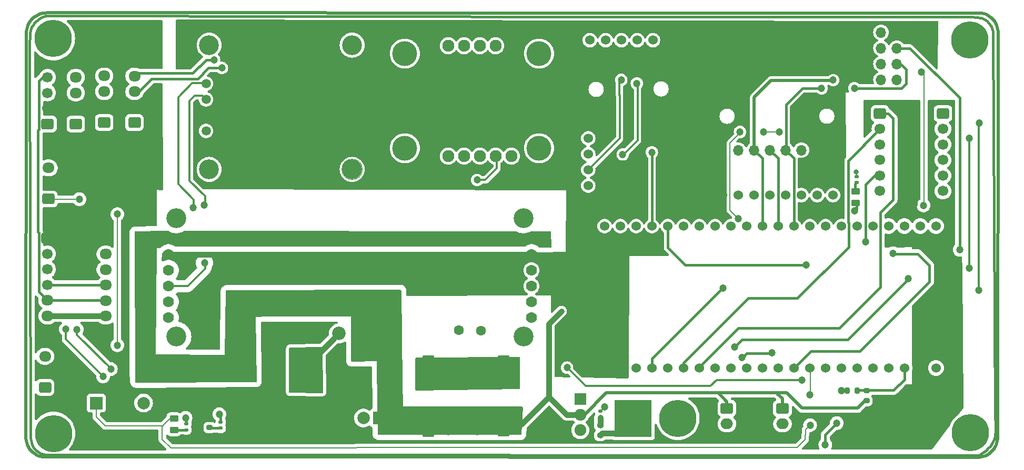
<source format=gbr>
%TF.GenerationSoftware,KiCad,Pcbnew,8.0.1*%
%TF.CreationDate,2024-04-08T11:37:36-05:00*%
%TF.ProjectId,C1,43312e6b-6963-4616-945f-706362585858,rev?*%
%TF.SameCoordinates,Original*%
%TF.FileFunction,Copper,L1,Top*%
%TF.FilePolarity,Positive*%
%FSLAX46Y46*%
G04 Gerber Fmt 4.6, Leading zero omitted, Abs format (unit mm)*
G04 Created by KiCad (PCBNEW 8.0.1) date 2024-04-08 11:37:36*
%MOMM*%
%LPD*%
G01*
G04 APERTURE LIST*
G04 Aperture macros list*
%AMRoundRect*
0 Rectangle with rounded corners*
0 $1 Rounding radius*
0 $2 $3 $4 $5 $6 $7 $8 $9 X,Y pos of 4 corners*
0 Add a 4 corners polygon primitive as box body*
4,1,4,$2,$3,$4,$5,$6,$7,$8,$9,$2,$3,0*
0 Add four circle primitives for the rounded corners*
1,1,$1+$1,$2,$3*
1,1,$1+$1,$4,$5*
1,1,$1+$1,$6,$7*
1,1,$1+$1,$8,$9*
0 Add four rect primitives between the rounded corners*
20,1,$1+$1,$2,$3,$4,$5,0*
20,1,$1+$1,$4,$5,$6,$7,0*
20,1,$1+$1,$6,$7,$8,$9,0*
20,1,$1+$1,$8,$9,$2,$3,0*%
G04 Aperture macros list end*
%TA.AperFunction,NonConductor*%
%ADD10C,0.400000*%
%TD*%
%TA.AperFunction,ComponentPad*%
%ADD11C,6.000000*%
%TD*%
%TA.AperFunction,ComponentPad*%
%ADD12C,1.600200*%
%TD*%
%TA.AperFunction,ComponentPad*%
%ADD13C,1.778000*%
%TD*%
%TA.AperFunction,ComponentPad*%
%ADD14C,2.184400*%
%TD*%
%TA.AperFunction,ComponentPad*%
%ADD15C,3.200000*%
%TD*%
%TA.AperFunction,SMDPad,CuDef*%
%ADD16RoundRect,0.250000X0.700000X-1.950000X0.700000X1.950000X-0.700000X1.950000X-0.700000X-1.950000X0*%
%TD*%
%TA.AperFunction,ComponentPad*%
%ADD17RoundRect,0.250000X-0.725000X0.600000X-0.725000X-0.600000X0.725000X-0.600000X0.725000X0.600000X0*%
%TD*%
%TA.AperFunction,ComponentPad*%
%ADD18O,1.950000X1.700000*%
%TD*%
%TA.AperFunction,ComponentPad*%
%ADD19RoundRect,0.250000X0.725000X-0.600000X0.725000X0.600000X-0.725000X0.600000X-0.725000X-0.600000X0*%
%TD*%
%TA.AperFunction,ComponentPad*%
%ADD20C,1.700000*%
%TD*%
%TA.AperFunction,SMDPad,CuDef*%
%ADD21RoundRect,0.250000X0.450000X-0.262500X0.450000X0.262500X-0.450000X0.262500X-0.450000X-0.262500X0*%
%TD*%
%TA.AperFunction,SMDPad,CuDef*%
%ADD22RoundRect,0.147500X-0.172500X0.147500X-0.172500X-0.147500X0.172500X-0.147500X0.172500X0.147500X0*%
%TD*%
%TA.AperFunction,ComponentPad*%
%ADD23R,2.000000X2.000000*%
%TD*%
%TA.AperFunction,ComponentPad*%
%ADD24C,2.000000*%
%TD*%
%TA.AperFunction,SMDPad,CuDef*%
%ADD25RoundRect,0.200000X-0.200000X-0.275000X0.200000X-0.275000X0.200000X0.275000X-0.200000X0.275000X0*%
%TD*%
%TA.AperFunction,ComponentPad*%
%ADD26R,6.000000X6.000000*%
%TD*%
%TA.AperFunction,ComponentPad*%
%ADD27R,1.900000X1.900000*%
%TD*%
%TA.AperFunction,ComponentPad*%
%ADD28C,1.900000*%
%TD*%
%TA.AperFunction,SMDPad,CuDef*%
%ADD29RoundRect,0.250000X-0.450000X0.262500X-0.450000X-0.262500X0.450000X-0.262500X0.450000X0.262500X0*%
%TD*%
%TA.AperFunction,ComponentPad*%
%ADD30RoundRect,0.250000X-0.750000X0.600000X-0.750000X-0.600000X0.750000X-0.600000X0.750000X0.600000X0*%
%TD*%
%TA.AperFunction,ComponentPad*%
%ADD31O,2.000000X1.700000*%
%TD*%
%TA.AperFunction,ComponentPad*%
%ADD32R,1.700000X1.700000*%
%TD*%
%TA.AperFunction,ComponentPad*%
%ADD33O,1.700000X1.700000*%
%TD*%
%TA.AperFunction,ComponentPad*%
%ADD34R,1.530000X1.530000*%
%TD*%
%TA.AperFunction,ComponentPad*%
%ADD35C,1.530000*%
%TD*%
%TA.AperFunction,SMDPad,CuDef*%
%ADD36RoundRect,0.200000X-0.275000X0.200000X-0.275000X-0.200000X0.275000X-0.200000X0.275000X0.200000X0*%
%TD*%
%TA.AperFunction,ComponentPad*%
%ADD37C,1.524000*%
%TD*%
%TA.AperFunction,SMDPad,CuDef*%
%ADD38RoundRect,0.200000X0.275000X-0.200000X0.275000X0.200000X-0.275000X0.200000X-0.275000X-0.200000X0*%
%TD*%
%TA.AperFunction,WasherPad*%
%ADD39C,3.200000*%
%TD*%
%TA.AperFunction,ComponentPad*%
%ADD40C,1.500000*%
%TD*%
%TA.AperFunction,ComponentPad*%
%ADD41C,1.930400*%
%TD*%
%TA.AperFunction,ComponentPad*%
%ADD42C,4.000000*%
%TD*%
%TA.AperFunction,ViaPad*%
%ADD43C,1.200000*%
%TD*%
%TA.AperFunction,ViaPad*%
%ADD44C,0.800000*%
%TD*%
%TA.AperFunction,Conductor*%
%ADD45C,0.900000*%
%TD*%
%TA.AperFunction,Conductor*%
%ADD46C,0.440000*%
%TD*%
%TA.AperFunction,Conductor*%
%ADD47C,0.200000*%
%TD*%
%TA.AperFunction,Conductor*%
%ADD48C,0.500000*%
%TD*%
%TA.AperFunction,Conductor*%
%ADD49C,0.300000*%
%TD*%
%TA.AperFunction,Conductor*%
%ADD50C,0.350000*%
%TD*%
%TA.AperFunction,Profile*%
%ADD51C,0.100000*%
%TD*%
%TA.AperFunction,Profile*%
%ADD52C,0.500000*%
%TD*%
G04 APERTURE END LIST*
D10*
X161572513Y-60149161D02*
X216700010Y-60207325D01*
X217150010Y-60207325D01*
X216612370Y-60197325D01*
X217672370Y-60187325D01*
X217702370Y-60187325D01*
X217992370Y-60197325D01*
X218510010Y-60167325D01*
X219220504Y-60182619D01*
X220032504Y-60214619D01*
X220230010Y-60267325D01*
X220550010Y-60307325D01*
X220872370Y-60367325D01*
X221360010Y-60555194D01*
X221770010Y-60877325D01*
X222470010Y-61657325D01*
X222720010Y-62567325D01*
X223085051Y-124279744D01*
X223085051Y-124929744D01*
X223115051Y-125299744D01*
X223095051Y-125629744D01*
X223095051Y-126009744D01*
X223095051Y-126399744D01*
X223115051Y-126859744D01*
X223065051Y-127469744D01*
X223004829Y-127823439D01*
X222875051Y-128239744D01*
X222605051Y-128749744D01*
X222245051Y-129339744D01*
X221985051Y-129629744D01*
X221615051Y-130049744D01*
X221065051Y-130389744D01*
X220380010Y-130737325D01*
X70815051Y-130679744D01*
X70395051Y-130679744D01*
X69990262Y-130631768D01*
X69650262Y-130551768D01*
X69390262Y-130431768D01*
X69000262Y-130171768D01*
X68800262Y-130001768D01*
X68550262Y-129721768D01*
X68400262Y-129561768D01*
X68230262Y-129271768D01*
X68100262Y-129041768D01*
X67990262Y-128731768D01*
X67900262Y-128321768D01*
X67860262Y-128081768D01*
X67860010Y-127747325D01*
X67860010Y-127347325D01*
X67700010Y-64517325D01*
X67700010Y-64057325D01*
X67730010Y-63667325D01*
X67730010Y-63197325D01*
X67780010Y-62777325D01*
X67840010Y-62327325D01*
X68060010Y-61747325D01*
X68240010Y-61487325D01*
X68460010Y-61207325D01*
X68740010Y-60897325D01*
X69030010Y-60657325D01*
X69240010Y-60497325D01*
X69620010Y-60267325D01*
X69910010Y-60137325D01*
X70270010Y-60037325D01*
X70690010Y-59967325D01*
X161572513Y-60149161D01*
D11*
%TO.P,H2,1*%
%TO.N,N/C*%
X71550000Y-127270000D03*
%TD*%
D12*
%TO.P,J4,+*%
%TO.N,N/C*%
X136780000Y-110647000D03*
%TO.P,J4,-*%
X140348000Y-110697000D03*
D13*
%TO.P,J4,1,Pin_1*%
%TO.N,VCC*%
X148464000Y-95915000D03*
D14*
X120970000Y-111160000D03*
D13*
X90044000Y-95915000D03*
%TO.P,J4,2,Pin_2*%
%TO.N,+3.3V*%
X148464000Y-98455000D03*
X90044000Y-98455000D03*
%TO.P,J4,3,Pin_3*%
%TO.N,SDA*%
X148464000Y-100995000D03*
X90044000Y-100995000D03*
%TO.P,J4,4,Pin_4*%
%TO.N,/SCL1_SDA0+*%
X148464000Y-103535000D03*
X90044000Y-103535000D03*
%TO.P,J4,5,Pin_5*%
%TO.N,unconnected-(J4-Pin_5-Pad5)*%
X148464000Y-106075000D03*
X90044000Y-106075000D03*
%TO.P,J4,6,Pin_6*%
%TO.N,Earth*%
X148464000Y-108615000D03*
D14*
X117470000Y-111160000D03*
D13*
X90044000Y-108615000D03*
D15*
%TO.P,J4,P$1*%
%TO.N,N/C*%
X147194000Y-111663000D03*
X147194000Y-92613000D03*
X91314000Y-111663000D03*
X91314000Y-92613000D03*
%TD*%
D16*
%TO.P,C1,1*%
%TO.N,VCC*%
X143960000Y-125560000D03*
%TO.P,C1,2*%
%TO.N,Earth*%
X143960000Y-116860000D03*
%TD*%
D17*
%TO.P,GPS-M10Q1,1,Pin_1*%
%TO.N,+5V*%
X79950000Y-95870000D03*
D18*
%TO.P,GPS-M10Q1,2,Pin_2*%
%TO.N,/TX0_RX1-*%
X79950000Y-98370000D03*
%TO.P,GPS-M10Q1,3,Pin_3*%
%TO.N,/TX0_RX1+*%
X79950000Y-100870000D03*
%TO.P,GPS-M10Q1,4,Pin_4*%
%TO.N,SCL1*%
X79950000Y-103370000D03*
%TO.P,GPS-M10Q1,5,Pin_5*%
%TO.N,SCL1_SDA1-*%
X79950000Y-105870000D03*
%TO.P,GPS-M10Q1,6,Pin_6*%
%TO.N,Earth*%
X79950000Y-108370000D03*
%TD*%
D19*
%TO.P,LIDAR1,1,Pin_1*%
%TO.N,Earth*%
X70590000Y-77410000D03*
D20*
%TO.P,LIDAR1,2,Pin_2*%
%TO.N,+5V*%
X70590000Y-74910000D03*
%TO.P,LIDAR1,3,Pin_3*%
%TO.N,SCL1*%
X70590000Y-72410000D03*
%TO.P,LIDAR1,4,Pin_4*%
%TO.N,SCL1_SDA1-*%
X70590000Y-69910000D03*
%TD*%
D17*
%TO.P,J1,1,Pin_1*%
%TO.N,ch1*%
X204530000Y-75720000D03*
D20*
%TO.P,J1,2,Pin_2*%
%TO.N,ch2*%
X204530000Y-78220000D03*
%TO.P,J1,3,Pin_3*%
%TO.N,ch3*%
X204530000Y-80720000D03*
%TO.P,J1,4,Pin_4*%
%TO.N,ch4*%
X204530000Y-83220000D03*
%TO.P,J1,5,Pin_5*%
%TO.N,ch5*%
X204530000Y-85720000D03*
%TO.P,J1,6,Pin_6*%
%TO.N,ch6*%
X204530000Y-88220000D03*
%TD*%
D19*
%TO.P,Encoder1,1,Pin_1*%
%TO.N,15*%
X70740000Y-89500000D03*
D18*
%TO.P,Encoder1,2,Pin_2*%
%TO.N,+5V*%
X70740000Y-87000000D03*
%TO.P,Encoder1,3,Pin_3*%
%TO.N,Earth*%
X70740000Y-84500000D03*
%TD*%
D17*
%TO.P,J5,1,Pin_1*%
%TO.N,+5V*%
X209500000Y-75720000D03*
D20*
%TO.P,J5,2,Pin_2*%
X209500000Y-78220000D03*
%TO.P,J5,3,Pin_3*%
X209500000Y-80720000D03*
%TO.P,J5,4,Pin_4*%
X209500000Y-83220000D03*
%TO.P,J5,5,Pin_5*%
X209500000Y-85720000D03*
%TO.P,J5,6,Pin_6*%
X209500000Y-88220000D03*
%TD*%
D21*
%TO.P,R3,1*%
%TO.N,48*%
X200620000Y-90122500D03*
%TO.P,R3,2*%
%TO.N,Net-(D3-A)*%
X200620000Y-88297500D03*
%TD*%
D16*
%TO.P,C3,1*%
%TO.N,VCC*%
X131840000Y-125580000D03*
%TO.P,C3,2*%
%TO.N,Earth*%
X131840000Y-116880000D03*
%TD*%
D22*
%TO.P,D1,1,K*%
%TO.N,Earth*%
X159512000Y-123698000D03*
%TO.P,D1,2,A*%
%TO.N,Net-(D1-A)*%
X159512000Y-124668000D03*
%TD*%
D19*
%TO.P,LIDAR4,1,Pin_1*%
%TO.N,Earth*%
X84582000Y-77210000D03*
D18*
%TO.P,LIDAR4,2,Pin_2*%
%TO.N,+5V*%
X84582000Y-74710000D03*
%TO.P,LIDAR4,3,Pin_3*%
%TO.N,SCL1*%
X84582000Y-72210000D03*
%TO.P,LIDAR4,4,Pin_4*%
%TO.N,SCL1_SDA1-*%
X84582000Y-69710000D03*
%TD*%
D11*
%TO.P,H3,1*%
%TO.N,N/C*%
X219060000Y-127170000D03*
%TD*%
D22*
%TO.P,D2,1,K*%
%TO.N,Earth*%
X98450000Y-125435000D03*
%TO.P,D2,2,A*%
%TO.N,Net-(D2-A)*%
X98450000Y-126405000D03*
%TD*%
D23*
%TO.P,U1,1,Vin+*%
%TO.N,VCC*%
X123962000Y-124778000D03*
D24*
%TO.P,U1,2,GND*%
%TO.N,Earth*%
X121422000Y-124778000D03*
%TO.P,U1,3,Vo+*%
%TO.N,+5V*%
X118882000Y-124778000D03*
%TD*%
D25*
%TO.P,R6,1*%
%TO.N,Earth*%
X199230000Y-120400000D03*
%TO.P,R6,2*%
%TO.N,VBAT*%
X200880000Y-120400000D03*
%TD*%
D11*
%TO.P,J8,N,NEG*%
%TO.N,Earth*%
X172000000Y-124820000D03*
D26*
%TO.P,J8,P,POS*%
%TO.N,Net-(J8-POS)*%
X164800000Y-124820000D03*
%TD*%
D27*
%TO.P,SW2,1,A*%
%TO.N,unconnected-(SW2-A-Pad1)*%
X156310000Y-121720000D03*
D28*
%TO.P,SW2,2,B*%
%TO.N,VCC*%
X156310000Y-124220000D03*
%TO.P,SW2,3,C*%
%TO.N,Net-(J8-POS)*%
X156310000Y-126720000D03*
%TD*%
D22*
%TO.P,D3,1,K*%
%TO.N,Earth*%
X200740000Y-85905000D03*
%TO.P,D3,2,A*%
%TO.N,Net-(D3-A)*%
X200740000Y-86875000D03*
%TD*%
D29*
%TO.P,R4,1*%
%TO.N,VP*%
X90932000Y-124857500D03*
%TO.P,R4,2*%
%TO.N,Net-(D4-A)*%
X90932000Y-126682500D03*
%TD*%
D23*
%TO.P,BZ1,1,-*%
%TO.N,VP*%
X78440000Y-122360000D03*
D24*
%TO.P,BZ1,2,+*%
%TO.N,Earth*%
X86040000Y-122360000D03*
%TD*%
D11*
%TO.P,H4,1*%
%TO.N,N/C*%
X218940000Y-63850000D03*
%TD*%
D30*
%TO.P,J10,1,Pin_1*%
%TO.N,VCC*%
X179900000Y-123210000D03*
D31*
%TO.P,J10,2,Pin_2*%
%TO.N,Earth*%
X179900000Y-125710000D03*
%TD*%
D17*
%TO.P,GPS-M10Q5883,1,Pin_1*%
%TO.N,+5V*%
X70590000Y-95840000D03*
D20*
%TO.P,GPS-M10Q5883,2,Pin_2*%
%TO.N,/TX0_RX0-*%
X70590000Y-98340000D03*
%TO.P,GPS-M10Q5883,3,Pin_3*%
%TO.N,/TX0_RX0+*%
X70590000Y-100840000D03*
%TO.P,GPS-M10Q5883,4,Pin_4*%
%TO.N,SCL1*%
X70590000Y-103340000D03*
D18*
%TO.P,GPS-M10Q5883,5,Pin_5*%
%TO.N,SCL1_SDA1-*%
X70590000Y-105840000D03*
%TO.P,GPS-M10Q5883,6,Pin_6*%
%TO.N,Earth*%
X70590000Y-108340000D03*
%TD*%
D16*
%TO.P,C2,1*%
%TO.N,+5V*%
X111900000Y-125430000D03*
%TO.P,C2,2*%
%TO.N,Earth*%
X111900000Y-116730000D03*
%TD*%
D32*
%TO.P,NRF24L1,1,Pin_1*%
%TO.N,+3.3V*%
X207240000Y-62670000D03*
D33*
%TO.P,NRF24L1,2,Pin_2*%
%TO.N,Earth*%
X204700000Y-62670000D03*
%TO.P,NRF24L1,3,Pin_3*%
%TO.N,CNS*%
X207240000Y-65210000D03*
%TO.P,NRF24L1,4,Pin_4*%
%TO.N,CE*%
X204700000Y-65210000D03*
%TO.P,NRF24L1,5,Pin_5*%
%TO.N,MOSI*%
X207240000Y-67750000D03*
%TO.P,NRF24L1,6,Pin_6*%
%TO.N,SCK*%
X204700000Y-67750000D03*
%TO.P,NRF24L1,7,Pin_7*%
%TO.N,unconnected-(NRF24L1-Pin_7-Pad7)*%
X207240000Y-70290000D03*
%TO.P,NRF24L1,8,Pin_8*%
%TO.N,MISO*%
X204700000Y-70290000D03*
%TD*%
D34*
%TO.P,U3,J1_1,3V3*%
%TO.N,+3.3V*%
X160210000Y-116720000D03*
D35*
%TO.P,U3,J1_2,3V3*%
X162750000Y-116720000D03*
%TO.P,U3,J1_3,RST*%
%TO.N,unconnected-(U3-RST-PadJ1_3)*%
X165290000Y-116720000D03*
%TO.P,U3,J1_4,GPIO4*%
%TO.N,ch4*%
X167830000Y-116720000D03*
%TO.P,U3,J1_5,GPIO5*%
%TO.N,ch3*%
X170370000Y-116720000D03*
%TO.P,U3,J1_6,GPIO6*%
%TO.N,ch2*%
X172910000Y-116720000D03*
%TO.P,U3,J1_7,GPIO7*%
%TO.N,ch1*%
X175450000Y-116720000D03*
%TO.P,U3,J1_8,GPIO15*%
%TO.N,15*%
X177990000Y-116720000D03*
%TO.P,U3,J1_9,GPIO16*%
%TO.N,CNS*%
X180530000Y-116720000D03*
%TO.P,U3,J1_10,GPIO17*%
%TO.N,/TX0_RX1+*%
X183070000Y-116720000D03*
%TO.P,U3,J1_11,GPIO18*%
%TO.N,/TX0_RX1-*%
X185610000Y-116720000D03*
%TO.P,U3,J1_12,GPIO8*%
%TO.N,SDA*%
X188150000Y-116720000D03*
%TO.P,U3,J1_13,GPIO3*%
%TO.N,ch5*%
X190690000Y-116720000D03*
%TO.P,U3,J1_14,GPIO46*%
%TO.N,VP*%
X193230000Y-116720000D03*
%TO.P,U3,J1_15,GPIO9*%
%TO.N,/SCL1_SDA0+*%
X195770000Y-116720000D03*
%TO.P,U3,J1_16,GPIO10*%
%TO.N,/TX0_RX0+*%
X198310000Y-116720000D03*
%TO.P,U3,J1_17,GPIO11*%
%TO.N,/TX0_RX0-*%
X200850000Y-116720000D03*
%TO.P,U3,J1_18,GPIO12*%
%TO.N,D12*%
X203390000Y-116720000D03*
%TO.P,U3,J1_19,GPIO13*%
%TO.N,INT*%
X205930000Y-116720000D03*
%TO.P,U3,J1_20,GPIO14*%
%TO.N,VBAT*%
X208470000Y-116720000D03*
%TO.P,U3,J1_21,5V0*%
%TO.N,+5V*%
X211010000Y-116720000D03*
%TO.P,U3,J1_22,GND*%
%TO.N,Earth*%
X213550000Y-116720000D03*
%TO.P,U3,J3_1,GND*%
X160210000Y-93860000D03*
%TO.P,U3,J3_2,U0TXD/GPIO43*%
%TO.N,unconnected-(U3-U0TXD{slash}GPIO43-PadJ3_2)*%
X162750000Y-93860000D03*
%TO.P,U3,J3_3,U0RXD/GPIO44*%
%TO.N,unconnected-(U3-U0RXD{slash}GPIO44-PadJ3_3)*%
X165290000Y-93860000D03*
%TO.P,U3,J3_4,GPIO1*%
%TO.N,SCL1_SDA1-*%
X167830000Y-93860000D03*
%TO.P,U3,J3_5,GPIO2*%
%TO.N,ch6*%
X170370000Y-93860000D03*
%TO.P,U3,J3_6,MTMS/GPIO42*%
%TO.N,unconnected-(U3-MTMS{slash}GPIO42-PadJ3_6)*%
X172910000Y-93860000D03*
%TO.P,U3,J3_7,MTDI/GPIO41*%
%TO.N,unconnected-(U3-MTDI{slash}GPIO41-PadJ3_7)*%
X175450000Y-93860000D03*
%TO.P,U3,J3_8,MTDO/GPIO40*%
%TO.N,unconnected-(U3-MTDO{slash}GPIO40-PadJ3_8)*%
X177990000Y-93860000D03*
%TO.P,U3,J3_9,MTCK/GPIO39*%
%TO.N,unconnected-(U3-MTCK{slash}GPIO39-PadJ3_9)*%
X180530000Y-93860000D03*
%TO.P,U3,J3_10,GPIO38*%
%TO.N,CS1*%
X183070000Y-93860000D03*
%TO.P,U3,J3_11,GPIO37*%
%TO.N,MISO*%
X185610000Y-93860000D03*
%TO.P,U3,J3_12,GPIO36*%
%TO.N,SCK*%
X188150000Y-93860000D03*
%TO.P,U3,J3_13,GPIO35*%
%TO.N,MOSI*%
X190690000Y-93860000D03*
%TO.P,U3,J3_14,GPIO0*%
%TO.N,SCL1*%
X193230000Y-93860000D03*
%TO.P,U3,J3_15,GPIO45*%
%TO.N,unconnected-(U3-GPIO45-PadJ3_15)*%
X195770000Y-93860000D03*
%TO.P,U3,J3_16,GPIO48*%
%TO.N,48*%
X198310000Y-93860000D03*
%TO.P,U3,J3_17,GPIO47*%
%TO.N,ADR*%
X200850000Y-93860000D03*
%TO.P,U3,J3_18,GPIO21*%
%TO.N,CE*%
X203390000Y-93860000D03*
%TO.P,U3,J3_19,USB_D+/GPIO20*%
%TO.N,unconnected-(U3-USB_D+{slash}GPIO20-PadJ3_19)*%
X205930000Y-93860000D03*
%TO.P,U3,J3_20,USB_D-/GPIO19*%
%TO.N,unconnected-(U3-USB_D-{slash}GPIO19-PadJ3_20)*%
X208470000Y-93860000D03*
%TO.P,U3,J3_21,GND*%
%TO.N,Earth*%
X211010000Y-93860000D03*
%TO.P,U3,J3_22,GND*%
X213550000Y-93860000D03*
%TD*%
D36*
%TO.P,R5,1*%
%TO.N,VBAT*%
X202350000Y-120335000D03*
%TO.P,R5,2*%
%TO.N,VCC*%
X202350000Y-121985000D03*
%TD*%
D37*
%TO.P,BMP280,1,Pin_1*%
%TO.N,+3.3V*%
X170547000Y-63927000D03*
%TO.P,BMP280,2,Pin_2*%
%TO.N,Earth*%
X168007000Y-63927000D03*
%TO.P,BMP280,3,Pin_3*%
%TO.N,/SCL1_SDA0+*%
X165467000Y-63927000D03*
%TO.P,BMP280,4,Pin_4*%
%TO.N,SDA*%
X162927000Y-63927000D03*
%TO.P,BMP280,5,Pin_5*%
%TO.N,unconnected-(BMP280-Pin_5-Pad5)*%
X160387000Y-63927000D03*
%TO.P,BMP280,6,Pin_6*%
%TO.N,unconnected-(BMP280-Pin_6-Pad6)*%
X157847000Y-63927000D03*
%TD*%
D36*
%TO.P,R2,1*%
%TO.N,+5V*%
X96650000Y-124655000D03*
%TO.P,R2,2*%
%TO.N,Net-(D2-A)*%
X96650000Y-126305000D03*
%TD*%
D19*
%TO.P,Pitot1,1,Pin_1*%
%TO.N,D12*%
X70190000Y-119840000D03*
D18*
%TO.P,Pitot1,2,Pin_2*%
%TO.N,+5V*%
X70190000Y-117340000D03*
%TO.P,Pitot1,3,Pin_3*%
%TO.N,Earth*%
X70190000Y-114840000D03*
%TD*%
D38*
%TO.P,R1,1*%
%TO.N,Net-(J8-POS)*%
X159512000Y-127571000D03*
%TO.P,R1,2*%
%TO.N,Net-(D1-A)*%
X159512000Y-125921000D03*
%TD*%
D39*
%TO.P,Oled1,*%
%TO.N,*%
X96590000Y-84730000D03*
X119590000Y-84730000D03*
X96590000Y-64730000D03*
X119590000Y-64730000D03*
D40*
%TO.P,Oled1,1,Pin_1*%
%TO.N,Earth*%
X96090000Y-78540000D03*
%TO.P,Oled1,2,Pin_2*%
%TO.N,+3.3V*%
X96090000Y-76000000D03*
%TO.P,Oled1,3,Pin_3*%
%TO.N,/SCL1_SDA0+*%
X96090000Y-73460000D03*
%TO.P,Oled1,4,Pin_4*%
%TO.N,SDA*%
X96090000Y-70920000D03*
%TD*%
D19*
%TO.P,LIDAR2,1,Pin_1*%
%TO.N,Earth*%
X75138000Y-77410000D03*
D18*
%TO.P,LIDAR2,2,Pin_2*%
%TO.N,+5V*%
X75138000Y-74910000D03*
%TO.P,LIDAR2,3,Pin_3*%
%TO.N,SCL1*%
X75138000Y-72410000D03*
%TO.P,LIDAR2,4,Pin_4*%
%TO.N,SCL1_SDA1-*%
X75138000Y-69910000D03*
%TD*%
D17*
%TO.P,J6,1,Pin_1*%
%TO.N,Earth*%
X214660000Y-75720000D03*
D20*
%TO.P,J6,2,Pin_2*%
X214660000Y-78220000D03*
%TO.P,J6,3,Pin_3*%
X214660000Y-80720000D03*
%TO.P,J6,4,Pin_4*%
X214660000Y-83220000D03*
%TO.P,J6,5,Pin_5*%
X214660000Y-85720000D03*
%TO.P,J6,6,Pin_6*%
X214660000Y-88220000D03*
%TD*%
D41*
%TO.P,J3,1,Pin_1*%
%TO.N,+3.3V*%
X132526200Y-82590300D03*
%TO.P,J3,2,Pin_2*%
%TO.N,unconnected-(J3-Pin_2-Pad2)*%
X135066200Y-82590300D03*
%TO.P,J3,3,Pin_3*%
%TO.N,Earth*%
X137606200Y-82590300D03*
%TO.P,J3,4,Pin_4*%
%TO.N,SDA*%
X140146200Y-82590300D03*
%TO.P,J3,5,Pin_5*%
%TO.N,/SCL1_SDA0+*%
X142686200Y-82590300D03*
%TO.P,J3,6,Pin_6*%
%TO.N,unconnected-(J3-Pin_6-Pad6)*%
X145226200Y-82590300D03*
%TO.P,J3,7,Pin_7*%
%TO.N,unconnected-(J3-Pin_7-Pad7)*%
X135066200Y-64810300D03*
%TO.P,J3,8,Pin_8*%
%TO.N,unconnected-(J3-Pin_8-Pad8)*%
X137606200Y-64810300D03*
%TO.P,J3,9,Pin_9*%
%TO.N,unconnected-(J3-Pin_9-Pad9)*%
X140146200Y-64810300D03*
%TO.P,J3,10,Pin_10*%
%TO.N,unconnected-(J3-Pin_10-Pad10)*%
X142686200Y-64810300D03*
D42*
%TO.P,J3,P$1*%
%TO.N,N/C*%
X128081200Y-66080300D03*
X128081200Y-81320300D03*
X149671200Y-66080300D03*
X149671200Y-81320300D03*
%TD*%
D22*
%TO.P,D4,1,K*%
%TO.N,Earth*%
X92920000Y-125715000D03*
%TO.P,D4,2,A*%
%TO.N,Net-(D4-A)*%
X92920000Y-126685000D03*
%TD*%
D30*
%TO.P,J9,1,Pin_1*%
%TO.N,VCC*%
X188840000Y-123220000D03*
D31*
%TO.P,J9,2,Pin_2*%
%TO.N,Earth*%
X188840000Y-125720000D03*
%TD*%
D37*
%TO.P,Gy-271,1,Pin_1*%
%TO.N,+3.3V*%
X157592000Y-77187000D03*
%TO.P,Gy-271,2,Pin_2*%
%TO.N,Earth*%
X157592000Y-79727000D03*
%TO.P,Gy-271,3,Pin_3*%
%TO.N,/SCL1_SDA0+*%
X157592000Y-82267000D03*
%TO.P,Gy-271,4,Pin_4*%
%TO.N,SDA*%
X157592000Y-84807000D03*
%TO.P,Gy-271,5,Pin_5*%
%TO.N,unconnected-(Gy-271-Pin_5-Pad5)*%
X157592000Y-87347000D03*
%TD*%
D19*
%TO.P,LIDAR3,1,Pin_1*%
%TO.N,Earth*%
X79710000Y-77190000D03*
D18*
%TO.P,LIDAR3,2,Pin_2*%
%TO.N,+5V*%
X79710000Y-74690000D03*
%TO.P,LIDAR3,3,Pin_3*%
%TO.N,SCL1*%
X79710000Y-72190000D03*
%TO.P,LIDAR3,4,Pin_4*%
%TO.N,SCL1_SDA1-*%
X79710000Y-69690000D03*
%TD*%
D37*
%TO.P,J7,1,Pin_1*%
%TO.N,+3.3V*%
X179197000Y-88885000D03*
%TO.P,J7,2,Pin_2*%
%TO.N,Earth*%
X181737000Y-88885000D03*
%TO.P,J7,3,Pin_3*%
%TO.N,/SCL1_SDA0+*%
X184277000Y-88885000D03*
%TO.P,J7,4,Pin_4*%
%TO.N,SDA*%
X186817000Y-88885000D03*
%TO.P,J7,5,Pin_5*%
%TO.N,unconnected-(J7-Pin_5-Pad5)*%
X189357000Y-88885000D03*
%TO.P,J7,6,Pin_6*%
%TO.N,unconnected-(J7-Pin_6-Pad6)*%
X191897000Y-88885000D03*
%TO.P,J7,7,Pin_7*%
%TO.N,unconnected-(J7-Pin_7-Pad7)*%
X194437000Y-88885000D03*
%TO.P,J7,8,Pin_8*%
%TO.N,unconnected-(J7-Pin_8-Pad8)*%
X196977000Y-88885000D03*
%TD*%
D11*
%TO.P,H1,1*%
%TO.N,N/C*%
X71520000Y-63670000D03*
%TD*%
D32*
%TO.P,J2,1,Pin_1*%
%TO.N,+3.3V*%
X194430000Y-81630000D03*
D33*
%TO.P,J2,2,Pin_2*%
%TO.N,CS1*%
X191890000Y-81630000D03*
%TO.P,J2,3,Pin_3*%
%TO.N,MOSI*%
X189350000Y-81630000D03*
%TO.P,J2,4,Pin_4*%
%TO.N,SCK*%
X186810000Y-81630000D03*
%TO.P,J2,5,Pin_5*%
%TO.N,MISO*%
X184270000Y-81630000D03*
%TO.P,J2,6,Pin_6*%
%TO.N,Earth*%
X181730000Y-81630000D03*
%TD*%
D43*
%TO.N,VCC*%
X128740000Y-123570000D03*
%TO.N,Earth*%
X130370000Y-119700000D03*
X130310000Y-115950000D03*
X130380000Y-117770000D03*
X140490000Y-115800000D03*
X145960000Y-115850000D03*
X198358484Y-120357342D03*
X92798484Y-124747342D03*
X160190000Y-122960000D03*
X146000000Y-119500000D03*
X110170000Y-118380000D03*
X114240000Y-116800000D03*
D44*
X200720000Y-85120000D03*
D43*
X134570000Y-115920000D03*
X134600000Y-119440000D03*
X145980000Y-117760000D03*
X137180000Y-115960000D03*
X114100000Y-120040000D03*
X110230000Y-120050000D03*
X114160000Y-118330000D03*
X140750000Y-119350000D03*
X110230000Y-116820000D03*
X112260000Y-120040000D03*
X98228484Y-124177342D03*
X137690000Y-119440000D03*
%TO.N,VCC*%
X128840000Y-126860000D03*
X134950000Y-123550000D03*
X139460000Y-123590000D03*
D44*
X153290000Y-107580000D03*
D43*
X139750000Y-126980000D03*
X135050000Y-126980000D03*
%TO.N,ch3*%
X209088484Y-102297342D03*
X181108484Y-113337342D03*
%TO.N,ch4*%
X179268484Y-103867342D03*
%TO.N,ch5*%
X206630000Y-98230000D03*
X202205000Y-96440000D03*
%TO.N,ch6*%
X192660000Y-100160000D03*
%TO.N,CS1*%
X188356484Y-78707342D03*
X181710000Y-92670000D03*
X185816484Y-78707342D03*
X182006484Y-78707342D03*
%TO.N,D12*%
X195730000Y-129050000D03*
X197580000Y-125600000D03*
%TO.N,SCL1*%
X98640500Y-68400000D03*
%TO.N,MOSI*%
X195127959Y-71676817D03*
X200416156Y-71649066D03*
%TO.N,MISO*%
X196988484Y-70367342D03*
%TO.N,CNS*%
X187180000Y-114230000D03*
X217360000Y-97680000D03*
X182358484Y-114997342D03*
%TO.N,CE*%
X211216484Y-69055342D03*
X211533484Y-90540000D03*
%TO.N,15*%
X81820000Y-113040000D03*
X75708484Y-89537342D03*
X81830000Y-91948000D03*
%TO.N,VP*%
X193230000Y-121050000D03*
X193290000Y-125910000D03*
%TO.N,SCL1_SDA1-*%
X167830000Y-82000000D03*
X97370000Y-67070500D03*
%TO.N,/TX0_RX0-*%
X75320000Y-110530000D03*
X80774328Y-116887842D03*
%TO.N,/TX0_RX0+*%
X79520000Y-118070000D03*
X73548484Y-110457342D03*
X192010000Y-118630000D03*
X154180000Y-116660000D03*
%TO.N,48*%
X200439500Y-91380500D03*
%TO.N,SDA*%
X218860000Y-100650000D03*
X162894484Y-70327342D03*
X94028484Y-90897342D03*
X218890000Y-79730000D03*
%TO.N,/SCL1_SDA0+*%
X220420000Y-104230000D03*
X139718484Y-86447342D03*
X220480000Y-77260000D03*
X95848484Y-99777342D03*
X95828484Y-90517342D03*
X163138484Y-82317342D03*
X165408484Y-70887342D03*
%TD*%
D45*
%TO.N,+3.3V*%
X90044000Y-98455000D02*
X148464000Y-98455000D01*
%TO.N,Earth*%
X117470000Y-111160000D02*
X113890000Y-114740000D01*
D46*
X98450000Y-124320000D02*
X98340000Y-124210000D01*
X143041516Y-115582658D02*
X142981516Y-115642658D01*
X111761516Y-117322658D02*
X111761516Y-117922658D01*
D47*
X200740000Y-85905000D02*
X200740000Y-85140000D01*
D46*
X142981516Y-118192658D02*
X142981516Y-118792658D01*
X98450000Y-125435000D02*
X98450000Y-124320000D01*
D47*
X159512000Y-123698000D02*
X160020000Y-123190000D01*
D46*
X141391516Y-116602658D02*
X141291516Y-116502658D01*
D45*
X79920000Y-108340000D02*
X79950000Y-108370000D01*
D46*
X111821516Y-114712658D02*
X111761516Y-114772658D01*
D47*
X200740000Y-85140000D02*
X200720000Y-85120000D01*
D45*
X110071516Y-115632658D02*
X110171516Y-115732658D01*
D46*
X92920000Y-125715000D02*
X92920000Y-124790000D01*
D45*
X70590000Y-108340000D02*
X79920000Y-108340000D01*
D46*
X142981516Y-115642658D02*
X142981516Y-118792658D01*
D45*
X113890000Y-114740000D02*
X110050000Y-114740000D01*
D46*
X199230000Y-120400000D02*
X198480000Y-120400000D01*
X141391516Y-116602658D02*
X142981516Y-118192658D01*
X92920000Y-124790000D02*
X92910000Y-124780000D01*
X110171516Y-115732658D02*
X111761516Y-117322658D01*
X198480000Y-120400000D02*
X198470000Y-120390000D01*
X111761516Y-114772658D02*
X111761516Y-117922658D01*
D48*
%TO.N,VCC*%
X158700000Y-122520000D02*
X158700000Y-122550000D01*
D45*
X148464000Y-95915000D02*
X90044000Y-95915000D01*
D48*
X188840000Y-121670000D02*
X188110000Y-120940000D01*
D45*
X151290000Y-109580000D02*
X151290000Y-121350000D01*
D48*
X157030000Y-124220000D02*
X156310000Y-124220000D01*
D45*
X154160000Y-124220000D02*
X151290000Y-121350000D01*
D48*
X192000000Y-123160000D02*
X200945000Y-123160000D01*
D45*
X153290000Y-107580000D02*
X151290000Y-109580000D01*
D48*
X187890000Y-120720000D02*
X189560000Y-120720000D01*
D45*
X125100000Y-124730000D02*
X125100000Y-115290000D01*
D48*
X189560000Y-120720000D02*
X192000000Y-123160000D01*
X188840000Y-123220000D02*
X188840000Y-121670000D01*
D45*
X125100000Y-115290000D02*
X120970000Y-111160000D01*
D48*
X160500000Y-120720000D02*
X158700000Y-122520000D01*
X179900000Y-123210000D02*
X179900000Y-122140000D01*
X188110000Y-120940000D02*
X187890000Y-120720000D01*
D45*
X156310000Y-124220000D02*
X154160000Y-124220000D01*
D48*
X187890000Y-120720000D02*
X160500000Y-120720000D01*
X200945000Y-123160000D02*
X202150000Y-121955000D01*
D45*
X151290000Y-121350000D02*
X146830000Y-125810000D01*
D48*
X158700000Y-122550000D02*
X157030000Y-124220000D01*
X179900000Y-122140000D02*
X178480000Y-120720000D01*
D45*
X146830000Y-125810000D02*
X143890000Y-125810000D01*
%TO.N,Net-(D1-A)*%
X159512000Y-125921000D02*
X159512000Y-124668000D01*
D46*
%TO.N,Net-(D2-A)*%
X98450000Y-126405000D02*
X96750000Y-126405000D01*
X96750000Y-126405000D02*
X96650000Y-126305000D01*
%TO.N,Net-(D3-A)*%
X200520000Y-88175000D02*
X200520000Y-87095000D01*
X200520000Y-87095000D02*
X200740000Y-86875000D01*
X200740000Y-88395000D02*
X200520000Y-88175000D01*
%TO.N,ch1*%
X181690000Y-110280000D02*
X197990000Y-110280000D01*
X204575000Y-103695000D02*
X204575000Y-91665000D01*
X175450000Y-116720000D02*
X175450000Y-116520000D01*
X206640000Y-76540000D02*
X205820000Y-75720000D01*
X205820000Y-75720000D02*
X204530000Y-75720000D01*
X204575000Y-91665000D02*
X206640000Y-89600000D01*
X175450000Y-116520000D02*
X181690000Y-110280000D01*
X197990000Y-110280000D02*
X204575000Y-103695000D01*
X206640000Y-89600000D02*
X206640000Y-76540000D01*
%TO.N,ch2*%
X183310000Y-105470000D02*
X191250000Y-105470000D01*
X199420000Y-93294156D02*
X199420000Y-83330000D01*
X191250000Y-105470000D02*
X199510000Y-97210000D01*
X199420000Y-83330000D02*
X204530000Y-78220000D01*
X199510000Y-93384156D02*
X199420000Y-93294156D01*
X172910000Y-115870000D02*
X183310000Y-105470000D01*
X172910000Y-116720000D02*
X172910000Y-115870000D01*
X199510000Y-97210000D02*
X199510000Y-93384156D01*
%TO.N,ch3*%
X182285826Y-112160000D02*
X181220000Y-113225826D01*
X209200000Y-102330000D02*
X199370000Y-112160000D01*
X181220000Y-113225826D02*
X181220000Y-113370000D01*
X199370000Y-112160000D02*
X182285826Y-112160000D01*
%TO.N,ch4*%
X179140000Y-103900000D02*
X167830000Y-115210000D01*
X179380000Y-103900000D02*
X179140000Y-103900000D01*
X167830000Y-115210000D02*
X167830000Y-116720000D01*
%TO.N,ch5*%
X201320000Y-114010000D02*
X212500000Y-102830000D01*
X210630000Y-98320000D02*
X206720000Y-98320000D01*
X203680000Y-85720000D02*
X204530000Y-85720000D01*
X212500000Y-100190000D02*
X210630000Y-98320000D01*
X212500000Y-102830000D02*
X212500000Y-100190000D01*
X202205000Y-96440000D02*
X202205000Y-87195000D01*
X202205000Y-87195000D02*
X203680000Y-85720000D01*
X190690000Y-116720000D02*
X193400000Y-114010000D01*
X193400000Y-114010000D02*
X201320000Y-114010000D01*
%TO.N,ch6*%
X192660000Y-100160000D02*
X173190000Y-100160000D01*
X173190000Y-100160000D02*
X170370000Y-97340000D01*
X170370000Y-97340000D02*
X170370000Y-93860000D01*
D47*
%TO.N,CS1*%
X180340000Y-80518000D02*
X182118000Y-78740000D01*
X180340000Y-91300000D02*
X180340000Y-80518000D01*
X185928000Y-78740000D02*
X188468000Y-78740000D01*
X181710000Y-92670000D02*
X180340000Y-91300000D01*
D46*
%TO.N,D12*%
X195730000Y-129050000D02*
X195730000Y-127450000D01*
X195730000Y-127450000D02*
X197580000Y-125600000D01*
%TO.N,SCL1*%
X79920000Y-103340000D02*
X79950000Y-103370000D01*
X96501516Y-68408484D02*
X94770000Y-70140000D01*
X98640500Y-68400000D02*
X98632016Y-68408484D01*
X70590000Y-103340000D02*
X79920000Y-103340000D01*
X87350000Y-70140000D02*
X85280000Y-72210000D01*
X94770000Y-70140000D02*
X87350000Y-70140000D01*
X85280000Y-72210000D02*
X84340000Y-72210000D01*
X98632016Y-68408484D02*
X96501516Y-68408484D01*
D45*
%TO.N,+5V*%
X210080000Y-77730000D02*
X210080000Y-80270000D01*
X210080000Y-87890000D02*
X210080000Y-90430000D01*
X210080000Y-80270000D02*
X210080000Y-82810000D01*
X210080000Y-85350000D02*
X210080000Y-87890000D01*
X210080000Y-82810000D02*
X210080000Y-85350000D01*
X210080000Y-75190000D02*
X210080000Y-77730000D01*
D46*
%TO.N,MOSI*%
X189440000Y-74330000D02*
X189440000Y-81540000D01*
X190690000Y-82970000D02*
X189350000Y-81630000D01*
X192060525Y-71709475D02*
X189440000Y-74330000D01*
X208710000Y-68650000D02*
X208710000Y-70930000D01*
X195239475Y-71709475D02*
X192060525Y-71709475D01*
X201739066Y-71649066D02*
X200559624Y-71649066D01*
X190690000Y-93860000D02*
X190690000Y-82970000D01*
X208710000Y-70930000D02*
X208000000Y-71640000D01*
X200559624Y-71649066D02*
X200487890Y-71720800D01*
X208000000Y-71640000D02*
X201748132Y-71640000D01*
X207300000Y-67240000D02*
X208710000Y-68650000D01*
%TO.N,VBAT*%
X208470000Y-118550000D02*
X208470000Y-116720000D01*
X206710000Y-120310000D02*
X208470000Y-118550000D01*
X202150000Y-120305000D02*
X204235000Y-120305000D01*
X201068000Y-120305000D02*
X200977000Y-120396000D01*
X204235000Y-120305000D02*
X204240000Y-120310000D01*
X204240000Y-120310000D02*
X206710000Y-120310000D01*
X202150000Y-120305000D02*
X201068000Y-120305000D01*
%TO.N,MISO*%
X185620000Y-93850000D02*
X185620000Y-82980000D01*
D48*
X184270000Y-73120000D02*
X184270000Y-81630000D01*
D46*
X185610000Y-93860000D02*
X185620000Y-93850000D01*
D48*
X197100000Y-70400000D02*
X186990000Y-70400000D01*
X186990000Y-70400000D02*
X184270000Y-73120000D01*
D46*
X185620000Y-82980000D02*
X184270000Y-81630000D01*
%TO.N,SCK*%
X188150000Y-93860000D02*
X188150000Y-82970000D01*
X188150000Y-82970000D02*
X186810000Y-81630000D01*
%TO.N,CNS*%
X209320000Y-65210000D02*
X207240000Y-65210000D01*
X217350000Y-73240000D02*
X209320000Y-65210000D01*
X183120000Y-114380000D02*
X186830000Y-114380000D01*
X217360000Y-97680000D02*
X217350000Y-97670000D01*
X217350000Y-97670000D02*
X217350000Y-73240000D01*
X182470000Y-115030000D02*
X183120000Y-114380000D01*
D47*
%TO.N,CE*%
X211644500Y-90424000D02*
X211644500Y-69404500D01*
X211644500Y-69404500D02*
X211328000Y-69088000D01*
%TO.N,15*%
X81820000Y-113040000D02*
X81830000Y-113030000D01*
X75820000Y-89570000D02*
X71020000Y-89570000D01*
X81830000Y-113030000D02*
X81830000Y-95580000D01*
X81830000Y-95560000D02*
X81830000Y-91948000D01*
D45*
%TO.N,Net-(J8-POS)*%
X159512000Y-127571000D02*
X159833000Y-127250000D01*
X162370000Y-127250000D02*
X164800000Y-124820000D01*
X159833000Y-127250000D02*
X162370000Y-127250000D01*
D47*
%TO.N,VP*%
X89170000Y-126030000D02*
X89175000Y-126025000D01*
X78440000Y-124590000D02*
X79880000Y-126030000D01*
X90420000Y-129570000D02*
X89060000Y-128210000D01*
X191210000Y-129490000D02*
X120327817Y-129490000D01*
X79880000Y-126030000D02*
X89170000Y-126030000D01*
X120327817Y-129490000D02*
X120247817Y-129570000D01*
X192532000Y-127448000D02*
X192498569Y-127481431D01*
X89175000Y-126025000D02*
X89175000Y-125963000D01*
X90280500Y-124857500D02*
X90590000Y-124857500D01*
X192498569Y-128201431D02*
X191210000Y-129490000D01*
X120247817Y-129570000D02*
X90420000Y-129570000D01*
X192532000Y-127448000D02*
X192532000Y-126668000D01*
X78440000Y-122360000D02*
X78440000Y-124590000D01*
X193300000Y-120980000D02*
X193300000Y-116790000D01*
X192532000Y-126668000D02*
X193290000Y-125910000D01*
X89060000Y-126140000D02*
X89175000Y-126025000D01*
X192498569Y-127481431D02*
X192498569Y-128201431D01*
X193300000Y-116790000D02*
X193230000Y-116720000D01*
X89175000Y-125963000D02*
X90280500Y-124857500D01*
X89060000Y-128210000D02*
X89060000Y-126140000D01*
D46*
%TO.N,Net-(D4-A)*%
X90590000Y-126682500D02*
X92917500Y-126682500D01*
X92917500Y-126682500D02*
X92920000Y-126685000D01*
%TO.N,SCL1_SDA1-*%
X84790000Y-69260000D02*
X84340000Y-69710000D01*
X96109500Y-67070500D02*
X93920000Y-69260000D01*
X69195000Y-70505000D02*
X69910000Y-69790000D01*
X69050000Y-78432523D02*
X69195000Y-78287523D01*
X70590000Y-105840000D02*
X79920000Y-105840000D01*
X97370000Y-67070500D02*
X96109500Y-67070500D01*
X69195000Y-78287523D02*
X69195000Y-70505000D01*
X167830000Y-82520000D02*
X167830000Y-93860000D01*
X69050000Y-94817477D02*
X69050000Y-78432523D01*
X70590000Y-105840000D02*
X69195000Y-104445000D01*
X69195000Y-94962477D02*
X69050000Y-94817477D01*
X93920000Y-69260000D02*
X84790000Y-69260000D01*
X79920000Y-105840000D02*
X79950000Y-105870000D01*
X69195000Y-104445000D02*
X69195000Y-94962477D01*
D49*
%TO.N,/TX0_RX0-*%
X75320000Y-110530000D02*
X75320000Y-111354656D01*
X75320000Y-111354656D02*
X80885844Y-116920500D01*
%TO.N,/TX0_RX0+*%
X79520000Y-118070000D02*
X73548484Y-112098484D01*
X177270000Y-119630000D02*
X178270000Y-118630000D01*
X154180000Y-116660000D02*
X157150000Y-119630000D01*
X178270000Y-118630000D02*
X192010000Y-118630000D01*
X73548484Y-112098484D02*
X73548484Y-110457342D01*
X157150000Y-119630000D02*
X177270000Y-119630000D01*
D46*
%TO.N,48*%
X200750000Y-91070000D02*
X200750000Y-90388500D01*
X200439500Y-91380500D02*
X200750000Y-91070000D01*
D50*
%TO.N,SDA*%
X94140000Y-89590000D02*
X91635000Y-87085000D01*
X162640000Y-79759000D02*
X157592000Y-84807000D01*
X162610000Y-70756000D02*
X162610000Y-72790000D01*
X218890000Y-79730000D02*
X218860000Y-79760000D01*
X94140000Y-90930000D02*
X94140000Y-89590000D01*
X162640000Y-72820000D02*
X162640000Y-79759000D01*
X96030000Y-70860000D02*
X96090000Y-70920000D01*
X93860000Y-70860000D02*
X96030000Y-70860000D01*
X163006000Y-70360000D02*
X162610000Y-70756000D01*
X162610000Y-72790000D02*
X162640000Y-72820000D01*
X218860000Y-79760000D02*
X218860000Y-100650000D01*
X91635000Y-73085000D02*
X93860000Y-70860000D01*
X91635000Y-87085000D02*
X91635000Y-73085000D01*
%TO.N,/SCL1_SDA0+*%
X95960000Y-100710000D02*
X93135000Y-103535000D01*
X220420000Y-77320000D02*
X220420000Y-104494000D01*
X95940000Y-90550000D02*
X95940000Y-89070000D01*
X93135000Y-103535000D02*
X90044000Y-103535000D01*
X95940000Y-89070000D02*
X93410000Y-86540000D01*
X93410000Y-86540000D02*
X93410000Y-73722000D01*
X142900000Y-84570000D02*
X142900000Y-82804100D01*
X165520000Y-80080000D02*
X163250000Y-82350000D01*
X220480000Y-77260000D02*
X220420000Y-77320000D01*
X95960000Y-99810000D02*
X95960000Y-100710000D01*
X139880000Y-86430000D02*
X141040000Y-86430000D01*
X139830000Y-86480000D02*
X139880000Y-86430000D01*
X142900000Y-82804100D02*
X142686200Y-82590300D01*
X95528000Y-72898000D02*
X96090000Y-73460000D01*
X165520000Y-70920000D02*
X165520000Y-80080000D01*
X141040000Y-86430000D02*
X142900000Y-84570000D01*
X94234000Y-72898000D02*
X95528000Y-72898000D01*
X93410000Y-73722000D02*
X94234000Y-72898000D01*
%TD*%
%TA.AperFunction,Conductor*%
%TO.N,+3.3V*%
G36*
X161480916Y-60749478D02*
G01*
X161482202Y-60749565D01*
X161492818Y-60749576D01*
X161492822Y-60749577D01*
X161571131Y-60749658D01*
X161571297Y-60749700D01*
X161571298Y-60749659D01*
X161650368Y-60749818D01*
X161650369Y-60749817D01*
X161661045Y-60749839D01*
X161662340Y-60749755D01*
X213740111Y-60804701D01*
X213820948Y-60824717D01*
X213883227Y-60880009D01*
X213912677Y-60957910D01*
X213913915Y-60980460D01*
X213838585Y-68432759D01*
X213817838Y-68513415D01*
X213761985Y-68575191D01*
X213683820Y-68603935D01*
X213601251Y-68593061D01*
X213541557Y-68554037D01*
X211640201Y-66652681D01*
X209715546Y-64728026D01*
X209675499Y-64701267D01*
X209674841Y-64700827D01*
X209613920Y-64660122D01*
X209613919Y-64660121D01*
X209613917Y-64660120D01*
X209613915Y-64660119D01*
X209613913Y-64660118D01*
X209555601Y-64635965D01*
X209500993Y-64613345D01*
X209500994Y-64613345D01*
X209461033Y-64605396D01*
X209381115Y-64589500D01*
X209381114Y-64589500D01*
X209381113Y-64589500D01*
X208422679Y-64589500D01*
X208341817Y-64569569D01*
X208280147Y-64515302D01*
X208201601Y-64403126D01*
X208201592Y-64403116D01*
X208046878Y-64248403D01*
X208016621Y-64227217D01*
X207867639Y-64122898D01*
X207867640Y-64122898D01*
X207867638Y-64122897D01*
X207710198Y-64049482D01*
X207669330Y-64030425D01*
X207669328Y-64030424D01*
X207669325Y-64030423D01*
X207529779Y-63993032D01*
X207457977Y-63973793D01*
X207457975Y-63973792D01*
X207457977Y-63973792D01*
X207240000Y-63954723D01*
X207022024Y-63973792D01*
X206810677Y-64030422D01*
X206810663Y-64030427D01*
X206612365Y-64122895D01*
X206433120Y-64248404D01*
X206278404Y-64403120D01*
X206152895Y-64582366D01*
X206127697Y-64636404D01*
X206075460Y-64701267D01*
X205999063Y-64734424D01*
X205916008Y-64728279D01*
X205845322Y-64684241D01*
X205812303Y-64636404D01*
X205787104Y-64582366D01*
X205787103Y-64582365D01*
X205787102Y-64582362D01*
X205661598Y-64403123D01*
X205661594Y-64403119D01*
X205661592Y-64403116D01*
X205506878Y-64248403D01*
X205476621Y-64227217D01*
X205327639Y-64122898D01*
X205327640Y-64122898D01*
X205327638Y-64122897D01*
X205273597Y-64097698D01*
X205208734Y-64045461D01*
X205175577Y-63969064D01*
X205181720Y-63886009D01*
X205225758Y-63815323D01*
X205273597Y-63782302D01*
X205327639Y-63757102D01*
X205506877Y-63631598D01*
X205661598Y-63476877D01*
X205787102Y-63297639D01*
X205879575Y-63099330D01*
X205936207Y-62887977D01*
X205955277Y-62670000D01*
X205936207Y-62452023D01*
X205879575Y-62240670D01*
X205855142Y-62188273D01*
X205787104Y-62042365D01*
X205724521Y-61952987D01*
X205661598Y-61863123D01*
X205661594Y-61863119D01*
X205661592Y-61863116D01*
X205506878Y-61708403D01*
X205327638Y-61582897D01*
X205129334Y-61490427D01*
X205129330Y-61490425D01*
X205129328Y-61490424D01*
X205129325Y-61490423D01*
X204989779Y-61453032D01*
X204917977Y-61433793D01*
X204917975Y-61433792D01*
X204917977Y-61433792D01*
X204700000Y-61414723D01*
X204482024Y-61433792D01*
X204270677Y-61490422D01*
X204270663Y-61490427D01*
X204072365Y-61582895D01*
X203893120Y-61708404D01*
X203738404Y-61863120D01*
X203612895Y-62042365D01*
X203520427Y-62240663D01*
X203520422Y-62240677D01*
X203463792Y-62452024D01*
X203444723Y-62670000D01*
X203463792Y-62887975D01*
X203520423Y-63099325D01*
X203612897Y-63297638D01*
X203612898Y-63297639D01*
X203738402Y-63476877D01*
X203893123Y-63631598D01*
X204016029Y-63717658D01*
X204072361Y-63757102D01*
X204126403Y-63782302D01*
X204191266Y-63834539D01*
X204224423Y-63910936D01*
X204218280Y-63993991D01*
X204174242Y-64064677D01*
X204126404Y-64097697D01*
X204072366Y-64122895D01*
X203893120Y-64248404D01*
X203738404Y-64403120D01*
X203612895Y-64582365D01*
X203520427Y-64780663D01*
X203520422Y-64780677D01*
X203463792Y-64992024D01*
X203444723Y-65210000D01*
X203463792Y-65427975D01*
X203520423Y-65639325D01*
X203520424Y-65639328D01*
X203520425Y-65639330D01*
X203541990Y-65685577D01*
X203612897Y-65837638D01*
X203612898Y-65837639D01*
X203738402Y-66016877D01*
X203893123Y-66171598D01*
X204029805Y-66267304D01*
X204072361Y-66297102D01*
X204126403Y-66322302D01*
X204191266Y-66374539D01*
X204224423Y-66450936D01*
X204218280Y-66533991D01*
X204174242Y-66604677D01*
X204126404Y-66637697D01*
X204072366Y-66662895D01*
X203893120Y-66788404D01*
X203738404Y-66943120D01*
X203612895Y-67122365D01*
X203520427Y-67320663D01*
X203520422Y-67320677D01*
X203463792Y-67532024D01*
X203444723Y-67750000D01*
X203463792Y-67967975D01*
X203520423Y-68179325D01*
X203520424Y-68179328D01*
X203520425Y-68179330D01*
X203531867Y-68203868D01*
X203612897Y-68377638D01*
X203696338Y-68496804D01*
X203738402Y-68556877D01*
X203893123Y-68711598D01*
X204072361Y-68837102D01*
X204119763Y-68859206D01*
X204126403Y-68862302D01*
X204191266Y-68914539D01*
X204224423Y-68990936D01*
X204218280Y-69073991D01*
X204174242Y-69144677D01*
X204126404Y-69177697D01*
X204072366Y-69202895D01*
X203893120Y-69328404D01*
X203738404Y-69483120D01*
X203612895Y-69662365D01*
X203520427Y-69860663D01*
X203520422Y-69860677D01*
X203463792Y-70072024D01*
X203444723Y-70290000D01*
X203463792Y-70507975D01*
X203520423Y-70719326D01*
X203520424Y-70719328D01*
X203544969Y-70771966D01*
X203561079Y-70853675D01*
X203537371Y-70933511D01*
X203479277Y-70993185D01*
X203400106Y-71019026D01*
X203387271Y-71019500D01*
X201687017Y-71019500D01*
X201658246Y-71025223D01*
X201624302Y-71028566D01*
X201283510Y-71028566D01*
X201202648Y-71008635D01*
X201149006Y-70964950D01*
X201127043Y-70938188D01*
X201127039Y-70938183D01*
X200974694Y-70813156D01*
X200974690Y-70813154D01*
X200974688Y-70813152D01*
X200974687Y-70813151D01*
X200800882Y-70720251D01*
X200800883Y-70720251D01*
X200612290Y-70663042D01*
X200612292Y-70663042D01*
X200416157Y-70643725D01*
X200416155Y-70643725D01*
X200220020Y-70663042D01*
X200031429Y-70720251D01*
X199857624Y-70813151D01*
X199857623Y-70813152D01*
X199705274Y-70938182D01*
X199705272Y-70938184D01*
X199580242Y-71090533D01*
X199580241Y-71090534D01*
X199487341Y-71264339D01*
X199430132Y-71452930D01*
X199410815Y-71649064D01*
X199410815Y-71649067D01*
X199430132Y-71845201D01*
X199487340Y-72033790D01*
X199538938Y-72130323D01*
X199559478Y-72211032D01*
X199540158Y-72292042D01*
X199485404Y-72354794D01*
X199407760Y-72384913D01*
X199387129Y-72386337D01*
X199000000Y-72389999D01*
X199070730Y-82728482D01*
X199051353Y-82809478D01*
X199019771Y-82852708D01*
X198938025Y-82934454D01*
X198931872Y-82943664D01*
X198870122Y-83036079D01*
X198870120Y-83036081D01*
X198870120Y-83036083D01*
X198846733Y-83092545D01*
X198846733Y-83092546D01*
X198823345Y-83149006D01*
X198811422Y-83208946D01*
X198804743Y-83242529D01*
X198799500Y-83268886D01*
X198799500Y-92556274D01*
X198779569Y-92637136D01*
X198724343Y-92699473D01*
X198646473Y-92729005D01*
X198593529Y-92727312D01*
X198536583Y-92716667D01*
X198417999Y-92694500D01*
X198202001Y-92694500D01*
X197989685Y-92734188D01*
X197989674Y-92734191D01*
X197788266Y-92812218D01*
X197604619Y-92925925D01*
X197604618Y-92925927D01*
X197444995Y-93071442D01*
X197314827Y-93243813D01*
X197218546Y-93437173D01*
X197207357Y-93476499D01*
X197166058Y-93548820D01*
X197095881Y-93593664D01*
X197012902Y-93600758D01*
X196936130Y-93568477D01*
X196883154Y-93504217D01*
X196872643Y-93476499D01*
X196861453Y-93437173D01*
X196861452Y-93437170D01*
X196861452Y-93437169D01*
X196765173Y-93243815D01*
X196765172Y-93243814D01*
X196765172Y-93243813D01*
X196635003Y-93071442D01*
X196635004Y-93071442D01*
X196475381Y-92925927D01*
X196475380Y-92925925D01*
X196344905Y-92845140D01*
X196291734Y-92812218D01*
X196167987Y-92764278D01*
X196090325Y-92734191D01*
X196090314Y-92734188D01*
X195877999Y-92694500D01*
X195662001Y-92694500D01*
X195449685Y-92734188D01*
X195449674Y-92734191D01*
X195248266Y-92812218D01*
X195064619Y-92925925D01*
X195064618Y-92925927D01*
X194904995Y-93071442D01*
X194774827Y-93243813D01*
X194678546Y-93437173D01*
X194667357Y-93476499D01*
X194626058Y-93548820D01*
X194555881Y-93593664D01*
X194472902Y-93600758D01*
X194396130Y-93568477D01*
X194343154Y-93504217D01*
X194332643Y-93476499D01*
X194321453Y-93437173D01*
X194321452Y-93437170D01*
X194321452Y-93437169D01*
X194225173Y-93243815D01*
X194225172Y-93243814D01*
X194225172Y-93243813D01*
X194095003Y-93071442D01*
X194095004Y-93071442D01*
X193935381Y-92925927D01*
X193935380Y-92925925D01*
X193804905Y-92845140D01*
X193751734Y-92812218D01*
X193627987Y-92764278D01*
X193550325Y-92734191D01*
X193550314Y-92734188D01*
X193337999Y-92694500D01*
X193122001Y-92694500D01*
X192909685Y-92734188D01*
X192909674Y-92734191D01*
X192708266Y-92812218D01*
X192524619Y-92925925D01*
X192524618Y-92925927D01*
X192364995Y-93071442D01*
X192234827Y-93243813D01*
X192138546Y-93437173D01*
X192127357Y-93476499D01*
X192086058Y-93548820D01*
X192015881Y-93593664D01*
X191932902Y-93600758D01*
X191856130Y-93568477D01*
X191803154Y-93504217D01*
X191792643Y-93476499D01*
X191781453Y-93437173D01*
X191781452Y-93437170D01*
X191781452Y-93437169D01*
X191685173Y-93243815D01*
X191685172Y-93243814D01*
X191685172Y-93243813D01*
X191555003Y-93071442D01*
X191555004Y-93071442D01*
X191395381Y-92925927D01*
X191395373Y-92925920D01*
X191392890Y-92924383D01*
X191391623Y-92923088D01*
X191388958Y-92921076D01*
X191389260Y-92920675D01*
X191334637Y-92864865D01*
X191310715Y-92785093D01*
X191310500Y-92776452D01*
X191310500Y-90158482D01*
X191330431Y-90077620D01*
X191385657Y-90015283D01*
X191463527Y-89985751D01*
X191546201Y-89995789D01*
X191547161Y-89996157D01*
X191577504Y-90007912D01*
X191789279Y-90047500D01*
X191789280Y-90047500D01*
X192004719Y-90047500D01*
X192004721Y-90047500D01*
X192216496Y-90007912D01*
X192417391Y-89930085D01*
X192600564Y-89816669D01*
X192759778Y-89671526D01*
X192889612Y-89499599D01*
X192985643Y-89306742D01*
X192999643Y-89257535D01*
X193040941Y-89185217D01*
X193111118Y-89140373D01*
X193194097Y-89133278D01*
X193270869Y-89165558D01*
X193323845Y-89229818D01*
X193334355Y-89257531D01*
X193348357Y-89306742D01*
X193444388Y-89499599D01*
X193574222Y-89671526D01*
X193733436Y-89816669D01*
X193916609Y-89930085D01*
X194117504Y-90007912D01*
X194329279Y-90047500D01*
X194329280Y-90047500D01*
X194544719Y-90047500D01*
X194544721Y-90047500D01*
X194756496Y-90007912D01*
X194957391Y-89930085D01*
X195140564Y-89816669D01*
X195299778Y-89671526D01*
X195429612Y-89499599D01*
X195525643Y-89306742D01*
X195539643Y-89257535D01*
X195580941Y-89185217D01*
X195651118Y-89140373D01*
X195734097Y-89133278D01*
X195810869Y-89165558D01*
X195863845Y-89229818D01*
X195874355Y-89257531D01*
X195888357Y-89306742D01*
X195984388Y-89499599D01*
X196114222Y-89671526D01*
X196273436Y-89816669D01*
X196456609Y-89930085D01*
X196657504Y-90007912D01*
X196869279Y-90047500D01*
X196869280Y-90047500D01*
X197084719Y-90047500D01*
X197084721Y-90047500D01*
X197296496Y-90007912D01*
X197497391Y-89930085D01*
X197680564Y-89816669D01*
X197839778Y-89671526D01*
X197969612Y-89499599D01*
X198065643Y-89306742D01*
X198124601Y-89099524D01*
X198144480Y-88885000D01*
X198124601Y-88670476D01*
X198065643Y-88463258D01*
X197969612Y-88270401D01*
X197839778Y-88098474D01*
X197830482Y-88090000D01*
X197706186Y-87976689D01*
X197680564Y-87953331D01*
X197680561Y-87953329D01*
X197497393Y-87839916D01*
X197497391Y-87839915D01*
X197403468Y-87803529D01*
X197296500Y-87762089D01*
X197296489Y-87762086D01*
X197084721Y-87722500D01*
X196869279Y-87722500D01*
X196657510Y-87762086D01*
X196657499Y-87762089D01*
X196456606Y-87839916D01*
X196273438Y-87953329D01*
X196114222Y-88098473D01*
X195984387Y-88270402D01*
X195939152Y-88361247D01*
X195888357Y-88463258D01*
X195874356Y-88512464D01*
X195833059Y-88584782D01*
X195762881Y-88629627D01*
X195679902Y-88636721D01*
X195603131Y-88604440D01*
X195550155Y-88540180D01*
X195539644Y-88512468D01*
X195525643Y-88463258D01*
X195429612Y-88270401D01*
X195299778Y-88098474D01*
X195290482Y-88090000D01*
X195166186Y-87976689D01*
X195140564Y-87953331D01*
X195140561Y-87953329D01*
X194957393Y-87839916D01*
X194957391Y-87839915D01*
X194863468Y-87803529D01*
X194756500Y-87762089D01*
X194756489Y-87762086D01*
X194544721Y-87722500D01*
X194329279Y-87722500D01*
X194117510Y-87762086D01*
X194117499Y-87762089D01*
X193916606Y-87839916D01*
X193733438Y-87953329D01*
X193574222Y-88098473D01*
X193444387Y-88270402D01*
X193399152Y-88361247D01*
X193348357Y-88463258D01*
X193334356Y-88512464D01*
X193293059Y-88584782D01*
X193222881Y-88629627D01*
X193139902Y-88636721D01*
X193063131Y-88604440D01*
X193010155Y-88540180D01*
X192999644Y-88512468D01*
X192985643Y-88463258D01*
X192889612Y-88270401D01*
X192759778Y-88098474D01*
X192750482Y-88090000D01*
X192626186Y-87976689D01*
X192600564Y-87953331D01*
X192600561Y-87953329D01*
X192417393Y-87839916D01*
X192417391Y-87839915D01*
X192323468Y-87803529D01*
X192216500Y-87762089D01*
X192216489Y-87762086D01*
X192004721Y-87722500D01*
X191789279Y-87722500D01*
X191577510Y-87762086D01*
X191577504Y-87762088D01*
X191547354Y-87773768D01*
X191464754Y-87784393D01*
X191386676Y-87755414D01*
X191331009Y-87693471D01*
X191310504Y-87612753D01*
X191310500Y-87611517D01*
X191310500Y-82996098D01*
X191330431Y-82915236D01*
X191385657Y-82852899D01*
X191463527Y-82823367D01*
X191529533Y-82828026D01*
X191672023Y-82866207D01*
X191672022Y-82866207D01*
X191684436Y-82867293D01*
X191890000Y-82885277D01*
X192107977Y-82866207D01*
X192319330Y-82809575D01*
X192517639Y-82717102D01*
X192696877Y-82591598D01*
X192851598Y-82436877D01*
X192977102Y-82257639D01*
X193069575Y-82059330D01*
X193126207Y-81847977D01*
X193145277Y-81630000D01*
X193126207Y-81412023D01*
X193069575Y-81200670D01*
X193069572Y-81200663D01*
X192977104Y-81002365D01*
X192971708Y-80994659D01*
X192851598Y-80823123D01*
X192851594Y-80823119D01*
X192851592Y-80823116D01*
X192696878Y-80668403D01*
X192682976Y-80658669D01*
X192600499Y-80600917D01*
X192517638Y-80542897D01*
X192357721Y-80468327D01*
X192319330Y-80450425D01*
X192319328Y-80450424D01*
X192319325Y-80450423D01*
X192179779Y-80413032D01*
X192107977Y-80393793D01*
X192107975Y-80393792D01*
X192107977Y-80393792D01*
X191890000Y-80374723D01*
X191672024Y-80393792D01*
X191460677Y-80450422D01*
X191460663Y-80450427D01*
X191262365Y-80542895D01*
X191083120Y-80668404D01*
X190928404Y-80823120D01*
X190802895Y-81002366D01*
X190777697Y-81056404D01*
X190725460Y-81121267D01*
X190649063Y-81154424D01*
X190566008Y-81148279D01*
X190495322Y-81104241D01*
X190462303Y-81056404D01*
X190437104Y-81002366D01*
X190437103Y-81002365D01*
X190437102Y-81002362D01*
X190311598Y-80823123D01*
X190311594Y-80823119D01*
X190311592Y-80823116D01*
X190156878Y-80668403D01*
X190134694Y-80652869D01*
X190079889Y-80590161D01*
X190060500Y-80510339D01*
X190060500Y-76173145D01*
X194704281Y-76173145D01*
X194724782Y-76400933D01*
X194785627Y-76621401D01*
X194785628Y-76621404D01*
X194884854Y-76827448D01*
X194884858Y-76827455D01*
X194884861Y-76827460D01*
X194892128Y-76837462D01*
X195019291Y-77012489D01*
X195184593Y-77170534D01*
X195184595Y-77170536D01*
X195184602Y-77170542D01*
X195375477Y-77296537D01*
X195375483Y-77296539D01*
X195375484Y-77296540D01*
X195585773Y-77386423D01*
X195585776Y-77386423D01*
X195585781Y-77386426D01*
X195808756Y-77437318D01*
X196037235Y-77447579D01*
X196263874Y-77416879D01*
X196481390Y-77346204D01*
X196682790Y-77237826D01*
X196861602Y-77095228D01*
X197012078Y-76922994D01*
X197129383Y-76726659D01*
X197209746Y-76512533D01*
X197250583Y-76287500D01*
X197253146Y-76173145D01*
X197250583Y-76058790D01*
X197209746Y-75833757D01*
X197129383Y-75619631D01*
X197012078Y-75423296D01*
X197012077Y-75423294D01*
X196861601Y-75251061D01*
X196682792Y-75108465D01*
X196481392Y-75000087D01*
X196481391Y-75000086D01*
X196263875Y-74929411D01*
X196037238Y-74898711D01*
X196037235Y-74898711D01*
X195808756Y-74908972D01*
X195764943Y-74918972D01*
X195585783Y-74959863D01*
X195585773Y-74959866D01*
X195375484Y-75049749D01*
X195375471Y-75049756D01*
X195271384Y-75118464D01*
X195184602Y-75175748D01*
X195184601Y-75175749D01*
X195184593Y-75175755D01*
X195019291Y-75333800D01*
X194884863Y-75518827D01*
X194884854Y-75518841D01*
X194785628Y-75724885D01*
X194785627Y-75724889D01*
X194724782Y-75945357D01*
X194704281Y-76173145D01*
X190060500Y-76173145D01*
X190060500Y-74659094D01*
X190080431Y-74578232D01*
X190111463Y-74536057D01*
X192266582Y-72380938D01*
X192337853Y-72337854D01*
X192389619Y-72329975D01*
X194287407Y-72329975D01*
X194368269Y-72349906D01*
X194409330Y-72383356D01*
X194411032Y-72381655D01*
X194417071Y-72387694D01*
X194417076Y-72387700D01*
X194569421Y-72512727D01*
X194569424Y-72512729D01*
X194569426Y-72512730D01*
X194569427Y-72512731D01*
X194743232Y-72605631D01*
X194743231Y-72605631D01*
X194931824Y-72662840D01*
X194931827Y-72662841D01*
X195096083Y-72679018D01*
X195127958Y-72682158D01*
X195127959Y-72682158D01*
X195127960Y-72682158D01*
X195152015Y-72679788D01*
X195324091Y-72662841D01*
X195512686Y-72605631D01*
X195686497Y-72512727D01*
X195838842Y-72387700D01*
X195963869Y-72235355D01*
X195967664Y-72228256D01*
X196025589Y-72119885D01*
X196056773Y-72061544D01*
X196113983Y-71872949D01*
X196133300Y-71676817D01*
X196113983Y-71480685D01*
X196103423Y-71445873D01*
X196063704Y-71314937D01*
X196059303Y-71231771D01*
X196094055Y-71156087D01*
X196159999Y-71105222D01*
X196242028Y-71090829D01*
X196321349Y-71116205D01*
X196340587Y-71129916D01*
X196429946Y-71203252D01*
X196429949Y-71203254D01*
X196429951Y-71203255D01*
X196429952Y-71203256D01*
X196603757Y-71296156D01*
X196603756Y-71296156D01*
X196721061Y-71331740D01*
X196773136Y-71347537D01*
X196792349Y-71353365D01*
X196792352Y-71353366D01*
X196956608Y-71369543D01*
X196988483Y-71372683D01*
X196988484Y-71372683D01*
X196988485Y-71372683D01*
X197012540Y-71370313D01*
X197184616Y-71353366D01*
X197373211Y-71296156D01*
X197547022Y-71203252D01*
X197699367Y-71078225D01*
X197824394Y-70925880D01*
X197844993Y-70887343D01*
X197854859Y-70868884D01*
X197917298Y-70752069D01*
X197974508Y-70563474D01*
X197993825Y-70367342D01*
X197992400Y-70352878D01*
X197988349Y-70311740D01*
X197974508Y-70171210D01*
X197917298Y-69982615D01*
X197895918Y-69942615D01*
X197824398Y-69808810D01*
X197824397Y-69808809D01*
X197824396Y-69808807D01*
X197824394Y-69808804D01*
X197699367Y-69656459D01*
X197547022Y-69531432D01*
X197547018Y-69531430D01*
X197547016Y-69531428D01*
X197547015Y-69531427D01*
X197373210Y-69438527D01*
X197373211Y-69438527D01*
X197184618Y-69381318D01*
X197184620Y-69381318D01*
X196988485Y-69362001D01*
X196988483Y-69362001D01*
X196792348Y-69381318D01*
X196603757Y-69438527D01*
X196429952Y-69531427D01*
X196429951Y-69531428D01*
X196277602Y-69656458D01*
X196277599Y-69656461D01*
X196253451Y-69685886D01*
X196186746Y-69735748D01*
X196118948Y-69749500D01*
X186925931Y-69749500D01*
X186859527Y-69762709D01*
X186800254Y-69774499D01*
X186681875Y-69823533D01*
X186681868Y-69823537D01*
X186575335Y-69894719D01*
X183764719Y-72705335D01*
X183697021Y-72806653D01*
X183697022Y-72806654D01*
X183693536Y-72811871D01*
X183649648Y-72917826D01*
X183644499Y-72930256D01*
X183619780Y-73054527D01*
X183619500Y-73055933D01*
X183619500Y-80468327D01*
X183599569Y-80549189D01*
X183545303Y-80610859D01*
X183463122Y-80668402D01*
X183308404Y-80823120D01*
X183182895Y-81002366D01*
X183157697Y-81056404D01*
X183105460Y-81121267D01*
X183029063Y-81154424D01*
X182946008Y-81148279D01*
X182875322Y-81104241D01*
X182842303Y-81056404D01*
X182817104Y-81002366D01*
X182817103Y-81002365D01*
X182817102Y-81002362D01*
X182691598Y-80823123D01*
X182691594Y-80823119D01*
X182691592Y-80823116D01*
X182536878Y-80668403D01*
X182522976Y-80658669D01*
X182440499Y-80600917D01*
X182357638Y-80542897D01*
X182197721Y-80468327D01*
X182159330Y-80450425D01*
X182159328Y-80450424D01*
X182159325Y-80450423D01*
X182019779Y-80413032D01*
X181947977Y-80393793D01*
X181947975Y-80393792D01*
X181947977Y-80393792D01*
X181747534Y-80376257D01*
X181730000Y-80374723D01*
X181729999Y-80374723D01*
X181729998Y-80374723D01*
X181615662Y-80384725D01*
X181533371Y-80371917D01*
X181466458Y-80322333D01*
X181430253Y-80247333D01*
X181433048Y-80164098D01*
X181474205Y-80091697D01*
X181477412Y-80088401D01*
X181808690Y-79757122D01*
X181879959Y-79714040D01*
X181948778Y-79706999D01*
X182006484Y-79712683D01*
X182202616Y-79693366D01*
X182391211Y-79636156D01*
X182540458Y-79556382D01*
X182565015Y-79543256D01*
X182565016Y-79543255D01*
X182565015Y-79543255D01*
X182565022Y-79543252D01*
X182717367Y-79418225D01*
X182842394Y-79265880D01*
X182848610Y-79254252D01*
X182911755Y-79136115D01*
X182935298Y-79092069D01*
X182992508Y-78903474D01*
X183011825Y-78707342D01*
X182992508Y-78511210D01*
X182988640Y-78498460D01*
X182935298Y-78322615D01*
X182842398Y-78148810D01*
X182842397Y-78148809D01*
X182842396Y-78148807D01*
X182842394Y-78148804D01*
X182717367Y-77996459D01*
X182565022Y-77871432D01*
X182565018Y-77871430D01*
X182565016Y-77871428D01*
X182565015Y-77871427D01*
X182391210Y-77778527D01*
X182391211Y-77778527D01*
X182202618Y-77721318D01*
X182202620Y-77721318D01*
X182006485Y-77702001D01*
X182006483Y-77702001D01*
X181810348Y-77721318D01*
X181621757Y-77778527D01*
X181447952Y-77871427D01*
X181447951Y-77871428D01*
X181295602Y-77996458D01*
X181295600Y-77996460D01*
X181170570Y-78148809D01*
X181170569Y-78148810D01*
X181077669Y-78322615D01*
X181020460Y-78511206D01*
X181001143Y-78707340D01*
X181001143Y-78707343D01*
X181020460Y-78903474D01*
X181042844Y-78977265D01*
X181047244Y-79060431D01*
X181012491Y-79136115D01*
X180999373Y-79150810D01*
X180032686Y-80117499D01*
X179939503Y-80210682D01*
X179939495Y-80210692D01*
X179873609Y-80324810D01*
X179873609Y-80324811D01*
X179839500Y-80452105D01*
X179839500Y-91365894D01*
X179843414Y-91380500D01*
X179861006Y-91446156D01*
X179873609Y-91493188D01*
X179873609Y-91493189D01*
X179939495Y-91607307D01*
X179939502Y-91607316D01*
X180673143Y-92340958D01*
X180716227Y-92412229D01*
X180723268Y-92481048D01*
X180717703Y-92537554D01*
X180689943Y-92616073D01*
X180628873Y-92672697D01*
X180548484Y-92694455D01*
X180544541Y-92694500D01*
X180422001Y-92694500D01*
X180209685Y-92734188D01*
X180209674Y-92734191D01*
X180008266Y-92812218D01*
X179824619Y-92925925D01*
X179824618Y-92925927D01*
X179664995Y-93071442D01*
X179534827Y-93243813D01*
X179438546Y-93437173D01*
X179427357Y-93476499D01*
X179386058Y-93548820D01*
X179315881Y-93593664D01*
X179232902Y-93600758D01*
X179156130Y-93568477D01*
X179103154Y-93504217D01*
X179092643Y-93476499D01*
X179081453Y-93437173D01*
X179081452Y-93437170D01*
X179081452Y-93437169D01*
X178985173Y-93243815D01*
X178985172Y-93243814D01*
X178985172Y-93243813D01*
X178855003Y-93071442D01*
X178855004Y-93071442D01*
X178695381Y-92925927D01*
X178695380Y-92925925D01*
X178564905Y-92845140D01*
X178511734Y-92812218D01*
X178387987Y-92764278D01*
X178310325Y-92734191D01*
X178310314Y-92734188D01*
X178097999Y-92694500D01*
X177882001Y-92694500D01*
X177669685Y-92734188D01*
X177669674Y-92734191D01*
X177468266Y-92812218D01*
X177284619Y-92925925D01*
X177284618Y-92925927D01*
X177124995Y-93071442D01*
X176994827Y-93243813D01*
X176898546Y-93437173D01*
X176887357Y-93476499D01*
X176846058Y-93548820D01*
X176775881Y-93593664D01*
X176692902Y-93600758D01*
X176616130Y-93568477D01*
X176563154Y-93504217D01*
X176552643Y-93476499D01*
X176541453Y-93437173D01*
X176541452Y-93437170D01*
X176541452Y-93437169D01*
X176445173Y-93243815D01*
X176445172Y-93243814D01*
X176445172Y-93243813D01*
X176315003Y-93071442D01*
X176315004Y-93071442D01*
X176155381Y-92925927D01*
X176155380Y-92925925D01*
X176024905Y-92845140D01*
X175971734Y-92812218D01*
X175847987Y-92764278D01*
X175770325Y-92734191D01*
X175770314Y-92734188D01*
X175557999Y-92694500D01*
X175342001Y-92694500D01*
X175129685Y-92734188D01*
X175129674Y-92734191D01*
X174928266Y-92812218D01*
X174744619Y-92925925D01*
X174744618Y-92925927D01*
X174584995Y-93071442D01*
X174454827Y-93243813D01*
X174358546Y-93437173D01*
X174347357Y-93476499D01*
X174306058Y-93548820D01*
X174235881Y-93593664D01*
X174152902Y-93600758D01*
X174076130Y-93568477D01*
X174023154Y-93504217D01*
X174012643Y-93476499D01*
X174001453Y-93437173D01*
X174001452Y-93437170D01*
X174001452Y-93437169D01*
X173905173Y-93243815D01*
X173905172Y-93243814D01*
X173905172Y-93243813D01*
X173775003Y-93071442D01*
X173775004Y-93071442D01*
X173615381Y-92925927D01*
X173615380Y-92925925D01*
X173484905Y-92845140D01*
X173431734Y-92812218D01*
X173307987Y-92764278D01*
X173230325Y-92734191D01*
X173230314Y-92734188D01*
X173017999Y-92694500D01*
X172802001Y-92694500D01*
X172589685Y-92734188D01*
X172589674Y-92734191D01*
X172388266Y-92812218D01*
X172204619Y-92925925D01*
X172204618Y-92925927D01*
X172044995Y-93071442D01*
X171914827Y-93243813D01*
X171818546Y-93437173D01*
X171807357Y-93476499D01*
X171766058Y-93548820D01*
X171695881Y-93593664D01*
X171612902Y-93600758D01*
X171536130Y-93568477D01*
X171483154Y-93504217D01*
X171472643Y-93476499D01*
X171461453Y-93437173D01*
X171461452Y-93437170D01*
X171461452Y-93437169D01*
X171365173Y-93243815D01*
X171365172Y-93243814D01*
X171365172Y-93243813D01*
X171235003Y-93071442D01*
X171235004Y-93071442D01*
X171075381Y-92925927D01*
X171075380Y-92925925D01*
X170944905Y-92845140D01*
X170891734Y-92812218D01*
X170767987Y-92764278D01*
X170690325Y-92734191D01*
X170690314Y-92734188D01*
X170477999Y-92694500D01*
X170262001Y-92694500D01*
X170049685Y-92734188D01*
X170049674Y-92734191D01*
X169848266Y-92812218D01*
X169664619Y-92925925D01*
X169664618Y-92925927D01*
X169504995Y-93071442D01*
X169374827Y-93243813D01*
X169278546Y-93437173D01*
X169267357Y-93476499D01*
X169226058Y-93548820D01*
X169155881Y-93593664D01*
X169072902Y-93600758D01*
X168996130Y-93568477D01*
X168943154Y-93504217D01*
X168932643Y-93476499D01*
X168921453Y-93437173D01*
X168921452Y-93437170D01*
X168921452Y-93437169D01*
X168825173Y-93243815D01*
X168825172Y-93243814D01*
X168825172Y-93243813D01*
X168695003Y-93071442D01*
X168695004Y-93071442D01*
X168535381Y-92925927D01*
X168535373Y-92925920D01*
X168532890Y-92924383D01*
X168531623Y-92923088D01*
X168528958Y-92921076D01*
X168529260Y-92920675D01*
X168474637Y-92864865D01*
X168450715Y-92785093D01*
X168450500Y-92776452D01*
X168450500Y-82867353D01*
X168470431Y-82786491D01*
X168514114Y-82732851D01*
X168540883Y-82710883D01*
X168665910Y-82558538D01*
X168758814Y-82384727D01*
X168816024Y-82196132D01*
X168835341Y-82000000D01*
X168816024Y-81803868D01*
X168802355Y-81758809D01*
X168758814Y-81615273D01*
X168665914Y-81441468D01*
X168665913Y-81441467D01*
X168665912Y-81441465D01*
X168665910Y-81441462D01*
X168540883Y-81289117D01*
X168388538Y-81164090D01*
X168388534Y-81164088D01*
X168388532Y-81164086D01*
X168388531Y-81164085D01*
X168214726Y-81071185D01*
X168214727Y-81071185D01*
X168026134Y-81013976D01*
X168026136Y-81013976D01*
X167830001Y-80994659D01*
X167829999Y-80994659D01*
X167633864Y-81013976D01*
X167445273Y-81071185D01*
X167271468Y-81164085D01*
X167271467Y-81164086D01*
X167119118Y-81289116D01*
X167119116Y-81289118D01*
X166994086Y-81441467D01*
X166994085Y-81441468D01*
X166901185Y-81615273D01*
X166843976Y-81803864D01*
X166824659Y-81999998D01*
X166824659Y-82000001D01*
X166843976Y-82196135D01*
X166901185Y-82384726D01*
X166994085Y-82558531D01*
X166994088Y-82558535D01*
X166994090Y-82558538D01*
X167020157Y-82590300D01*
X167119113Y-82710879D01*
X167119115Y-82710880D01*
X167119117Y-82710883D01*
X167145884Y-82732850D01*
X167195746Y-82799551D01*
X167209500Y-82867353D01*
X167209500Y-92776452D01*
X167189569Y-92857314D01*
X167134343Y-92919651D01*
X167127110Y-92924383D01*
X167124626Y-92925920D01*
X167124618Y-92925927D01*
X166964995Y-93071442D01*
X166834827Y-93243813D01*
X166738546Y-93437173D01*
X166727357Y-93476499D01*
X166686058Y-93548820D01*
X166615881Y-93593664D01*
X166532902Y-93600758D01*
X166456130Y-93568477D01*
X166403154Y-93504217D01*
X166392643Y-93476499D01*
X166381453Y-93437173D01*
X166381452Y-93437170D01*
X166381452Y-93437169D01*
X166285173Y-93243815D01*
X166285172Y-93243814D01*
X166285172Y-93243813D01*
X166155003Y-93071442D01*
X166155004Y-93071442D01*
X165995381Y-92925927D01*
X165995380Y-92925925D01*
X165864905Y-92845140D01*
X165811734Y-92812218D01*
X165687987Y-92764278D01*
X165610325Y-92734191D01*
X165610314Y-92734188D01*
X165397999Y-92694500D01*
X165182001Y-92694500D01*
X164969685Y-92734188D01*
X164969674Y-92734191D01*
X164768266Y-92812218D01*
X164584619Y-92925925D01*
X164584618Y-92925927D01*
X164424995Y-93071442D01*
X164294827Y-93243813D01*
X164198546Y-93437173D01*
X164187357Y-93476499D01*
X164146058Y-93548820D01*
X164075881Y-93593664D01*
X163992902Y-93600758D01*
X163916130Y-93568477D01*
X163863154Y-93504217D01*
X163852643Y-93476499D01*
X163841453Y-93437173D01*
X163841452Y-93437170D01*
X163841452Y-93437169D01*
X163745173Y-93243815D01*
X163745172Y-93243814D01*
X163745172Y-93243813D01*
X163615003Y-93071442D01*
X163615004Y-93071442D01*
X163455381Y-92925927D01*
X163455380Y-92925925D01*
X163324905Y-92845140D01*
X163271734Y-92812218D01*
X163147987Y-92764278D01*
X163070325Y-92734191D01*
X163070314Y-92734188D01*
X162857999Y-92694500D01*
X162642001Y-92694500D01*
X162429685Y-92734188D01*
X162429674Y-92734191D01*
X162228266Y-92812218D01*
X162044619Y-92925925D01*
X162044618Y-92925927D01*
X161884995Y-93071442D01*
X161754827Y-93243813D01*
X161658546Y-93437173D01*
X161647357Y-93476499D01*
X161606058Y-93548820D01*
X161535881Y-93593664D01*
X161452902Y-93600758D01*
X161376130Y-93568477D01*
X161323154Y-93504217D01*
X161312643Y-93476499D01*
X161301453Y-93437173D01*
X161301452Y-93437170D01*
X161301452Y-93437169D01*
X161205173Y-93243815D01*
X161205172Y-93243814D01*
X161205172Y-93243813D01*
X161075003Y-93071442D01*
X161075004Y-93071442D01*
X160915381Y-92925927D01*
X160915380Y-92925925D01*
X160784905Y-92845140D01*
X160731734Y-92812218D01*
X160607987Y-92764278D01*
X160530325Y-92734191D01*
X160530314Y-92734188D01*
X160317999Y-92694500D01*
X160102001Y-92694500D01*
X159889685Y-92734188D01*
X159889674Y-92734191D01*
X159688266Y-92812218D01*
X159504619Y-92925925D01*
X159504618Y-92925927D01*
X159344995Y-93071442D01*
X159214827Y-93243813D01*
X159118547Y-93437170D01*
X159059437Y-93644920D01*
X159039507Y-93860000D01*
X159059437Y-94075079D01*
X159118547Y-94282829D01*
X159214827Y-94476186D01*
X159250702Y-94523692D01*
X159344995Y-94648556D01*
X159344996Y-94648557D01*
X159344995Y-94648557D01*
X159504618Y-94794072D01*
X159504619Y-94794074D01*
X159574845Y-94837555D01*
X159688266Y-94907782D01*
X159889679Y-94985810D01*
X160102001Y-95025500D01*
X160102002Y-95025500D01*
X160317997Y-95025500D01*
X160317999Y-95025500D01*
X160530321Y-94985810D01*
X160731734Y-94907782D01*
X160915380Y-94794074D01*
X161075005Y-94648556D01*
X161205173Y-94476185D01*
X161301452Y-94282831D01*
X161312642Y-94243499D01*
X161353941Y-94171180D01*
X161424118Y-94126336D01*
X161507097Y-94119241D01*
X161583869Y-94151521D01*
X161636845Y-94215781D01*
X161647358Y-94243501D01*
X161658547Y-94282829D01*
X161754827Y-94476186D01*
X161790702Y-94523692D01*
X161884995Y-94648556D01*
X161884996Y-94648557D01*
X161884995Y-94648557D01*
X162044618Y-94794072D01*
X162044619Y-94794074D01*
X162114845Y-94837555D01*
X162228266Y-94907782D01*
X162429679Y-94985810D01*
X162642001Y-95025500D01*
X162642002Y-95025500D01*
X162857997Y-95025500D01*
X162857999Y-95025500D01*
X163070321Y-94985810D01*
X163271734Y-94907782D01*
X163455380Y-94794074D01*
X163615005Y-94648556D01*
X163745173Y-94476185D01*
X163841452Y-94282831D01*
X163852642Y-94243499D01*
X163893941Y-94171180D01*
X163964118Y-94126336D01*
X164047097Y-94119241D01*
X164123869Y-94151521D01*
X164176845Y-94215781D01*
X164187358Y-94243501D01*
X164198547Y-94282829D01*
X164294827Y-94476186D01*
X164330702Y-94523692D01*
X164424995Y-94648556D01*
X164424996Y-94648557D01*
X164424995Y-94648557D01*
X164584618Y-94794072D01*
X164584619Y-94794074D01*
X164654845Y-94837555D01*
X164768266Y-94907782D01*
X164969679Y-94985810D01*
X165182001Y-95025500D01*
X165182002Y-95025500D01*
X165397997Y-95025500D01*
X165397999Y-95025500D01*
X165610321Y-94985810D01*
X165811734Y-94907782D01*
X165995380Y-94794074D01*
X166155005Y-94648556D01*
X166285173Y-94476185D01*
X166381452Y-94282831D01*
X166392642Y-94243499D01*
X166433941Y-94171180D01*
X166504118Y-94126336D01*
X166587097Y-94119241D01*
X166663869Y-94151521D01*
X166716845Y-94215781D01*
X166727358Y-94243501D01*
X166738547Y-94282829D01*
X166834827Y-94476186D01*
X166870702Y-94523692D01*
X166964995Y-94648556D01*
X166964996Y-94648557D01*
X166964995Y-94648557D01*
X167124618Y-94794072D01*
X167124619Y-94794074D01*
X167194845Y-94837555D01*
X167308266Y-94907782D01*
X167509679Y-94985810D01*
X167722001Y-95025500D01*
X167722002Y-95025500D01*
X167937997Y-95025500D01*
X167937999Y-95025500D01*
X168150321Y-94985810D01*
X168351734Y-94907782D01*
X168535380Y-94794074D01*
X168695005Y-94648556D01*
X168825173Y-94476185D01*
X168921452Y-94282831D01*
X168932642Y-94243499D01*
X168973941Y-94171180D01*
X169044118Y-94126336D01*
X169127097Y-94119241D01*
X169203869Y-94151521D01*
X169256845Y-94215781D01*
X169267358Y-94243501D01*
X169278547Y-94282829D01*
X169374827Y-94476186D01*
X169410702Y-94523692D01*
X169504995Y-94648556D01*
X169504996Y-94648557D01*
X169504995Y-94648557D01*
X169664614Y-94794069D01*
X169664616Y-94794071D01*
X169664620Y-94794074D01*
X169667096Y-94795607D01*
X169668358Y-94796896D01*
X169671038Y-94798920D01*
X169670733Y-94799322D01*
X169725354Y-94855117D01*
X169749284Y-94934886D01*
X169749500Y-94943546D01*
X169749500Y-97401113D01*
X169773344Y-97520989D01*
X169773347Y-97521000D01*
X169790738Y-97562983D01*
X169790738Y-97562985D01*
X169790739Y-97562985D01*
X169820120Y-97633917D01*
X169820121Y-97633920D01*
X169850910Y-97679998D01*
X169853354Y-97683655D01*
X169888026Y-97735546D01*
X169888028Y-97735548D01*
X170514280Y-98361801D01*
X170557364Y-98433072D01*
X170562393Y-98516202D01*
X170528213Y-98592146D01*
X170462655Y-98643508D01*
X170390994Y-98658837D01*
X164210000Y-98649999D01*
X164210000Y-98650000D01*
X164090028Y-118025571D01*
X164090000Y-118030053D01*
X164090000Y-118203042D01*
X164070069Y-118283904D01*
X164014843Y-118346241D01*
X163936973Y-118375773D01*
X163913068Y-118377017D01*
X156621823Y-118254131D01*
X156541308Y-118232841D01*
X156501718Y-118203193D01*
X155223196Y-116924671D01*
X155180112Y-116853400D01*
X155173071Y-116784579D01*
X155185341Y-116660001D01*
X155185341Y-116659998D01*
X155168132Y-116485273D01*
X155166024Y-116463868D01*
X155108814Y-116275273D01*
X155017168Y-116103815D01*
X155015914Y-116101468D01*
X155015913Y-116101467D01*
X155015912Y-116101465D01*
X155015910Y-116101462D01*
X154890883Y-115949117D01*
X154738538Y-115824090D01*
X154738534Y-115824088D01*
X154738532Y-115824086D01*
X154738531Y-115824085D01*
X154564726Y-115731185D01*
X154564727Y-115731185D01*
X154376134Y-115673976D01*
X154376136Y-115673976D01*
X154180001Y-115654659D01*
X154179999Y-115654659D01*
X153983864Y-115673976D01*
X153795273Y-115731185D01*
X153621468Y-115824085D01*
X153621467Y-115824086D01*
X153469118Y-115949116D01*
X153469116Y-115949118D01*
X153344086Y-116101467D01*
X153344085Y-116101468D01*
X153251185Y-116275273D01*
X153193976Y-116463864D01*
X153174659Y-116659998D01*
X153174659Y-116660001D01*
X153193976Y-116856135D01*
X153251185Y-117044726D01*
X153344085Y-117218531D01*
X153344086Y-117218532D01*
X153344088Y-117218534D01*
X153344090Y-117218538D01*
X153469117Y-117370883D01*
X153621462Y-117495910D01*
X153621465Y-117495912D01*
X153621467Y-117495913D01*
X153621468Y-117495914D01*
X153795273Y-117588814D01*
X153795272Y-117588814D01*
X153913437Y-117624659D01*
X153975145Y-117643378D01*
X153983865Y-117646023D01*
X153983868Y-117646024D01*
X154148124Y-117662201D01*
X154179999Y-117665341D01*
X154180000Y-117665341D01*
X154180001Y-117665341D01*
X154216235Y-117661772D01*
X154304579Y-117653071D01*
X154387005Y-117664980D01*
X154444671Y-117703196D01*
X154663464Y-117921989D01*
X154706548Y-117993260D01*
X154711577Y-118076390D01*
X154677397Y-118152335D01*
X154611839Y-118203697D01*
X154537495Y-118219001D01*
X152311568Y-118181486D01*
X152231053Y-118160196D01*
X152169656Y-118103927D01*
X152141440Y-118025571D01*
X152140500Y-118007511D01*
X152140500Y-110004361D01*
X152160431Y-109923499D01*
X152191460Y-109881327D01*
X153950626Y-108122162D01*
X154043704Y-107982863D01*
X154107816Y-107828081D01*
X154140499Y-107663767D01*
X154140499Y-107496233D01*
X154107816Y-107331919D01*
X154043704Y-107177137D01*
X153950626Y-107037838D01*
X153832162Y-106919374D01*
X153692863Y-106826296D01*
X153692860Y-106826294D01*
X153692857Y-106826293D01*
X153538087Y-106762186D01*
X153538081Y-106762184D01*
X153373767Y-106729501D01*
X153206233Y-106729501D01*
X153206232Y-106729501D01*
X153041918Y-106762184D01*
X153041912Y-106762186D01*
X152887142Y-106826293D01*
X152887135Y-106826297D01*
X152747838Y-106919373D01*
X152747836Y-106919375D01*
X151878996Y-107788214D01*
X151807725Y-107831298D01*
X151724595Y-107836327D01*
X151648651Y-107802147D01*
X151597289Y-107736589D01*
X151581963Y-107665979D01*
X151570000Y-105050000D01*
X151569999Y-105050000D01*
X151569999Y-105049999D01*
X149309847Y-105054425D01*
X149228946Y-105034652D01*
X149209704Y-105022958D01*
X149159816Y-104988026D01*
X149111213Y-104953994D01*
X149111211Y-104953993D01*
X149104990Y-104949637D01*
X149106140Y-104947993D01*
X149054092Y-104898010D01*
X149027713Y-104819017D01*
X149041064Y-104736812D01*
X149091089Y-104670229D01*
X149105117Y-104660546D01*
X149104990Y-104660364D01*
X149240566Y-104565432D01*
X149296041Y-104526588D01*
X149455588Y-104367041D01*
X149585006Y-104182213D01*
X149680363Y-103977720D01*
X149738761Y-103759775D01*
X149758426Y-103535000D01*
X149738761Y-103310225D01*
X149680363Y-103092280D01*
X149585006Y-102887787D01*
X149574140Y-102872269D01*
X149455591Y-102702963D01*
X149455589Y-102702961D01*
X149455588Y-102702959D01*
X149296041Y-102543412D01*
X149296037Y-102543409D01*
X149296036Y-102543408D01*
X149104990Y-102409636D01*
X149106140Y-102407993D01*
X149054092Y-102358010D01*
X149027713Y-102279017D01*
X149041064Y-102196812D01*
X149091089Y-102130229D01*
X149105117Y-102120546D01*
X149104990Y-102120364D01*
X149255286Y-102015125D01*
X149296041Y-101986588D01*
X149455588Y-101827041D01*
X149585006Y-101642213D01*
X149680363Y-101437720D01*
X149738761Y-101219775D01*
X149758426Y-100995000D01*
X149738761Y-100770225D01*
X149680363Y-100552280D01*
X149585006Y-100347787D01*
X149576668Y-100335879D01*
X149455591Y-100162963D01*
X149455590Y-100162962D01*
X149455588Y-100162959D01*
X149296041Y-100003412D01*
X149296037Y-100003409D01*
X149296036Y-100003408D01*
X149111215Y-99873995D01*
X149035407Y-99838645D01*
X148906720Y-99778637D01*
X148906718Y-99778636D01*
X148906715Y-99778635D01*
X148688771Y-99720238D01*
X148688775Y-99720238D01*
X148464000Y-99700574D01*
X148239226Y-99720238D01*
X148021284Y-99778635D01*
X147816784Y-99873995D01*
X147631963Y-100003408D01*
X147472408Y-100162963D01*
X147342995Y-100347784D01*
X147247635Y-100552284D01*
X147189238Y-100770226D01*
X147169574Y-100995000D01*
X147189238Y-101219773D01*
X147247635Y-101437715D01*
X147247636Y-101437718D01*
X147247637Y-101437720D01*
X147329026Y-101612258D01*
X147342995Y-101642215D01*
X147410627Y-101738804D01*
X147472412Y-101827041D01*
X147631959Y-101986588D01*
X147631962Y-101986590D01*
X147631963Y-101986591D01*
X147823010Y-102120364D01*
X147821861Y-102122003D01*
X147873918Y-102172007D01*
X147900288Y-102251004D01*
X147886927Y-102333207D01*
X147836894Y-102399784D01*
X147822883Y-102409454D01*
X147823010Y-102409636D01*
X147631963Y-102543408D01*
X147472408Y-102702963D01*
X147342995Y-102887784D01*
X147247635Y-103092284D01*
X147189238Y-103310226D01*
X147169574Y-103535000D01*
X147189238Y-103759773D01*
X147247635Y-103977715D01*
X147247636Y-103977718D01*
X147247637Y-103977720D01*
X147300249Y-104090546D01*
X147342995Y-104182215D01*
X147445012Y-104327911D01*
X147472412Y-104367041D01*
X147631959Y-104526588D01*
X147631962Y-104526590D01*
X147631963Y-104526591D01*
X147823010Y-104660364D01*
X147821861Y-104662003D01*
X147873918Y-104712007D01*
X147900288Y-104791004D01*
X147886927Y-104873207D01*
X147836894Y-104939784D01*
X147822882Y-104949455D01*
X147823009Y-104949637D01*
X147713551Y-105026279D01*
X147635881Y-105056333D01*
X147614091Y-105057746D01*
X128498485Y-105095176D01*
X128417584Y-105075403D01*
X128355139Y-105020299D01*
X128325454Y-104942488D01*
X128324160Y-104923539D01*
X128315081Y-104251613D01*
X128315080Y-104251608D01*
X128315080Y-104251599D01*
X128300701Y-104129891D01*
X128295444Y-104085394D01*
X128284176Y-104035399D01*
X128275428Y-104000283D01*
X128274212Y-103997229D01*
X128208723Y-103832696D01*
X128208721Y-103832693D01*
X128158491Y-103759775D01*
X128106399Y-103684154D01*
X128060570Y-103631415D01*
X128048372Y-103619001D01*
X127991521Y-103561140D01*
X127991510Y-103561130D01*
X127844796Y-103456215D01*
X127844793Y-103456213D01*
X127678407Y-103386573D01*
X127611313Y-103366975D01*
X127563628Y-103354617D01*
X127563615Y-103354615D01*
X127384360Y-103334674D01*
X127384342Y-103334673D01*
X99615511Y-103373995D01*
X99590000Y-98130000D01*
X89155466Y-98158490D01*
X89157243Y-98158390D01*
X143061742Y-98010001D01*
X143062221Y-98010000D01*
X147279124Y-98010000D01*
X147350242Y-98006854D01*
X147372050Y-98004921D01*
X147372051Y-98004920D01*
X147372059Y-98004920D01*
X147391313Y-98001749D01*
X147400158Y-98000292D01*
X147427943Y-97997981D01*
X149260330Y-97992937D01*
X149327882Y-98006385D01*
X149336537Y-98010001D01*
X149474591Y-98067681D01*
X149541671Y-98087229D01*
X149589398Y-98099566D01*
X149768679Y-98119394D01*
X151545037Y-98115757D01*
X151545230Y-98115757D01*
X151724424Y-98095152D01*
X151778250Y-98082737D01*
X151826069Y-98070150D01*
X151992185Y-97999861D01*
X151992185Y-97999860D01*
X151994269Y-97998979D01*
X152061590Y-97985225D01*
X153960000Y-97980000D01*
X154030000Y-88090000D01*
X154029998Y-88089999D01*
X154029999Y-88089999D01*
X95669393Y-87913963D01*
X95588592Y-87893789D01*
X95546881Y-87863001D01*
X94036463Y-86352583D01*
X93993379Y-86281312D01*
X93985500Y-86229546D01*
X93985500Y-84730000D01*
X94584390Y-84730000D01*
X94604804Y-85015428D01*
X94604804Y-85015432D01*
X94604805Y-85015433D01*
X94665630Y-85295045D01*
X94665631Y-85295046D01*
X94765632Y-85563160D01*
X94765633Y-85563161D01*
X94902769Y-85814307D01*
X94902772Y-85814312D01*
X94902774Y-85814315D01*
X95074261Y-86043395D01*
X95276605Y-86245739D01*
X95505685Y-86417226D01*
X95756839Y-86554367D01*
X96024954Y-86654369D01*
X96304572Y-86715196D01*
X96590000Y-86735610D01*
X96875428Y-86715196D01*
X97155046Y-86654369D01*
X97423161Y-86554367D01*
X97674315Y-86417226D01*
X97903395Y-86245739D01*
X98105739Y-86043395D01*
X98277226Y-85814315D01*
X98414367Y-85563161D01*
X98514369Y-85295046D01*
X98575196Y-85015428D01*
X98595610Y-84730000D01*
X117584390Y-84730000D01*
X117604804Y-85015428D01*
X117604804Y-85015432D01*
X117604805Y-85015433D01*
X117665630Y-85295045D01*
X117665631Y-85295046D01*
X117765632Y-85563160D01*
X117765633Y-85563161D01*
X117902769Y-85814307D01*
X117902772Y-85814312D01*
X117902774Y-85814315D01*
X118074261Y-86043395D01*
X118276605Y-86245739D01*
X118505685Y-86417226D01*
X118756839Y-86554367D01*
X119024954Y-86654369D01*
X119304572Y-86715196D01*
X119590000Y-86735610D01*
X119875428Y-86715196D01*
X120155046Y-86654369D01*
X120423161Y-86554367D01*
X120674315Y-86417226D01*
X120903395Y-86245739D01*
X121105739Y-86043395D01*
X121277226Y-85814315D01*
X121414367Y-85563161D01*
X121514369Y-85295046D01*
X121575196Y-85015428D01*
X121595610Y-84730000D01*
X121575196Y-84444572D01*
X121514369Y-84164954D01*
X121414367Y-83896839D01*
X121298196Y-83684088D01*
X121277230Y-83645692D01*
X121277229Y-83645690D01*
X121277226Y-83645685D01*
X121105739Y-83416605D01*
X120903395Y-83214261D01*
X120852360Y-83176057D01*
X120743856Y-83094832D01*
X120674315Y-83042774D01*
X120674312Y-83042772D01*
X120674307Y-83042769D01*
X120423161Y-82905633D01*
X120423160Y-82905632D01*
X120155046Y-82805631D01*
X120155045Y-82805630D01*
X119875433Y-82744805D01*
X119875432Y-82744804D01*
X119875428Y-82744804D01*
X119590000Y-82724390D01*
X119304572Y-82744804D01*
X119304568Y-82744804D01*
X119304566Y-82744805D01*
X119024954Y-82805630D01*
X119024953Y-82805631D01*
X118756839Y-82905632D01*
X118756838Y-82905633D01*
X118505692Y-83042769D01*
X118505686Y-83042773D01*
X118276609Y-83214257D01*
X118074257Y-83416609D01*
X117902773Y-83645686D01*
X117902769Y-83645692D01*
X117765633Y-83896838D01*
X117765632Y-83896839D01*
X117665631Y-84164953D01*
X117665630Y-84164954D01*
X117607214Y-84433494D01*
X117604804Y-84444572D01*
X117584390Y-84730000D01*
X98595610Y-84730000D01*
X98575196Y-84444572D01*
X98514369Y-84164954D01*
X98414367Y-83896839D01*
X98298196Y-83684088D01*
X98277230Y-83645692D01*
X98277229Y-83645690D01*
X98277226Y-83645685D01*
X98105739Y-83416605D01*
X97903395Y-83214261D01*
X97852360Y-83176057D01*
X97743856Y-83094832D01*
X97674315Y-83042774D01*
X97674312Y-83042772D01*
X97674307Y-83042769D01*
X97423161Y-82905633D01*
X97423160Y-82905632D01*
X97155046Y-82805631D01*
X97155045Y-82805630D01*
X96875433Y-82744805D01*
X96875432Y-82744804D01*
X96875428Y-82744804D01*
X96590000Y-82724390D01*
X96304572Y-82744804D01*
X96304568Y-82744804D01*
X96304566Y-82744805D01*
X96024954Y-82805630D01*
X96024953Y-82805631D01*
X95756839Y-82905632D01*
X95756838Y-82905633D01*
X95505692Y-83042769D01*
X95505686Y-83042773D01*
X95276609Y-83214257D01*
X95074257Y-83416609D01*
X94902773Y-83645686D01*
X94902769Y-83645692D01*
X94765633Y-83896838D01*
X94765632Y-83896839D01*
X94665631Y-84164953D01*
X94665630Y-84164954D01*
X94607214Y-84433494D01*
X94604804Y-84444572D01*
X94584390Y-84730000D01*
X93985500Y-84730000D01*
X93985500Y-81320300D01*
X125675954Y-81320300D01*
X125694920Y-81621757D01*
X125694920Y-81621761D01*
X125694921Y-81621764D01*
X125751519Y-81918461D01*
X125751521Y-81918470D01*
X125844859Y-82205731D01*
X125973465Y-82479033D01*
X126135310Y-82734061D01*
X126135318Y-82734072D01*
X126327846Y-82966799D01*
X126327849Y-82966802D01*
X126327851Y-82966804D01*
X126548038Y-83173574D01*
X126548044Y-83173578D01*
X126548046Y-83173580D01*
X126753780Y-83323054D01*
X126792405Y-83351116D01*
X127057096Y-83496632D01*
X127337938Y-83607825D01*
X127630502Y-83682942D01*
X127930173Y-83720800D01*
X127930176Y-83720800D01*
X128232224Y-83720800D01*
X128232227Y-83720800D01*
X128531898Y-83682942D01*
X128824462Y-83607825D01*
X129105304Y-83496632D01*
X129369995Y-83351116D01*
X129614362Y-83173574D01*
X129834549Y-82966804D01*
X130027085Y-82734068D01*
X130118323Y-82590300D01*
X133695819Y-82590300D01*
X133714509Y-82815857D01*
X133740599Y-82918886D01*
X133770070Y-83035262D01*
X133834551Y-83182263D01*
X133858569Y-83237020D01*
X133860986Y-83242529D01*
X133904475Y-83309094D01*
X133984777Y-83432005D01*
X134138055Y-83598511D01*
X134138069Y-83598525D01*
X134316665Y-83737532D01*
X134316674Y-83737538D01*
X134515713Y-83845253D01*
X134515724Y-83845258D01*
X134704498Y-83910065D01*
X134729791Y-83918748D01*
X134953035Y-83956000D01*
X134953038Y-83956000D01*
X135179362Y-83956000D01*
X135179365Y-83956000D01*
X135402609Y-83918748D01*
X135616676Y-83845258D01*
X135616681Y-83845255D01*
X135616686Y-83845253D01*
X135815725Y-83737538D01*
X135815734Y-83737532D01*
X135994330Y-83598525D01*
X135994329Y-83598525D01*
X135994334Y-83598522D01*
X136147623Y-83432005D01*
X136190533Y-83366327D01*
X136251445Y-83309533D01*
X136331773Y-83287551D01*
X136413116Y-83305418D01*
X136476838Y-83359041D01*
X136481867Y-83366327D01*
X136524774Y-83432002D01*
X136524776Y-83432004D01*
X136678055Y-83598511D01*
X136678069Y-83598525D01*
X136856665Y-83737532D01*
X136856674Y-83737538D01*
X137055713Y-83845253D01*
X137055724Y-83845258D01*
X137244498Y-83910065D01*
X137269791Y-83918748D01*
X137493035Y-83956000D01*
X137493038Y-83956000D01*
X137719362Y-83956000D01*
X137719365Y-83956000D01*
X137942609Y-83918748D01*
X138156676Y-83845258D01*
X138156681Y-83845255D01*
X138156686Y-83845253D01*
X138355725Y-83737538D01*
X138355734Y-83737532D01*
X138534330Y-83598525D01*
X138534329Y-83598525D01*
X138534334Y-83598522D01*
X138687623Y-83432005D01*
X138730533Y-83366327D01*
X138791445Y-83309533D01*
X138871773Y-83287551D01*
X138953116Y-83305418D01*
X139016838Y-83359041D01*
X139021867Y-83366327D01*
X139064774Y-83432002D01*
X139064776Y-83432004D01*
X139218055Y-83598511D01*
X139218069Y-83598525D01*
X139396665Y-83737532D01*
X139396674Y-83737538D01*
X139595713Y-83845253D01*
X139595724Y-83845258D01*
X139784498Y-83910065D01*
X139809791Y-83918748D01*
X140033035Y-83956000D01*
X140033038Y-83956000D01*
X140259362Y-83956000D01*
X140259365Y-83956000D01*
X140482609Y-83918748D01*
X140696676Y-83845258D01*
X140696681Y-83845255D01*
X140696686Y-83845253D01*
X140895725Y-83737538D01*
X140895734Y-83737532D01*
X141074330Y-83598525D01*
X141074329Y-83598525D01*
X141074334Y-83598522D01*
X141227623Y-83432005D01*
X141270533Y-83366327D01*
X141331445Y-83309533D01*
X141411773Y-83287551D01*
X141493116Y-83305418D01*
X141556838Y-83359041D01*
X141561867Y-83366327D01*
X141604774Y-83432002D01*
X141604776Y-83432004D01*
X141758055Y-83598511D01*
X141758069Y-83598525D01*
X141936665Y-83737532D01*
X141936674Y-83737538D01*
X142135713Y-83845253D01*
X142135721Y-83845256D01*
X142135724Y-83845258D01*
X142135727Y-83845259D01*
X142206997Y-83869726D01*
X142277006Y-83914832D01*
X142318034Y-83987307D01*
X142324500Y-84034298D01*
X142324500Y-84259546D01*
X142304569Y-84340408D01*
X142273537Y-84382583D01*
X140852583Y-85803537D01*
X140781312Y-85846621D01*
X140729546Y-85854500D01*
X140608537Y-85854500D01*
X140527675Y-85834569D01*
X140474034Y-85790885D01*
X140429373Y-85736466D01*
X140429371Y-85736464D01*
X140429367Y-85736459D01*
X140277022Y-85611432D01*
X140277018Y-85611430D01*
X140277016Y-85611428D01*
X140277015Y-85611427D01*
X140103210Y-85518527D01*
X140103211Y-85518527D01*
X139914618Y-85461318D01*
X139914620Y-85461318D01*
X139718485Y-85442001D01*
X139718483Y-85442001D01*
X139522348Y-85461318D01*
X139333757Y-85518527D01*
X139159952Y-85611427D01*
X139159951Y-85611428D01*
X139007602Y-85736458D01*
X139007600Y-85736460D01*
X138882570Y-85888809D01*
X138882569Y-85888810D01*
X138789669Y-86062615D01*
X138732460Y-86251206D01*
X138713143Y-86447340D01*
X138713143Y-86447343D01*
X138732460Y-86643477D01*
X138789669Y-86832068D01*
X138882569Y-87005873D01*
X138882570Y-87005874D01*
X138882572Y-87005876D01*
X138882574Y-87005880D01*
X139007601Y-87158225D01*
X139159946Y-87283252D01*
X139159949Y-87283254D01*
X139159951Y-87283255D01*
X139159952Y-87283256D01*
X139333757Y-87376156D01*
X139333756Y-87376156D01*
X139455620Y-87413123D01*
X139521989Y-87433256D01*
X139522349Y-87433365D01*
X139522352Y-87433366D01*
X139686608Y-87449543D01*
X139718483Y-87452683D01*
X139718484Y-87452683D01*
X139718485Y-87452683D01*
X139742540Y-87450313D01*
X139914616Y-87433366D01*
X140103211Y-87376156D01*
X140157758Y-87347000D01*
X156424520Y-87347000D01*
X156444399Y-87561525D01*
X156481941Y-87693471D01*
X156503357Y-87768742D01*
X156599388Y-87961599D01*
X156729222Y-88133526D01*
X156888436Y-88278669D01*
X157071609Y-88392085D01*
X157272504Y-88469912D01*
X157484279Y-88509500D01*
X157484280Y-88509500D01*
X157699719Y-88509500D01*
X157699721Y-88509500D01*
X157911496Y-88469912D01*
X158112391Y-88392085D01*
X158295564Y-88278669D01*
X158454778Y-88133526D01*
X158584612Y-87961599D01*
X158680643Y-87768742D01*
X158739601Y-87561524D01*
X158759480Y-87347000D01*
X158739601Y-87132476D01*
X158680643Y-86925258D01*
X158584612Y-86732401D01*
X158454778Y-86560474D01*
X158295564Y-86415331D01*
X158112391Y-86301915D01*
X157950632Y-86239249D01*
X157882431Y-86191455D01*
X157844253Y-86117439D01*
X157844845Y-86034160D01*
X157884071Y-85960694D01*
X157950632Y-85914750D01*
X158112391Y-85852085D01*
X158295564Y-85738669D01*
X158454778Y-85593526D01*
X158584612Y-85421599D01*
X158680643Y-85228742D01*
X158739601Y-85021524D01*
X158759480Y-84807000D01*
X158739601Y-84592476D01*
X158739599Y-84592470D01*
X158739599Y-84592466D01*
X158738122Y-84584562D01*
X158740687Y-84584082D01*
X158738220Y-84514813D01*
X158774273Y-84439740D01*
X158785491Y-84427387D01*
X160895536Y-82317343D01*
X162133143Y-82317343D01*
X162152460Y-82513477D01*
X162209669Y-82702068D01*
X162302569Y-82875873D01*
X162302570Y-82875874D01*
X162302572Y-82875876D01*
X162302574Y-82875880D01*
X162427601Y-83028225D01*
X162579946Y-83153252D01*
X162579949Y-83153254D01*
X162579951Y-83153255D01*
X162579952Y-83153256D01*
X162753757Y-83246156D01*
X162753756Y-83246156D01*
X162942349Y-83303365D01*
X162942352Y-83303366D01*
X163106608Y-83319543D01*
X163138483Y-83322683D01*
X163138484Y-83322683D01*
X163138485Y-83322683D01*
X163162540Y-83320313D01*
X163334616Y-83303366D01*
X163523211Y-83246156D01*
X163697022Y-83153252D01*
X163849367Y-83028225D01*
X163974394Y-82875880D01*
X163979565Y-82866207D01*
X164015193Y-82799551D01*
X164067298Y-82702069D01*
X164124508Y-82513474D01*
X164142889Y-82326845D01*
X164170648Y-82248329D01*
X164193008Y-82220870D01*
X165980515Y-80433365D01*
X166056281Y-80302135D01*
X166095500Y-80155766D01*
X166095500Y-80004233D01*
X166095500Y-76183145D01*
X178654281Y-76183145D01*
X178674782Y-76410933D01*
X178732867Y-76621401D01*
X178735628Y-76631404D01*
X178834854Y-76837448D01*
X178834858Y-76837455D01*
X178834861Y-76837460D01*
X178897005Y-76922994D01*
X178969291Y-77022489D01*
X179134593Y-77180534D01*
X179134595Y-77180536D01*
X179134602Y-77180542D01*
X179325477Y-77306537D01*
X179325483Y-77306539D01*
X179325484Y-77306540D01*
X179535773Y-77396423D01*
X179535776Y-77396423D01*
X179535781Y-77396426D01*
X179758756Y-77447318D01*
X179987235Y-77457579D01*
X180213874Y-77426879D01*
X180431390Y-77356204D01*
X180632790Y-77247826D01*
X180811602Y-77105228D01*
X180962078Y-76932994D01*
X181079383Y-76736659D01*
X181159746Y-76522533D01*
X181200583Y-76297500D01*
X181203146Y-76183145D01*
X181200583Y-76068790D01*
X181159746Y-75843757D01*
X181079383Y-75629631D01*
X181073408Y-75619631D01*
X180962079Y-75433298D01*
X180962077Y-75433294D01*
X180811601Y-75261061D01*
X180632792Y-75118465D01*
X180431392Y-75010087D01*
X180431391Y-75010086D01*
X180213875Y-74939411D01*
X179987238Y-74908711D01*
X179987235Y-74908711D01*
X179758756Y-74918972D01*
X179692814Y-74934022D01*
X179535783Y-74969863D01*
X179535773Y-74969866D01*
X179325484Y-75059749D01*
X179325471Y-75059756D01*
X179184489Y-75152817D01*
X179134602Y-75185748D01*
X179134601Y-75185749D01*
X179134593Y-75185755D01*
X178969291Y-75343800D01*
X178834863Y-75528827D01*
X178834854Y-75528841D01*
X178735628Y-75734885D01*
X178735627Y-75734889D01*
X178674782Y-75955357D01*
X178654281Y-76183145D01*
X166095500Y-76183145D01*
X166095500Y-71780000D01*
X168027426Y-71780000D01*
X168047927Y-72007788D01*
X168108772Y-72228256D01*
X168108773Y-72228259D01*
X168207999Y-72434303D01*
X168208003Y-72434310D01*
X168208006Y-72434315D01*
X168264978Y-72512731D01*
X168342436Y-72619344D01*
X168507738Y-72777389D01*
X168507740Y-72777391D01*
X168507747Y-72777397D01*
X168698622Y-72903392D01*
X168698628Y-72903394D01*
X168698629Y-72903395D01*
X168908918Y-72993278D01*
X168908921Y-72993278D01*
X168908926Y-72993281D01*
X169131901Y-73044173D01*
X169360380Y-73054434D01*
X169587019Y-73023734D01*
X169804535Y-72953059D01*
X170005935Y-72844681D01*
X170184747Y-72702083D01*
X170335223Y-72529849D01*
X170452528Y-72333514D01*
X170532891Y-72119388D01*
X170573728Y-71894355D01*
X170576291Y-71780000D01*
X170575367Y-71738791D01*
X170573728Y-71665646D01*
X170573728Y-71665645D01*
X170532891Y-71440612D01*
X170452528Y-71226486D01*
X170450995Y-71223921D01*
X170374324Y-71095596D01*
X170335223Y-71030151D01*
X170335222Y-71030149D01*
X170184746Y-70857916D01*
X170005937Y-70715320D01*
X169804537Y-70606942D01*
X169804536Y-70606941D01*
X169587020Y-70536266D01*
X169360383Y-70505566D01*
X169360380Y-70505566D01*
X169131901Y-70515827D01*
X169098384Y-70523477D01*
X168908928Y-70566718D01*
X168908918Y-70566721D01*
X168698629Y-70656604D01*
X168698616Y-70656611D01*
X168587807Y-70729756D01*
X168507747Y-70782603D01*
X168507746Y-70782604D01*
X168507738Y-70782610D01*
X168342436Y-70940655D01*
X168208008Y-71125682D01*
X168207999Y-71125696D01*
X168108773Y-71331740D01*
X168108772Y-71331744D01*
X168047927Y-71552212D01*
X168027426Y-71780000D01*
X166095500Y-71780000D01*
X166095500Y-71689565D01*
X166115431Y-71608703D01*
X166134992Y-71579185D01*
X166244394Y-71445880D01*
X166265318Y-71406735D01*
X166299339Y-71343085D01*
X166337298Y-71272069D01*
X166394508Y-71083474D01*
X166413825Y-70887342D01*
X166413680Y-70885874D01*
X166405459Y-70802399D01*
X166394508Y-70691210D01*
X166392329Y-70684028D01*
X166337298Y-70502615D01*
X166244398Y-70328810D01*
X166244397Y-70328809D01*
X166244396Y-70328807D01*
X166244394Y-70328804D01*
X166119367Y-70176459D01*
X165967022Y-70051432D01*
X165967018Y-70051430D01*
X165967016Y-70051428D01*
X165967015Y-70051427D01*
X165793210Y-69958527D01*
X165793211Y-69958527D01*
X165604618Y-69901318D01*
X165604620Y-69901318D01*
X165408485Y-69882001D01*
X165408483Y-69882001D01*
X165212348Y-69901318D01*
X165023757Y-69958527D01*
X164849952Y-70051427D01*
X164849951Y-70051428D01*
X164697602Y-70176458D01*
X164697600Y-70176460D01*
X164678188Y-70200114D01*
X164573776Y-70327340D01*
X164572570Y-70328809D01*
X164572569Y-70328810D01*
X164479669Y-70502615D01*
X164422460Y-70691206D01*
X164403143Y-70887340D01*
X164403143Y-70887343D01*
X164422460Y-71083477D01*
X164479669Y-71272068D01*
X164572569Y-71445873D01*
X164572570Y-71445874D01*
X164572572Y-71445876D01*
X164572574Y-71445880D01*
X164697601Y-71598225D01*
X164849946Y-71723252D01*
X164849950Y-71723254D01*
X164852522Y-71724629D01*
X164854010Y-71725967D01*
X164857059Y-71728005D01*
X164856764Y-71728445D01*
X164914441Y-71780324D01*
X164943385Y-71858414D01*
X164944500Y-71878084D01*
X164944500Y-79769545D01*
X164924569Y-79850407D01*
X164893537Y-79892582D01*
X163500573Y-81285545D01*
X163429301Y-81328629D01*
X163346172Y-81333658D01*
X163343021Y-81332894D01*
X163343003Y-81332986D01*
X163334619Y-81331318D01*
X163138485Y-81312001D01*
X163138483Y-81312001D01*
X162942348Y-81331318D01*
X162753757Y-81388527D01*
X162579952Y-81481427D01*
X162579951Y-81481428D01*
X162427602Y-81606458D01*
X162427600Y-81606460D01*
X162302570Y-81758809D01*
X162302569Y-81758810D01*
X162209669Y-81932615D01*
X162152460Y-82121206D01*
X162133143Y-82317340D01*
X162133143Y-82317343D01*
X160895536Y-82317343D01*
X163100515Y-80112365D01*
X163176281Y-79981135D01*
X163215500Y-79834767D01*
X163215500Y-79683234D01*
X163215500Y-72744234D01*
X163191429Y-72654398D01*
X163185500Y-72609364D01*
X163185500Y-71410537D01*
X163205431Y-71329675D01*
X163260657Y-71267338D01*
X163277477Y-71257083D01*
X163453015Y-71163256D01*
X163453016Y-71163255D01*
X163453015Y-71163255D01*
X163453022Y-71163252D01*
X163605367Y-71038225D01*
X163730394Y-70885880D01*
X163731173Y-70884424D01*
X163774693Y-70803003D01*
X163823298Y-70712069D01*
X163880508Y-70523474D01*
X163899117Y-70334533D01*
X163899825Y-70327343D01*
X163899825Y-70327340D01*
X163887294Y-70200114D01*
X163880508Y-70131210D01*
X163866174Y-70083959D01*
X163823298Y-69942615D01*
X163730398Y-69768810D01*
X163730397Y-69768809D01*
X163730396Y-69768807D01*
X163730394Y-69768804D01*
X163605367Y-69616459D01*
X163453022Y-69491432D01*
X163453018Y-69491430D01*
X163453016Y-69491428D01*
X163453015Y-69491427D01*
X163279210Y-69398527D01*
X163279211Y-69398527D01*
X163090618Y-69341318D01*
X163090620Y-69341318D01*
X162894485Y-69322001D01*
X162894483Y-69322001D01*
X162698348Y-69341318D01*
X162509757Y-69398527D01*
X162335952Y-69491427D01*
X162335951Y-69491428D01*
X162335946Y-69491431D01*
X162335946Y-69491432D01*
X162335094Y-69492131D01*
X162186744Y-69613880D01*
X162183601Y-69616459D01*
X162074417Y-69749500D01*
X162058570Y-69768809D01*
X162058569Y-69768810D01*
X161965669Y-69942615D01*
X161908460Y-70131206D01*
X161889143Y-70327340D01*
X161889143Y-70327343D01*
X161908460Y-70523477D01*
X161965668Y-70712064D01*
X161965672Y-70712075D01*
X161991557Y-70760500D01*
X162007638Y-70790586D01*
X162013953Y-70802399D01*
X162034495Y-70883108D01*
X162034500Y-70884424D01*
X162034500Y-72714234D01*
X162034500Y-72865766D01*
X162058472Y-72955232D01*
X162058571Y-72955599D01*
X162064500Y-73000634D01*
X162064500Y-79448545D01*
X162044569Y-79529407D01*
X162013537Y-79571582D01*
X159043186Y-82541932D01*
X158971915Y-82585016D01*
X158888785Y-82590045D01*
X158812840Y-82555865D01*
X158761478Y-82490307D01*
X158746466Y-82408389D01*
X158746884Y-82402925D01*
X158759480Y-82267000D01*
X158739601Y-82052476D01*
X158680643Y-81845258D01*
X158584612Y-81652401D01*
X158454778Y-81480474D01*
X158295564Y-81335331D01*
X158257885Y-81312001D01*
X158112393Y-81221916D01*
X158112391Y-81221915D01*
X157950632Y-81159249D01*
X157882431Y-81111455D01*
X157844253Y-81037439D01*
X157844845Y-80954160D01*
X157884071Y-80880694D01*
X157950632Y-80834750D01*
X158112391Y-80772085D01*
X158295564Y-80658669D01*
X158454778Y-80513526D01*
X158584612Y-80341599D01*
X158680643Y-80148742D01*
X158739601Y-79941524D01*
X158759480Y-79727000D01*
X158739601Y-79512476D01*
X158680643Y-79305258D01*
X158584612Y-79112401D01*
X158454778Y-78940474D01*
X158295564Y-78795331D01*
X158112391Y-78681915D01*
X158054003Y-78659295D01*
X157911500Y-78604089D01*
X157911489Y-78604086D01*
X157699721Y-78564500D01*
X157484279Y-78564500D01*
X157272510Y-78604086D01*
X157272499Y-78604089D01*
X157071606Y-78681916D01*
X156888438Y-78795329D01*
X156729222Y-78940473D01*
X156599387Y-79112402D01*
X156503357Y-79305257D01*
X156444399Y-79512474D01*
X156444399Y-79512476D01*
X156424520Y-79727000D01*
X156444399Y-79941524D01*
X156503357Y-80148742D01*
X156599388Y-80341599D01*
X156729222Y-80513526D01*
X156888436Y-80658669D01*
X157071609Y-80772085D01*
X157213817Y-80827176D01*
X157233366Y-80834750D01*
X157301568Y-80882545D01*
X157339746Y-80956561D01*
X157339154Y-81039841D01*
X157299927Y-81113306D01*
X157233366Y-81159250D01*
X157071606Y-81221916D01*
X156888438Y-81335329D01*
X156729222Y-81480473D01*
X156599387Y-81652402D01*
X156503357Y-81845257D01*
X156444399Y-82052474D01*
X156424520Y-82267000D01*
X156444399Y-82481525D01*
X156503357Y-82688742D01*
X156566652Y-82815857D01*
X156599388Y-82881599D01*
X156729222Y-83053526D01*
X156888436Y-83198669D01*
X157071609Y-83312085D01*
X157192817Y-83359041D01*
X157233366Y-83374750D01*
X157301568Y-83422545D01*
X157339746Y-83496561D01*
X157339154Y-83579841D01*
X157299927Y-83653306D01*
X157233366Y-83699250D01*
X157071606Y-83761916D01*
X156888438Y-83875329D01*
X156729222Y-84020473D01*
X156599387Y-84192402D01*
X156503357Y-84385257D01*
X156444399Y-84592474D01*
X156424520Y-84807000D01*
X156443834Y-85015433D01*
X156444399Y-85021524D01*
X156503357Y-85228742D01*
X156599388Y-85421599D01*
X156729222Y-85593526D01*
X156888436Y-85738669D01*
X157071609Y-85852085D01*
X157213817Y-85907176D01*
X157233366Y-85914750D01*
X157301568Y-85962545D01*
X157339746Y-86036561D01*
X157339154Y-86119841D01*
X157299927Y-86193306D01*
X157233366Y-86239250D01*
X157071606Y-86301916D01*
X156888438Y-86415329D01*
X156729222Y-86560473D01*
X156599387Y-86732402D01*
X156503357Y-86925257D01*
X156444399Y-87132474D01*
X156424520Y-87347000D01*
X140157758Y-87347000D01*
X140277022Y-87283252D01*
X140429367Y-87158225D01*
X140502499Y-87069112D01*
X140569202Y-87019252D01*
X140637001Y-87005500D01*
X141115763Y-87005500D01*
X141115766Y-87005500D01*
X141262135Y-86966281D01*
X141393365Y-86890515D01*
X143253362Y-85030516D01*
X143253365Y-85030515D01*
X143360515Y-84923365D01*
X143436281Y-84792135D01*
X143461540Y-84697867D01*
X143475500Y-84645767D01*
X143475500Y-84494234D01*
X143475500Y-83791643D01*
X143495431Y-83710781D01*
X143542626Y-83654333D01*
X143614334Y-83598522D01*
X143767623Y-83432005D01*
X143810533Y-83366327D01*
X143871445Y-83309533D01*
X143951773Y-83287551D01*
X144033116Y-83305418D01*
X144096838Y-83359041D01*
X144101867Y-83366327D01*
X144144774Y-83432002D01*
X144144776Y-83432004D01*
X144298055Y-83598511D01*
X144298069Y-83598525D01*
X144476665Y-83737532D01*
X144476674Y-83737538D01*
X144675713Y-83845253D01*
X144675724Y-83845258D01*
X144864498Y-83910065D01*
X144889791Y-83918748D01*
X145113035Y-83956000D01*
X145113038Y-83956000D01*
X145339362Y-83956000D01*
X145339365Y-83956000D01*
X145562609Y-83918748D01*
X145776676Y-83845258D01*
X145776681Y-83845255D01*
X145776686Y-83845253D01*
X145975725Y-83737538D01*
X145975734Y-83737532D01*
X146154330Y-83598525D01*
X146154329Y-83598525D01*
X146154334Y-83598522D01*
X146307623Y-83432005D01*
X146431414Y-83242529D01*
X146522330Y-83035262D01*
X146577891Y-82815857D01*
X146596581Y-82590300D01*
X146577891Y-82364743D01*
X146522330Y-82145338D01*
X146431414Y-81938071D01*
X146307623Y-81748595D01*
X146219071Y-81652401D01*
X146154344Y-81582088D01*
X146154330Y-81582074D01*
X145975734Y-81443067D01*
X145975725Y-81443061D01*
X145776686Y-81335346D01*
X145776675Y-81335341D01*
X145732863Y-81320300D01*
X147265954Y-81320300D01*
X147284920Y-81621757D01*
X147284920Y-81621761D01*
X147284921Y-81621764D01*
X147341519Y-81918461D01*
X147341521Y-81918470D01*
X147434859Y-82205731D01*
X147563465Y-82479033D01*
X147725310Y-82734061D01*
X147725318Y-82734072D01*
X147917846Y-82966799D01*
X147917849Y-82966802D01*
X147917851Y-82966804D01*
X148138038Y-83173574D01*
X148138044Y-83173578D01*
X148138046Y-83173580D01*
X148343780Y-83323054D01*
X148382405Y-83351116D01*
X148647096Y-83496632D01*
X148927938Y-83607825D01*
X149220502Y-83682942D01*
X149520173Y-83720800D01*
X149520176Y-83720800D01*
X149822224Y-83720800D01*
X149822227Y-83720800D01*
X150121898Y-83682942D01*
X150414462Y-83607825D01*
X150695304Y-83496632D01*
X150959995Y-83351116D01*
X151204362Y-83173574D01*
X151424549Y-82966804D01*
X151617085Y-82734068D01*
X151778933Y-82479036D01*
X151907541Y-82205730D01*
X152000881Y-81918460D01*
X152057480Y-81621757D01*
X152076446Y-81320300D01*
X152057480Y-81018843D01*
X152000881Y-80722140D01*
X152000879Y-80722134D01*
X152000878Y-80722129D01*
X151929360Y-80502023D01*
X151907541Y-80434870D01*
X151778933Y-80161564D01*
X151617085Y-79906532D01*
X151605545Y-79892582D01*
X151424553Y-79673800D01*
X151400617Y-79651322D01*
X151204362Y-79467026D01*
X151204356Y-79467022D01*
X151204353Y-79467019D01*
X150960004Y-79289490D01*
X150959999Y-79289487D01*
X150959995Y-79289484D01*
X150712623Y-79153489D01*
X150695305Y-79143968D01*
X150414462Y-79032775D01*
X150121898Y-78957658D01*
X150121895Y-78957657D01*
X150121889Y-78957656D01*
X149913665Y-78931351D01*
X149822227Y-78919800D01*
X149520173Y-78919800D01*
X149437176Y-78930285D01*
X149220510Y-78957656D01*
X148927937Y-79032775D01*
X148647094Y-79143968D01*
X148382408Y-79289482D01*
X148382395Y-79289490D01*
X148138046Y-79467019D01*
X148138033Y-79467030D01*
X147917846Y-79673800D01*
X147725318Y-79906527D01*
X147725310Y-79906538D01*
X147563465Y-80161566D01*
X147434859Y-80434868D01*
X147341521Y-80722129D01*
X147341519Y-80722138D01*
X147284921Y-81018835D01*
X147284920Y-81018839D01*
X147284920Y-81018843D01*
X147265954Y-81320300D01*
X145732863Y-81320300D01*
X145562614Y-81261853D01*
X145562609Y-81261852D01*
X145339365Y-81224600D01*
X145113035Y-81224600D01*
X144945602Y-81252539D01*
X144889790Y-81261852D01*
X144889785Y-81261853D01*
X144675724Y-81335341D01*
X144675713Y-81335346D01*
X144476674Y-81443061D01*
X144476665Y-81443067D01*
X144298069Y-81582074D01*
X144298055Y-81582088D01*
X144144777Y-81748594D01*
X144101867Y-81814273D01*
X144040954Y-81871067D01*
X143960626Y-81893048D01*
X143879283Y-81875180D01*
X143815561Y-81821557D01*
X143810533Y-81814273D01*
X143767622Y-81748594D01*
X143614344Y-81582088D01*
X143614330Y-81582074D01*
X143435734Y-81443067D01*
X143435725Y-81443061D01*
X143236686Y-81335346D01*
X143236675Y-81335341D01*
X143022614Y-81261853D01*
X143022609Y-81261852D01*
X142799365Y-81224600D01*
X142573035Y-81224600D01*
X142405602Y-81252539D01*
X142349790Y-81261852D01*
X142349785Y-81261853D01*
X142135724Y-81335341D01*
X142135713Y-81335346D01*
X141936674Y-81443061D01*
X141936665Y-81443067D01*
X141758069Y-81582074D01*
X141758055Y-81582088D01*
X141604777Y-81748594D01*
X141561867Y-81814273D01*
X141500954Y-81871067D01*
X141420626Y-81893048D01*
X141339283Y-81875180D01*
X141275561Y-81821557D01*
X141270533Y-81814273D01*
X141227622Y-81748594D01*
X141074344Y-81582088D01*
X141074330Y-81582074D01*
X140895734Y-81443067D01*
X140895725Y-81443061D01*
X140696686Y-81335346D01*
X140696675Y-81335341D01*
X140482614Y-81261853D01*
X140482609Y-81261852D01*
X140259365Y-81224600D01*
X140033035Y-81224600D01*
X139865602Y-81252539D01*
X139809790Y-81261852D01*
X139809785Y-81261853D01*
X139595724Y-81335341D01*
X139595713Y-81335346D01*
X139396674Y-81443061D01*
X139396665Y-81443067D01*
X139218069Y-81582074D01*
X139218055Y-81582088D01*
X139064777Y-81748594D01*
X139021867Y-81814273D01*
X138960954Y-81871067D01*
X138880626Y-81893048D01*
X138799283Y-81875180D01*
X138735561Y-81821557D01*
X138730533Y-81814273D01*
X138687622Y-81748594D01*
X138534344Y-81582088D01*
X138534330Y-81582074D01*
X138355734Y-81443067D01*
X138355725Y-81443061D01*
X138156686Y-81335346D01*
X138156675Y-81335341D01*
X137942614Y-81261853D01*
X137942609Y-81261852D01*
X137719365Y-81224600D01*
X137493035Y-81224600D01*
X137325602Y-81252539D01*
X137269790Y-81261852D01*
X137269785Y-81261853D01*
X137055724Y-81335341D01*
X137055713Y-81335346D01*
X136856674Y-81443061D01*
X136856665Y-81443067D01*
X136678069Y-81582074D01*
X136678055Y-81582088D01*
X136524777Y-81748594D01*
X136481867Y-81814273D01*
X136420954Y-81871067D01*
X136340626Y-81893048D01*
X136259283Y-81875180D01*
X136195561Y-81821557D01*
X136190533Y-81814273D01*
X136147622Y-81748594D01*
X135994344Y-81582088D01*
X135994330Y-81582074D01*
X135815734Y-81443067D01*
X135815725Y-81443061D01*
X135616686Y-81335346D01*
X135616675Y-81335341D01*
X135402614Y-81261853D01*
X135402609Y-81261852D01*
X135179365Y-81224600D01*
X134953035Y-81224600D01*
X134785602Y-81252539D01*
X134729790Y-81261852D01*
X134729785Y-81261853D01*
X134515724Y-81335341D01*
X134515713Y-81335346D01*
X134316674Y-81443061D01*
X134316665Y-81443067D01*
X134138069Y-81582074D01*
X134138055Y-81582088D01*
X133984777Y-81748594D01*
X133860985Y-81938072D01*
X133770069Y-82145340D01*
X133714509Y-82364742D01*
X133695819Y-82590300D01*
X130118323Y-82590300D01*
X130188933Y-82479036D01*
X130317541Y-82205730D01*
X130410881Y-81918460D01*
X130467480Y-81621757D01*
X130486446Y-81320300D01*
X130467480Y-81018843D01*
X130410881Y-80722140D01*
X130410879Y-80722134D01*
X130410878Y-80722129D01*
X130339360Y-80502023D01*
X130317541Y-80434870D01*
X130188933Y-80161564D01*
X130027085Y-79906532D01*
X130015545Y-79892582D01*
X129834553Y-79673800D01*
X129810617Y-79651322D01*
X129614362Y-79467026D01*
X129614356Y-79467022D01*
X129614353Y-79467019D01*
X129370004Y-79289490D01*
X129369999Y-79289487D01*
X129369995Y-79289484D01*
X129122623Y-79153489D01*
X129105305Y-79143968D01*
X128824462Y-79032775D01*
X128531898Y-78957658D01*
X128531895Y-78957657D01*
X128531889Y-78957656D01*
X128323665Y-78931351D01*
X128232227Y-78919800D01*
X127930173Y-78919800D01*
X127847176Y-78930285D01*
X127630510Y-78957656D01*
X127337937Y-79032775D01*
X127057094Y-79143968D01*
X126792408Y-79289482D01*
X126792395Y-79289490D01*
X126548046Y-79467019D01*
X126548033Y-79467030D01*
X126327846Y-79673800D01*
X126135318Y-79906527D01*
X126135310Y-79906538D01*
X125973465Y-80161566D01*
X125844859Y-80434868D01*
X125751521Y-80722129D01*
X125751519Y-80722138D01*
X125694921Y-81018835D01*
X125694920Y-81018839D01*
X125694920Y-81018843D01*
X125675954Y-81320300D01*
X93985500Y-81320300D01*
X93985500Y-78540000D01*
X94934571Y-78540000D01*
X94954243Y-78752309D01*
X94954243Y-78752310D01*
X95012593Y-78957384D01*
X95012594Y-78957386D01*
X95012595Y-78957389D01*
X95079657Y-79092069D01*
X95107636Y-79148259D01*
X95236127Y-79318406D01*
X95236128Y-79318408D01*
X95345620Y-79418223D01*
X95393698Y-79462052D01*
X95574981Y-79574298D01*
X95773802Y-79651321D01*
X95983390Y-79690500D01*
X95983391Y-79690500D01*
X96196608Y-79690500D01*
X96196610Y-79690500D01*
X96406198Y-79651321D01*
X96605019Y-79574298D01*
X96786302Y-79462052D01*
X96943872Y-79318407D01*
X97072366Y-79148255D01*
X97167405Y-78957389D01*
X97225756Y-78752310D01*
X97245429Y-78540000D01*
X97225756Y-78327690D01*
X97205859Y-78257762D01*
X97178895Y-78162995D01*
X97167405Y-78122611D01*
X97072366Y-77931745D01*
X97072364Y-77931743D01*
X97072363Y-77931740D01*
X96943872Y-77761593D01*
X96943871Y-77761591D01*
X96786304Y-77617950D01*
X96786302Y-77617948D01*
X96605019Y-77505702D01*
X96605017Y-77505701D01*
X96406202Y-77428680D01*
X96406191Y-77428677D01*
X96196610Y-77389500D01*
X95983390Y-77389500D01*
X95773808Y-77428677D01*
X95773797Y-77428680D01*
X95574982Y-77505701D01*
X95393695Y-77617950D01*
X95236128Y-77761591D01*
X95236127Y-77761593D01*
X95107636Y-77931740D01*
X95012593Y-78122615D01*
X94954243Y-78327689D01*
X94954243Y-78327690D01*
X94934571Y-78540000D01*
X93985500Y-78540000D01*
X93985500Y-74032454D01*
X94005431Y-73951592D01*
X94036463Y-73909417D01*
X94421417Y-73524463D01*
X94492688Y-73481379D01*
X94544454Y-73473500D01*
X94777199Y-73473500D01*
X94858061Y-73493431D01*
X94920398Y-73548657D01*
X94949930Y-73626527D01*
X94950457Y-73631445D01*
X94954243Y-73672310D01*
X95012593Y-73877384D01*
X95012594Y-73877386D01*
X95012595Y-73877389D01*
X95091616Y-74036087D01*
X95107636Y-74068259D01*
X95236127Y-74238406D01*
X95236128Y-74238408D01*
X95360675Y-74351947D01*
X95393698Y-74382052D01*
X95574981Y-74494298D01*
X95773802Y-74571321D01*
X95983390Y-74610500D01*
X95983391Y-74610500D01*
X96196608Y-74610500D01*
X96196610Y-74610500D01*
X96406198Y-74571321D01*
X96605019Y-74494298D01*
X96786302Y-74382052D01*
X96943872Y-74238407D01*
X97072366Y-74068255D01*
X97167405Y-73877389D01*
X97225756Y-73672310D01*
X97245429Y-73460000D01*
X97225756Y-73247690D01*
X97221915Y-73234192D01*
X97171544Y-73057159D01*
X97167405Y-73042611D01*
X97072366Y-72851745D01*
X97072364Y-72851743D01*
X97072363Y-72851740D01*
X96943872Y-72681593D01*
X96943871Y-72681591D01*
X96786304Y-72537950D01*
X96786302Y-72537948D01*
X96605019Y-72425702D01*
X96605017Y-72425701D01*
X96415416Y-72352250D01*
X96347214Y-72304455D01*
X96309036Y-72230440D01*
X96309627Y-72147160D01*
X96348853Y-72073694D01*
X96415416Y-72027750D01*
X96466944Y-72007788D01*
X96605019Y-71954298D01*
X96768386Y-71853145D01*
X157584281Y-71853145D01*
X157604782Y-72080933D01*
X157658477Y-72275493D01*
X157665628Y-72301404D01*
X157764854Y-72507448D01*
X157764858Y-72507455D01*
X157764861Y-72507460D01*
X157834268Y-72602991D01*
X157899291Y-72692489D01*
X158064593Y-72850534D01*
X158064595Y-72850536D01*
X158064602Y-72850542D01*
X158255477Y-72976537D01*
X158255483Y-72976539D01*
X158255484Y-72976540D01*
X158465773Y-73066423D01*
X158465776Y-73066423D01*
X158465781Y-73066426D01*
X158688756Y-73117318D01*
X158917235Y-73127579D01*
X159143874Y-73096879D01*
X159361390Y-73026204D01*
X159562790Y-72917826D01*
X159741602Y-72775228D01*
X159892078Y-72602994D01*
X160009383Y-72406659D01*
X160089746Y-72192533D01*
X160130583Y-71967500D01*
X160130903Y-71953205D01*
X160133146Y-71853159D01*
X160133146Y-71853130D01*
X160130583Y-71738791D01*
X160130583Y-71738790D01*
X160089746Y-71513757D01*
X160009383Y-71299631D01*
X159968838Y-71231771D01*
X159909413Y-71132310D01*
X159892078Y-71103296D01*
X159892077Y-71103294D01*
X159747824Y-70938184D01*
X159741602Y-70931062D01*
X159741601Y-70931061D01*
X159562792Y-70788465D01*
X159361392Y-70680087D01*
X159361391Y-70680086D01*
X159143875Y-70609411D01*
X158917238Y-70578711D01*
X158917235Y-70578711D01*
X158688756Y-70588972D01*
X158623202Y-70603934D01*
X158465783Y-70639863D01*
X158465773Y-70639866D01*
X158255484Y-70729749D01*
X158255471Y-70729756D01*
X158129134Y-70813151D01*
X158064602Y-70855748D01*
X158064601Y-70855749D01*
X158064593Y-70855755D01*
X157899291Y-71013800D01*
X157764863Y-71198827D01*
X157764854Y-71198841D01*
X157665628Y-71404885D01*
X157665627Y-71404889D01*
X157604782Y-71625357D01*
X157584281Y-71853145D01*
X96768386Y-71853145D01*
X96786302Y-71842052D01*
X96943872Y-71698407D01*
X97072366Y-71528255D01*
X97167405Y-71337389D01*
X97225756Y-71132310D01*
X97245429Y-70920000D01*
X97225756Y-70707690D01*
X97219023Y-70684028D01*
X97173101Y-70522629D01*
X97167405Y-70502611D01*
X97072366Y-70311745D01*
X97072364Y-70311743D01*
X97072363Y-70311740D01*
X96943872Y-70141593D01*
X96943871Y-70141591D01*
X96786304Y-69997950D01*
X96786302Y-69997948D01*
X96605019Y-69885702D01*
X96605017Y-69885701D01*
X96406202Y-69808680D01*
X96406196Y-69808678D01*
X96370626Y-69802029D01*
X96294804Y-69767578D01*
X96243676Y-69701837D01*
X96228957Y-69619866D01*
X96254017Y-69540444D01*
X96279565Y-69507955D01*
X96707574Y-69079947D01*
X96778845Y-69036863D01*
X96830610Y-69028984D01*
X97780108Y-69028984D01*
X97860970Y-69048915D01*
X97914610Y-69092597D01*
X97929617Y-69110883D01*
X98081962Y-69235910D01*
X98081965Y-69235912D01*
X98081967Y-69235913D01*
X98081968Y-69235914D01*
X98255773Y-69328814D01*
X98255772Y-69328814D01*
X98377128Y-69365627D01*
X98428854Y-69381318D01*
X98444365Y-69386023D01*
X98444368Y-69386024D01*
X98608624Y-69402201D01*
X98640499Y-69405341D01*
X98640500Y-69405341D01*
X98640501Y-69405341D01*
X98664556Y-69402971D01*
X98836632Y-69386024D01*
X99025227Y-69328814D01*
X99143745Y-69265465D01*
X99199031Y-69235914D01*
X99199032Y-69235913D01*
X99199031Y-69235913D01*
X99199038Y-69235910D01*
X99351383Y-69110883D01*
X99476410Y-68958538D01*
X99569314Y-68784727D01*
X99626524Y-68596132D01*
X99640969Y-68449464D01*
X99645841Y-68400001D01*
X99645841Y-68399998D01*
X99633604Y-68275758D01*
X99626524Y-68203868D01*
X99619080Y-68179330D01*
X99569314Y-68015273D01*
X99476414Y-67841468D01*
X99476413Y-67841467D01*
X99476412Y-67841465D01*
X99476410Y-67841462D01*
X99351383Y-67689117D01*
X99199038Y-67564090D01*
X99199034Y-67564088D01*
X99199032Y-67564086D01*
X99199031Y-67564085D01*
X99025226Y-67471185D01*
X99025227Y-67471185D01*
X98836634Y-67413976D01*
X98836636Y-67413976D01*
X98640501Y-67394659D01*
X98640497Y-67394659D01*
X98551501Y-67403424D01*
X98469075Y-67391515D01*
X98401625Y-67342665D01*
X98364603Y-67268064D01*
X98361285Y-67213211D01*
X98375341Y-67070500D01*
X98356024Y-66874368D01*
X98298814Y-66685773D01*
X98294905Y-66678460D01*
X98205914Y-66511968D01*
X98205913Y-66511967D01*
X98205912Y-66511965D01*
X98205910Y-66511962D01*
X98080883Y-66359617D01*
X98069251Y-66350071D01*
X98019390Y-66283367D01*
X98006238Y-66201130D01*
X98032810Y-66122201D01*
X98056603Y-66092531D01*
X98105736Y-66043398D01*
X98105736Y-66043397D01*
X98105739Y-66043395D01*
X98277226Y-65814315D01*
X98414367Y-65563161D01*
X98514369Y-65295046D01*
X98575196Y-65015428D01*
X98595610Y-64730000D01*
X117584390Y-64730000D01*
X117604804Y-65015428D01*
X117604804Y-65015432D01*
X117604805Y-65015433D01*
X117665630Y-65295045D01*
X117665631Y-65295046D01*
X117765632Y-65563160D01*
X117765633Y-65563161D01*
X117902769Y-65814307D01*
X117902772Y-65814312D01*
X117902774Y-65814315D01*
X117965995Y-65898768D01*
X118054407Y-66016874D01*
X118074261Y-66043395D01*
X118276605Y-66245739D01*
X118505685Y-66417226D01*
X118505690Y-66417229D01*
X118505692Y-66417230D01*
X118567420Y-66450936D01*
X118756839Y-66554367D01*
X119024954Y-66654369D01*
X119304572Y-66715196D01*
X119590000Y-66735610D01*
X119875428Y-66715196D01*
X120155046Y-66654369D01*
X120423161Y-66554367D01*
X120674315Y-66417226D01*
X120903395Y-66245739D01*
X121068834Y-66080300D01*
X125675954Y-66080300D01*
X125694920Y-66381757D01*
X125694920Y-66381761D01*
X125694921Y-66381764D01*
X125751519Y-66678461D01*
X125751521Y-66678470D01*
X125844859Y-66965731D01*
X125973465Y-67239033D01*
X126135310Y-67494061D01*
X126135318Y-67494072D01*
X126327846Y-67726799D01*
X126327849Y-67726802D01*
X126327851Y-67726804D01*
X126548038Y-67933574D01*
X126548044Y-67933578D01*
X126548046Y-67933580D01*
X126749915Y-68080246D01*
X126792405Y-68111116D01*
X127057096Y-68256632D01*
X127337938Y-68367825D01*
X127630502Y-68442942D01*
X127930173Y-68480800D01*
X127930176Y-68480800D01*
X128232224Y-68480800D01*
X128232227Y-68480800D01*
X128531898Y-68442942D01*
X128824462Y-68367825D01*
X129105304Y-68256632D01*
X129369995Y-68111116D01*
X129614362Y-67933574D01*
X129834549Y-67726804D01*
X130027085Y-67494068D01*
X130188933Y-67239036D01*
X130317541Y-66965730D01*
X130392312Y-66735609D01*
X130410878Y-66678470D01*
X130410878Y-66678467D01*
X130410881Y-66678460D01*
X130467480Y-66381757D01*
X130486446Y-66080300D01*
X130467480Y-65778843D01*
X130410881Y-65482140D01*
X130410879Y-65482134D01*
X130410878Y-65482129D01*
X130338388Y-65259031D01*
X130317541Y-65194870D01*
X130222089Y-64992024D01*
X130188934Y-64921566D01*
X130118323Y-64810300D01*
X133695819Y-64810300D01*
X133714509Y-65035857D01*
X133754776Y-65194870D01*
X133770070Y-65255262D01*
X133860986Y-65462529D01*
X133904762Y-65529533D01*
X133984777Y-65652005D01*
X134138055Y-65818511D01*
X134138069Y-65818525D01*
X134316665Y-65957532D01*
X134316674Y-65957538D01*
X134515713Y-66065253D01*
X134515724Y-66065258D01*
X134729791Y-66138748D01*
X134953035Y-66176000D01*
X134953038Y-66176000D01*
X135179362Y-66176000D01*
X135179365Y-66176000D01*
X135402609Y-66138748D01*
X135616676Y-66065258D01*
X135616681Y-66065255D01*
X135616686Y-66065253D01*
X135815725Y-65957538D01*
X135815734Y-65957532D01*
X135994330Y-65818525D01*
X135994329Y-65818525D01*
X135994334Y-65818522D01*
X136147623Y-65652005D01*
X136190533Y-65586327D01*
X136251445Y-65529533D01*
X136331773Y-65507551D01*
X136413116Y-65525418D01*
X136476838Y-65579041D01*
X136481867Y-65586327D01*
X136524774Y-65652002D01*
X136524776Y-65652004D01*
X136678055Y-65818511D01*
X136678069Y-65818525D01*
X136856665Y-65957532D01*
X136856674Y-65957538D01*
X137055713Y-66065253D01*
X137055724Y-66065258D01*
X137269791Y-66138748D01*
X137493035Y-66176000D01*
X137493038Y-66176000D01*
X137719362Y-66176000D01*
X137719365Y-66176000D01*
X137942609Y-66138748D01*
X138156676Y-66065258D01*
X138156681Y-66065255D01*
X138156686Y-66065253D01*
X138355725Y-65957538D01*
X138355734Y-65957532D01*
X138534330Y-65818525D01*
X138534329Y-65818525D01*
X138534334Y-65818522D01*
X138687623Y-65652005D01*
X138730533Y-65586327D01*
X138791445Y-65529533D01*
X138871773Y-65507551D01*
X138953116Y-65525418D01*
X139016838Y-65579041D01*
X139021867Y-65586327D01*
X139064774Y-65652002D01*
X139064776Y-65652004D01*
X139218055Y-65818511D01*
X139218069Y-65818525D01*
X139396665Y-65957532D01*
X139396674Y-65957538D01*
X139595713Y-66065253D01*
X139595724Y-66065258D01*
X139809791Y-66138748D01*
X140033035Y-66176000D01*
X140033038Y-66176000D01*
X140259362Y-66176000D01*
X140259365Y-66176000D01*
X140482609Y-66138748D01*
X140696676Y-66065258D01*
X140696681Y-66065255D01*
X140696686Y-66065253D01*
X140895725Y-65957538D01*
X140895734Y-65957532D01*
X141074330Y-65818525D01*
X141074329Y-65818525D01*
X141074334Y-65818522D01*
X141227623Y-65652005D01*
X141270533Y-65586327D01*
X141331445Y-65529533D01*
X141411773Y-65507551D01*
X141493116Y-65525418D01*
X141556838Y-65579041D01*
X141561867Y-65586327D01*
X141604774Y-65652002D01*
X141604776Y-65652004D01*
X141758055Y-65818511D01*
X141758069Y-65818525D01*
X141936665Y-65957532D01*
X141936674Y-65957538D01*
X142135713Y-66065253D01*
X142135724Y-66065258D01*
X142349791Y-66138748D01*
X142573035Y-66176000D01*
X142573038Y-66176000D01*
X142799362Y-66176000D01*
X142799365Y-66176000D01*
X143022609Y-66138748D01*
X143192861Y-66080300D01*
X147265954Y-66080300D01*
X147284920Y-66381757D01*
X147284920Y-66381761D01*
X147284921Y-66381764D01*
X147341519Y-66678461D01*
X147341521Y-66678470D01*
X147434859Y-66965731D01*
X147563465Y-67239033D01*
X147725310Y-67494061D01*
X147725318Y-67494072D01*
X147917846Y-67726799D01*
X147917849Y-67726802D01*
X147917851Y-67726804D01*
X148138038Y-67933574D01*
X148138044Y-67933578D01*
X148138046Y-67933580D01*
X148339915Y-68080246D01*
X148382405Y-68111116D01*
X148647096Y-68256632D01*
X148927938Y-68367825D01*
X149220502Y-68442942D01*
X149520173Y-68480800D01*
X149520176Y-68480800D01*
X149822224Y-68480800D01*
X149822227Y-68480800D01*
X150121898Y-68442942D01*
X150414462Y-68367825D01*
X150695304Y-68256632D01*
X150959995Y-68111116D01*
X151204362Y-67933574D01*
X151424549Y-67726804D01*
X151617085Y-67494068D01*
X151778933Y-67239036D01*
X151907541Y-66965730D01*
X151982312Y-66735609D01*
X152000878Y-66678470D01*
X152000878Y-66678467D01*
X152000881Y-66678460D01*
X152057480Y-66381757D01*
X152076446Y-66080300D01*
X152057480Y-65778843D01*
X152000881Y-65482140D01*
X152000879Y-65482134D01*
X152000878Y-65482129D01*
X151928388Y-65259031D01*
X151907541Y-65194870D01*
X151812089Y-64992024D01*
X151778934Y-64921566D01*
X151617089Y-64666538D01*
X151617081Y-64666527D01*
X151424553Y-64433800D01*
X151391886Y-64403123D01*
X151204362Y-64227026D01*
X151204356Y-64227022D01*
X151204353Y-64227019D01*
X150960004Y-64049490D01*
X150959999Y-64049487D01*
X150959995Y-64049484D01*
X150839959Y-63983493D01*
X150737200Y-63927000D01*
X156679520Y-63927000D01*
X156699399Y-64141525D01*
X156729808Y-64248402D01*
X156758357Y-64348742D01*
X156854388Y-64541599D01*
X156984222Y-64713526D01*
X157143436Y-64858669D01*
X157326609Y-64972085D01*
X157527504Y-65049912D01*
X157739279Y-65089500D01*
X157739280Y-65089500D01*
X157954719Y-65089500D01*
X157954721Y-65089500D01*
X158166496Y-65049912D01*
X158367391Y-64972085D01*
X158550564Y-64858669D01*
X158709778Y-64713526D01*
X158839612Y-64541599D01*
X158935643Y-64348742D01*
X158949643Y-64299535D01*
X158990941Y-64227217D01*
X159061118Y-64182373D01*
X159144097Y-64175278D01*
X159220869Y-64207558D01*
X159273845Y-64271818D01*
X159284355Y-64299531D01*
X159298357Y-64348742D01*
X159394388Y-64541599D01*
X159524222Y-64713526D01*
X159683436Y-64858669D01*
X159866609Y-64972085D01*
X160067504Y-65049912D01*
X160279279Y-65089500D01*
X160279280Y-65089500D01*
X160494719Y-65089500D01*
X160494721Y-65089500D01*
X160706496Y-65049912D01*
X160907391Y-64972085D01*
X161090564Y-64858669D01*
X161249778Y-64713526D01*
X161379612Y-64541599D01*
X161475643Y-64348742D01*
X161489643Y-64299535D01*
X161530941Y-64227217D01*
X161601118Y-64182373D01*
X161684097Y-64175278D01*
X161760869Y-64207558D01*
X161813845Y-64271818D01*
X161824355Y-64299531D01*
X161838357Y-64348742D01*
X161934388Y-64541599D01*
X162064222Y-64713526D01*
X162223436Y-64858669D01*
X162406609Y-64972085D01*
X162607504Y-65049912D01*
X162819279Y-65089500D01*
X162819280Y-65089500D01*
X163034719Y-65089500D01*
X163034721Y-65089500D01*
X163246496Y-65049912D01*
X163447391Y-64972085D01*
X163630564Y-64858669D01*
X163789778Y-64713526D01*
X163919612Y-64541599D01*
X164015643Y-64348742D01*
X164029643Y-64299535D01*
X164070941Y-64227217D01*
X164141118Y-64182373D01*
X164224097Y-64175278D01*
X164300869Y-64207558D01*
X164353845Y-64271818D01*
X164364355Y-64299531D01*
X164378357Y-64348742D01*
X164474388Y-64541599D01*
X164604222Y-64713526D01*
X164763436Y-64858669D01*
X164946609Y-64972085D01*
X165147504Y-65049912D01*
X165359279Y-65089500D01*
X165359280Y-65089500D01*
X165574719Y-65089500D01*
X165574721Y-65089500D01*
X165786496Y-65049912D01*
X165987391Y-64972085D01*
X166170564Y-64858669D01*
X166329778Y-64713526D01*
X166459612Y-64541599D01*
X166555643Y-64348742D01*
X166569643Y-64299535D01*
X166610941Y-64227217D01*
X166681118Y-64182373D01*
X166764097Y-64175278D01*
X166840869Y-64207558D01*
X166893845Y-64271818D01*
X166904355Y-64299531D01*
X166918357Y-64348742D01*
X167014388Y-64541599D01*
X167144222Y-64713526D01*
X167303436Y-64858669D01*
X167486609Y-64972085D01*
X167687504Y-65049912D01*
X167899279Y-65089500D01*
X167899280Y-65089500D01*
X168114719Y-65089500D01*
X168114721Y-65089500D01*
X168326496Y-65049912D01*
X168527391Y-64972085D01*
X168710564Y-64858669D01*
X168869778Y-64713526D01*
X168999612Y-64541599D01*
X169095643Y-64348742D01*
X169154601Y-64141524D01*
X169174480Y-63927000D01*
X169154601Y-63712476D01*
X169095643Y-63505258D01*
X168999612Y-63312401D01*
X168869778Y-63140474D01*
X168710564Y-62995331D01*
X168565697Y-62905633D01*
X168527393Y-62881916D01*
X168527391Y-62881915D01*
X168451501Y-62852515D01*
X168326500Y-62804089D01*
X168326489Y-62804086D01*
X168114721Y-62764500D01*
X167899279Y-62764500D01*
X167687510Y-62804086D01*
X167687499Y-62804089D01*
X167486606Y-62881916D01*
X167303438Y-62995329D01*
X167144222Y-63140473D01*
X167014387Y-63312402D01*
X166992426Y-63356506D01*
X166918357Y-63505258D01*
X166904356Y-63554464D01*
X166863059Y-63626782D01*
X166792881Y-63671627D01*
X166709902Y-63678721D01*
X166633131Y-63646440D01*
X166580155Y-63582180D01*
X166569644Y-63554468D01*
X166555643Y-63505258D01*
X166459612Y-63312401D01*
X166329778Y-63140474D01*
X166170564Y-62995331D01*
X166025697Y-62905633D01*
X165987393Y-62881916D01*
X165987391Y-62881915D01*
X165911501Y-62852515D01*
X165786500Y-62804089D01*
X165786489Y-62804086D01*
X165574721Y-62764500D01*
X165359279Y-62764500D01*
X165147510Y-62804086D01*
X165147499Y-62804089D01*
X164946606Y-62881916D01*
X164763438Y-62995329D01*
X164604222Y-63140473D01*
X164474387Y-63312402D01*
X164452426Y-63356506D01*
X164378357Y-63505258D01*
X164364356Y-63554464D01*
X164323059Y-63626782D01*
X164252881Y-63671627D01*
X164169902Y-63678721D01*
X164093131Y-63646440D01*
X164040155Y-63582180D01*
X164029644Y-63554468D01*
X164015643Y-63505258D01*
X163919612Y-63312401D01*
X163789778Y-63140474D01*
X163630564Y-62995331D01*
X163485697Y-62905633D01*
X163447393Y-62881916D01*
X163447391Y-62881915D01*
X163371501Y-62852515D01*
X163246500Y-62804089D01*
X163246489Y-62804086D01*
X163034721Y-62764500D01*
X162819279Y-62764500D01*
X162607510Y-62804086D01*
X162607499Y-62804089D01*
X162406606Y-62881916D01*
X162223438Y-62995329D01*
X162064222Y-63140473D01*
X161934387Y-63312402D01*
X161912426Y-63356506D01*
X161838357Y-63505258D01*
X161824356Y-63554464D01*
X161783059Y-63626782D01*
X161712881Y-63671627D01*
X161629902Y-63678721D01*
X161553131Y-63646440D01*
X161500155Y-63582180D01*
X161489644Y-63554468D01*
X161475643Y-63505258D01*
X161379612Y-63312401D01*
X161249778Y-63140474D01*
X161090564Y-62995331D01*
X160945697Y-62905633D01*
X160907393Y-62881916D01*
X160907391Y-62881915D01*
X160831501Y-62852515D01*
X160706500Y-62804089D01*
X160706489Y-62804086D01*
X160494721Y-62764500D01*
X160279279Y-62764500D01*
X160067510Y-62804086D01*
X160067499Y-62804089D01*
X159866606Y-62881916D01*
X159683438Y-62995329D01*
X159524222Y-63140473D01*
X159394387Y-63312402D01*
X159372426Y-63356506D01*
X159298357Y-63505258D01*
X159284356Y-63554464D01*
X159243059Y-63626782D01*
X159172881Y-63671627D01*
X159089902Y-63678721D01*
X159013131Y-63646440D01*
X158960155Y-63582180D01*
X158949644Y-63554468D01*
X158935643Y-63505258D01*
X158839612Y-63312401D01*
X158709778Y-63140474D01*
X158550564Y-62995331D01*
X158405697Y-62905633D01*
X158367393Y-62881916D01*
X158367391Y-62881915D01*
X158291501Y-62852515D01*
X158166500Y-62804089D01*
X158166489Y-62804086D01*
X157954721Y-62764500D01*
X157739279Y-62764500D01*
X157527510Y-62804086D01*
X157527499Y-62804089D01*
X157326606Y-62881916D01*
X157143438Y-62995329D01*
X156984222Y-63140473D01*
X156854387Y-63312402D01*
X156758357Y-63505257D01*
X156699399Y-63712474D01*
X156679520Y-63927000D01*
X150737200Y-63927000D01*
X150695305Y-63903968D01*
X150414462Y-63792775D01*
X150321583Y-63768928D01*
X150121898Y-63717658D01*
X150121895Y-63717657D01*
X150121889Y-63717656D01*
X149913665Y-63691351D01*
X149822227Y-63679800D01*
X149520173Y-63679800D01*
X149437176Y-63690285D01*
X149220510Y-63717656D01*
X148927937Y-63792775D01*
X148647094Y-63903968D01*
X148382408Y-64049482D01*
X148382395Y-64049490D01*
X148138046Y-64227019D01*
X148138033Y-64227030D01*
X147917846Y-64433800D01*
X147725318Y-64666527D01*
X147725310Y-64666538D01*
X147563465Y-64921566D01*
X147434859Y-65194868D01*
X147341521Y-65482129D01*
X147341519Y-65482138D01*
X147284921Y-65778835D01*
X147284920Y-65778839D01*
X147284920Y-65778843D01*
X147265954Y-66080300D01*
X143192861Y-66080300D01*
X143236676Y-66065258D01*
X143236681Y-66065255D01*
X143236686Y-66065253D01*
X143435725Y-65957538D01*
X143435734Y-65957532D01*
X143614330Y-65818525D01*
X143614329Y-65818525D01*
X143614334Y-65818522D01*
X143767623Y-65652005D01*
X143891414Y-65462529D01*
X143982330Y-65255262D01*
X144037891Y-65035857D01*
X144056581Y-64810300D01*
X144037891Y-64584743D01*
X143982330Y-64365338D01*
X143891414Y-64158071D01*
X143767623Y-63968595D01*
X143727746Y-63925277D01*
X143614344Y-63802088D01*
X143614330Y-63802074D01*
X143435734Y-63663067D01*
X143435725Y-63663061D01*
X143236686Y-63555346D01*
X143236675Y-63555341D01*
X143022614Y-63481853D01*
X143022609Y-63481852D01*
X142799365Y-63444600D01*
X142573035Y-63444600D01*
X142405602Y-63472539D01*
X142349790Y-63481852D01*
X142349785Y-63481853D01*
X142135724Y-63555341D01*
X142135713Y-63555346D01*
X141936674Y-63663061D01*
X141936665Y-63663067D01*
X141758069Y-63802074D01*
X141758055Y-63802088D01*
X141604777Y-63968594D01*
X141561867Y-64034273D01*
X141500954Y-64091067D01*
X141420626Y-64113048D01*
X141339283Y-64095180D01*
X141275561Y-64041557D01*
X141270533Y-64034273D01*
X141237356Y-63983493D01*
X141227623Y-63968595D01*
X141187746Y-63925277D01*
X141074344Y-63802088D01*
X141074330Y-63802074D01*
X140895734Y-63663067D01*
X140895725Y-63663061D01*
X140696686Y-63555346D01*
X140696675Y-63555341D01*
X140482614Y-63481853D01*
X140482609Y-63481852D01*
X140259365Y-63444600D01*
X140033035Y-63444600D01*
X139865602Y-63472539D01*
X139809790Y-63481852D01*
X139809785Y-63481853D01*
X139595724Y-63555341D01*
X139595713Y-63555346D01*
X139396674Y-63663061D01*
X139396665Y-63663067D01*
X139218069Y-63802074D01*
X139218055Y-63802088D01*
X139064777Y-63968594D01*
X139021867Y-64034273D01*
X138960954Y-64091067D01*
X138880626Y-64113048D01*
X138799283Y-64095180D01*
X138735561Y-64041557D01*
X138730533Y-64034273D01*
X138697356Y-63983493D01*
X138687623Y-63968595D01*
X138647746Y-63925277D01*
X138534344Y-63802088D01*
X138534330Y-63802074D01*
X138355734Y-63663067D01*
X138355725Y-63663061D01*
X138156686Y-63555346D01*
X138156675Y-63555341D01*
X137942614Y-63481853D01*
X137942609Y-63481852D01*
X137719365Y-63444600D01*
X137493035Y-63444600D01*
X137325602Y-63472539D01*
X137269790Y-63481852D01*
X137269785Y-63481853D01*
X137055724Y-63555341D01*
X137055713Y-63555346D01*
X136856674Y-63663061D01*
X136856665Y-63663067D01*
X136678069Y-63802074D01*
X136678055Y-63802088D01*
X136524777Y-63968594D01*
X136481867Y-64034273D01*
X136420954Y-64091067D01*
X136340626Y-64113048D01*
X136259283Y-64095180D01*
X136195561Y-64041557D01*
X136190533Y-64034273D01*
X136157356Y-63983493D01*
X136147623Y-63968595D01*
X136107746Y-63925277D01*
X135994344Y-63802088D01*
X135994330Y-63802074D01*
X135815734Y-63663067D01*
X135815725Y-63663061D01*
X135616686Y-63555346D01*
X135616675Y-63555341D01*
X135402614Y-63481853D01*
X135402609Y-63481852D01*
X135179365Y-63444600D01*
X134953035Y-63444600D01*
X134785602Y-63472539D01*
X134729790Y-63481852D01*
X134729785Y-63481853D01*
X134515724Y-63555341D01*
X134515713Y-63555346D01*
X134316674Y-63663061D01*
X134316665Y-63663067D01*
X134138069Y-63802074D01*
X134138055Y-63802088D01*
X133984777Y-63968594D01*
X133860985Y-64158072D01*
X133770069Y-64365340D01*
X133714509Y-64584742D01*
X133695819Y-64810300D01*
X130118323Y-64810300D01*
X130027089Y-64666538D01*
X130027081Y-64666527D01*
X129834553Y-64433800D01*
X129801886Y-64403123D01*
X129614362Y-64227026D01*
X129614356Y-64227022D01*
X129614353Y-64227019D01*
X129370004Y-64049490D01*
X129369999Y-64049487D01*
X129369995Y-64049484D01*
X129249959Y-63983493D01*
X129105305Y-63903968D01*
X128824462Y-63792775D01*
X128731583Y-63768928D01*
X128531898Y-63717658D01*
X128531895Y-63717657D01*
X128531889Y-63717656D01*
X128323665Y-63691351D01*
X128232227Y-63679800D01*
X127930173Y-63679800D01*
X127847176Y-63690285D01*
X127630510Y-63717656D01*
X127337937Y-63792775D01*
X127057094Y-63903968D01*
X126792408Y-64049482D01*
X126792395Y-64049490D01*
X126548046Y-64227019D01*
X126548033Y-64227030D01*
X126327846Y-64433800D01*
X126135318Y-64666527D01*
X126135310Y-64666538D01*
X125973465Y-64921566D01*
X125844859Y-65194868D01*
X125751521Y-65482129D01*
X125751519Y-65482138D01*
X125694921Y-65778835D01*
X125694920Y-65778839D01*
X125694920Y-65778843D01*
X125675954Y-66080300D01*
X121068834Y-66080300D01*
X121105739Y-66043395D01*
X121277226Y-65814315D01*
X121414367Y-65563161D01*
X121514369Y-65295046D01*
X121575196Y-65015428D01*
X121595610Y-64730000D01*
X121575196Y-64444572D01*
X121514369Y-64164954D01*
X121414367Y-63896839D01*
X121295265Y-63678721D01*
X121277230Y-63645692D01*
X121277229Y-63645690D01*
X121277226Y-63645685D01*
X121105739Y-63416605D01*
X120903395Y-63214261D01*
X120890811Y-63204841D01*
X120728769Y-63083538D01*
X120674315Y-63042774D01*
X120674312Y-63042772D01*
X120674307Y-63042769D01*
X120423161Y-62905633D01*
X120423160Y-62905632D01*
X120155046Y-62805631D01*
X120155045Y-62805630D01*
X119875433Y-62744805D01*
X119875432Y-62744804D01*
X119875428Y-62744804D01*
X119590000Y-62724390D01*
X119304572Y-62744804D01*
X119304568Y-62744804D01*
X119304566Y-62744805D01*
X119024954Y-62805630D01*
X119024953Y-62805631D01*
X118756839Y-62905632D01*
X118756838Y-62905633D01*
X118505692Y-63042769D01*
X118505686Y-63042773D01*
X118276609Y-63214257D01*
X118074257Y-63416609D01*
X117902773Y-63645686D01*
X117902769Y-63645692D01*
X117765633Y-63896838D01*
X117765632Y-63896839D01*
X117665631Y-64164953D01*
X117665630Y-64164954D01*
X117604805Y-64444566D01*
X117604804Y-64444572D01*
X117584390Y-64730000D01*
X98595610Y-64730000D01*
X98575196Y-64444572D01*
X98514369Y-64164954D01*
X98414367Y-63896839D01*
X98295265Y-63678721D01*
X98277230Y-63645692D01*
X98277229Y-63645690D01*
X98277226Y-63645685D01*
X98105739Y-63416605D01*
X97903395Y-63214261D01*
X97890811Y-63204841D01*
X97728769Y-63083538D01*
X97674315Y-63042774D01*
X97674312Y-63042772D01*
X97674307Y-63042769D01*
X97423161Y-62905633D01*
X97423160Y-62905632D01*
X97155046Y-62805631D01*
X97155045Y-62805630D01*
X96875433Y-62744805D01*
X96875432Y-62744804D01*
X96875428Y-62744804D01*
X96590000Y-62724390D01*
X96304572Y-62744804D01*
X96304568Y-62744804D01*
X96304566Y-62744805D01*
X96024954Y-62805630D01*
X96024953Y-62805631D01*
X95756839Y-62905632D01*
X95756838Y-62905633D01*
X95505692Y-63042769D01*
X95505686Y-63042773D01*
X95276609Y-63214257D01*
X95074257Y-63416609D01*
X94902773Y-63645686D01*
X94902769Y-63645692D01*
X94765633Y-63896838D01*
X94765632Y-63896839D01*
X94665631Y-64164953D01*
X94665630Y-64164954D01*
X94604805Y-64444566D01*
X94604804Y-64444572D01*
X94584390Y-64730000D01*
X94604804Y-65015428D01*
X94604804Y-65015432D01*
X94604805Y-65015433D01*
X94665630Y-65295045D01*
X94665631Y-65295046D01*
X94765632Y-65563160D01*
X94765633Y-65563161D01*
X94902769Y-65814307D01*
X94902772Y-65814312D01*
X94902774Y-65814315D01*
X94965995Y-65898768D01*
X95054407Y-66016874D01*
X95074261Y-66043395D01*
X95276605Y-66245739D01*
X95505685Y-66417226D01*
X95505690Y-66417229D01*
X95505692Y-66417230D01*
X95547190Y-66439890D01*
X95608609Y-66496135D01*
X95636854Y-66574481D01*
X95625455Y-66656979D01*
X95586838Y-66715643D01*
X93713943Y-68588537D01*
X93642671Y-68631621D01*
X93590906Y-68639500D01*
X91355321Y-68639500D01*
X91274459Y-68619569D01*
X91212122Y-68564343D01*
X91182590Y-68486473D01*
X91181326Y-68464235D01*
X91237187Y-60782013D01*
X91257704Y-60701304D01*
X91313382Y-60639370D01*
X91391464Y-60610405D01*
X91411510Y-60609285D01*
X161480916Y-60749478D01*
G37*
%TD.AperFunction*%
%TD*%
%TA.AperFunction,Conductor*%
%TO.N,+5V*%
G36*
X88947131Y-60704354D02*
G01*
X89027947Y-60724446D01*
X89090174Y-60779796D01*
X89119550Y-60857725D01*
X89120777Y-60878141D01*
X89121005Y-61065042D01*
X89129902Y-68365290D01*
X89110071Y-68446174D01*
X89054921Y-68508579D01*
X88977087Y-68538206D01*
X88955903Y-68539500D01*
X85426269Y-68539500D01*
X85347275Y-68520535D01*
X85289585Y-68491140D01*
X85225415Y-68458444D01*
X85225412Y-68458443D01*
X85163868Y-68438446D01*
X85023243Y-68392754D01*
X84813287Y-68359500D01*
X84350713Y-68359500D01*
X84140757Y-68392754D01*
X83938587Y-68458443D01*
X83938579Y-68458446D01*
X83749188Y-68554945D01*
X83749179Y-68554951D01*
X83577213Y-68679891D01*
X83426891Y-68830213D01*
X83301951Y-69002179D01*
X83301945Y-69002188D01*
X83205446Y-69191579D01*
X83205443Y-69191587D01*
X83146252Y-69373757D01*
X83139754Y-69393757D01*
X83106500Y-69603713D01*
X83106500Y-69816287D01*
X83139754Y-70026243D01*
X83177581Y-70142661D01*
X83205443Y-70228412D01*
X83205446Y-70228420D01*
X83301945Y-70417811D01*
X83301951Y-70417820D01*
X83426891Y-70589786D01*
X83426893Y-70589788D01*
X83426896Y-70589792D01*
X83577208Y-70740104D01*
X83577211Y-70740106D01*
X83577213Y-70740108D01*
X83686117Y-70819231D01*
X83739821Y-70882884D01*
X83757792Y-70964204D01*
X83735914Y-71044561D01*
X83686117Y-71100769D01*
X83577213Y-71179891D01*
X83426891Y-71330213D01*
X83301951Y-71502179D01*
X83301945Y-71502188D01*
X83205446Y-71691579D01*
X83205443Y-71691587D01*
X83180185Y-71769323D01*
X83139754Y-71893757D01*
X83106500Y-72103713D01*
X83106500Y-72316287D01*
X83139754Y-72526243D01*
X83171181Y-72622964D01*
X83205443Y-72728412D01*
X83205446Y-72728420D01*
X83301945Y-72917811D01*
X83301951Y-72917820D01*
X83426891Y-73089786D01*
X83426893Y-73089788D01*
X83426896Y-73089792D01*
X83577208Y-73240104D01*
X83577211Y-73240106D01*
X83577213Y-73240108D01*
X83749179Y-73365048D01*
X83749188Y-73365054D01*
X83938579Y-73461553D01*
X83938583Y-73461554D01*
X83938588Y-73461557D01*
X84140757Y-73527246D01*
X84350713Y-73560500D01*
X84350717Y-73560500D01*
X84813283Y-73560500D01*
X84813287Y-73560500D01*
X85023243Y-73527246D01*
X85225412Y-73461557D01*
X85251048Y-73448495D01*
X85414811Y-73365054D01*
X85414813Y-73365052D01*
X85414816Y-73365051D01*
X85586792Y-73240104D01*
X85737104Y-73089792D01*
X85862051Y-72917816D01*
X85871784Y-72898715D01*
X85958553Y-72728420D01*
X85958553Y-72728419D01*
X85958557Y-72728412D01*
X86024246Y-72526243D01*
X86024247Y-72526231D01*
X86025842Y-72519594D01*
X86028514Y-72520235D01*
X86055429Y-72456136D01*
X86072042Y-72436898D01*
X87597479Y-70911463D01*
X87668750Y-70868379D01*
X87720515Y-70860500D01*
X88959155Y-70860500D01*
X89040017Y-70880431D01*
X89102354Y-70935657D01*
X89131886Y-71013527D01*
X89133155Y-71034288D01*
X89153765Y-87945615D01*
X89133933Y-88026501D01*
X89078783Y-88088906D01*
X89000949Y-88118533D01*
X88962558Y-88118974D01*
X88188000Y-88041999D01*
X88188000Y-93683926D01*
X88168069Y-93764788D01*
X88112843Y-93827125D01*
X88034973Y-93856657D01*
X88017970Y-93857881D01*
X84826044Y-93930721D01*
X84685379Y-93933931D01*
X84685377Y-93933931D01*
X84685365Y-93933932D01*
X84521663Y-93954572D01*
X84521650Y-93954575D01*
X84472455Y-93965992D01*
X84460265Y-93969092D01*
X84439648Y-93974336D01*
X84391660Y-93993627D01*
X84272291Y-94041615D01*
X84272289Y-94041616D01*
X84124108Y-94144443D01*
X84124105Y-94144445D01*
X84071506Y-94190470D01*
X84001480Y-94259749D01*
X83897063Y-94406826D01*
X83827988Y-94573459D01*
X83827986Y-94573466D01*
X83808639Y-94640550D01*
X83796425Y-94688354D01*
X83777098Y-94867687D01*
X83777097Y-94867695D01*
X83811410Y-101953622D01*
X83811412Y-101954803D01*
X83779999Y-118120000D01*
X83815295Y-118155487D01*
X83860068Y-118195424D01*
X83889336Y-118273394D01*
X83890532Y-118292938D01*
X83893907Y-118989673D01*
X83893908Y-118989686D01*
X83913306Y-119161528D01*
X83924860Y-119213207D01*
X83935027Y-119253717D01*
X84002609Y-119420955D01*
X84105711Y-119568961D01*
X84151822Y-119621467D01*
X84221239Y-119691379D01*
X84221242Y-119691381D01*
X84221245Y-119691384D01*
X84368514Y-119795532D01*
X84368519Y-119795534D01*
X84368520Y-119795535D01*
X84449443Y-119828907D01*
X84535266Y-119864300D01*
X84602435Y-119883538D01*
X84650207Y-119895652D01*
X84829578Y-119914655D01*
X104130291Y-119786313D01*
X104304756Y-119766003D01*
X104357153Y-119754003D01*
X104400255Y-119742869D01*
X104566906Y-119673858D01*
X104714022Y-119569493D01*
X104766124Y-119522940D01*
X104835451Y-119452913D01*
X104938334Y-119304757D01*
X105005670Y-119137423D01*
X105006890Y-119133023D01*
X105024326Y-119070116D01*
X105036039Y-119022206D01*
X105048775Y-118891285D01*
X105053503Y-118842685D01*
X104910462Y-109446724D01*
X104929160Y-109365571D01*
X104983430Y-109302400D01*
X105060842Y-109271686D01*
X105083476Y-109270082D01*
X105922760Y-109265496D01*
X117137369Y-109248894D01*
X117218260Y-109268705D01*
X117280679Y-109323839D01*
X117310326Y-109401665D01*
X117300410Y-109484354D01*
X117253202Y-109552964D01*
X117179517Y-109591776D01*
X117178246Y-109592086D01*
X116976311Y-109640567D01*
X116976303Y-109640569D01*
X116744697Y-109736503D01*
X116744690Y-109736507D01*
X116530944Y-109867491D01*
X116530940Y-109867494D01*
X116340311Y-110030306D01*
X116340306Y-110030311D01*
X116177494Y-110220940D01*
X116177491Y-110220944D01*
X116046507Y-110434690D01*
X116046503Y-110434697D01*
X115950569Y-110666303D01*
X115950567Y-110666310D01*
X115892045Y-110910069D01*
X115892044Y-110910075D01*
X115872375Y-111160001D01*
X115884569Y-111314959D01*
X115871043Y-111397135D01*
X115834142Y-111451646D01*
X114533647Y-112752141D01*
X114462376Y-112795225D01*
X114414154Y-112803068D01*
X109620152Y-112900725D01*
X109609997Y-112901187D01*
X109594763Y-112901881D01*
X109577341Y-112903114D01*
X109577303Y-112903116D01*
X109577258Y-112903120D01*
X109575205Y-112903272D01*
X109574197Y-112903347D01*
X109574195Y-112903347D01*
X109574190Y-112903348D01*
X109433775Y-112934701D01*
X109355901Y-112964235D01*
X109355896Y-112964237D01*
X109266552Y-113008653D01*
X109156783Y-113101677D01*
X109101556Y-113164016D01*
X109101553Y-113164020D01*
X109043085Y-113244865D01*
X109043085Y-113244866D01*
X108989119Y-113378246D01*
X108969187Y-113459116D01*
X108960294Y-113532363D01*
X108954500Y-113580084D01*
X108954500Y-120566945D01*
X108955246Y-120592790D01*
X108955341Y-120596092D01*
X108956504Y-120616222D01*
X108956946Y-120623069D01*
X108987537Y-120763653D01*
X108987541Y-120763667D01*
X109016641Y-120841676D01*
X109016642Y-120841679D01*
X109055004Y-120919909D01*
X109060579Y-120931277D01*
X109153001Y-121041548D01*
X109215037Y-121097113D01*
X109215040Y-121097115D01*
X109215041Y-121097116D01*
X109215048Y-121097122D01*
X109287007Y-121149760D01*
X109295578Y-121156030D01*
X109428660Y-121210718D01*
X109509412Y-121231088D01*
X109601777Y-121242813D01*
X109630291Y-121246434D01*
X109630294Y-121246434D01*
X109630301Y-121246435D01*
X114789229Y-121274523D01*
X114825515Y-121273416D01*
X114847783Y-121271935D01*
X114850454Y-121271758D01*
X114855690Y-121271336D01*
X114864496Y-121270628D01*
X115004351Y-121236834D01*
X115081695Y-121205952D01*
X115170266Y-121159982D01*
X115278396Y-121065064D01*
X115332529Y-121001775D01*
X115389587Y-120919915D01*
X115441222Y-120785619D01*
X115459743Y-120704422D01*
X115472325Y-120583209D01*
X115369587Y-114679748D01*
X115388108Y-114598552D01*
X115420521Y-114553687D01*
X117178354Y-112795854D01*
X117249623Y-112752772D01*
X117315038Y-112745429D01*
X117470000Y-112757625D01*
X117719924Y-112737956D01*
X117963693Y-112679432D01*
X118195307Y-112583494D01*
X118359587Y-112482822D01*
X118438943Y-112457567D01*
X118520950Y-112472084D01*
X118586818Y-112523048D01*
X118621456Y-112598785D01*
X118624499Y-112631183D01*
X118624499Y-115554498D01*
X118624501Y-115554522D01*
X118643945Y-115730418D01*
X118643951Y-115730450D01*
X118655773Y-115783276D01*
X118667077Y-115827789D01*
X118696090Y-115898494D01*
X118732280Y-115986690D01*
X118735553Y-115994665D01*
X118735556Y-115994670D01*
X118839431Y-116142101D01*
X118839439Y-116142111D01*
X118839442Y-116142115D01*
X118885827Y-116194367D01*
X118955629Y-116263918D01*
X119103452Y-116367279D01*
X119212114Y-116411412D01*
X119270562Y-116435152D01*
X119270564Y-116435153D01*
X119337850Y-116454036D01*
X119384249Y-116465538D01*
X119385675Y-116465892D01*
X119565145Y-116483937D01*
X122626556Y-116447228D01*
X122707651Y-116466187D01*
X122770646Y-116520662D01*
X122801109Y-116598172D01*
X122802636Y-116619779D01*
X122856604Y-123160881D01*
X122837341Y-123241905D01*
X122782631Y-123304696D01*
X122743419Y-123325346D01*
X122719666Y-123334205D01*
X122719664Y-123334206D01*
X122604460Y-123420448D01*
X122604451Y-123420457D01*
X122532644Y-123516379D01*
X122468230Y-123569167D01*
X122386661Y-123585974D01*
X122306625Y-123562950D01*
X122286477Y-123549413D01*
X122245509Y-123517526D01*
X122245507Y-123517524D01*
X122026820Y-123399176D01*
X122026809Y-123399171D01*
X121791619Y-123318430D01*
X121791614Y-123318429D01*
X121546335Y-123277500D01*
X121297665Y-123277500D01*
X121101441Y-123310243D01*
X121052385Y-123318429D01*
X121052380Y-123318430D01*
X120817190Y-123399171D01*
X120817179Y-123399176D01*
X120598492Y-123517524D01*
X120598483Y-123517530D01*
X120402259Y-123670258D01*
X120402251Y-123670266D01*
X120233831Y-123853219D01*
X120097827Y-124061391D01*
X119997936Y-124289121D01*
X119936892Y-124530178D01*
X119916357Y-124778000D01*
X119936892Y-125025821D01*
X119973529Y-125170499D01*
X119997937Y-125266881D01*
X120026804Y-125332690D01*
X120097827Y-125494608D01*
X120233831Y-125702780D01*
X120402251Y-125885733D01*
X120402259Y-125885741D01*
X120598483Y-126038469D01*
X120598492Y-126038475D01*
X120817179Y-126156823D01*
X120817190Y-126156828D01*
X120942945Y-126200000D01*
X121052386Y-126237571D01*
X121297665Y-126278500D01*
X121297669Y-126278500D01*
X121546331Y-126278500D01*
X121546335Y-126278500D01*
X121791614Y-126237571D01*
X122026810Y-126156828D01*
X122026815Y-126156825D01*
X122026820Y-126156823D01*
X122227217Y-126048373D01*
X122245509Y-126038474D01*
X122286477Y-126006586D01*
X122362528Y-125972648D01*
X122445641Y-125977939D01*
X122516776Y-126021249D01*
X122532641Y-126039616D01*
X122604454Y-126135546D01*
X122604457Y-126135548D01*
X122604460Y-126135551D01*
X122690553Y-126200000D01*
X122719669Y-126221796D01*
X122770162Y-126240628D01*
X122838958Y-126287559D01*
X122878066Y-126361088D01*
X122883348Y-126402221D01*
X122883670Y-126441206D01*
X122891512Y-127391669D01*
X122906917Y-127527057D01*
X122910608Y-127559500D01*
X122921816Y-127610015D01*
X122930846Y-127646633D01*
X122950216Y-127695499D01*
X122997316Y-127814316D01*
X123099431Y-127963002D01*
X123130440Y-127998788D01*
X123145177Y-128015796D01*
X123145180Y-128015800D01*
X123145186Y-128015806D01*
X123214139Y-128086180D01*
X123214142Y-128086182D01*
X123214143Y-128086183D01*
X123214145Y-128086185D01*
X123360705Y-128191304D01*
X123360711Y-128191308D01*
X123527000Y-128261185D01*
X123527004Y-128261186D01*
X123527006Y-128261187D01*
X123535895Y-128263797D01*
X123594039Y-128280870D01*
X123641740Y-128293304D01*
X123820981Y-128313500D01*
X146694698Y-128313500D01*
X146844017Y-128299539D01*
X146889192Y-128291017D01*
X146907546Y-128287333D01*
X147078656Y-128230269D01*
X147208556Y-128151289D01*
X147232773Y-128136565D01*
X147232777Y-128136562D01*
X147232779Y-128136561D01*
X147288040Y-128093806D01*
X147362142Y-128028853D01*
X147475237Y-127888337D01*
X147543664Y-127747866D01*
X147554221Y-127726194D01*
X147554222Y-127726190D01*
X147554228Y-127726179D01*
X147577601Y-127660334D01*
X147592660Y-127613403D01*
X147622767Y-127435559D01*
X147682262Y-126364634D01*
X147706647Y-126285005D01*
X147732953Y-126251255D01*
X151166965Y-122817244D01*
X151238234Y-122774162D01*
X151321364Y-122769133D01*
X151397309Y-122803313D01*
X151413028Y-122817238D01*
X153554092Y-124958302D01*
X153554095Y-124958304D01*
X153554096Y-124958305D01*
X153709768Y-125062322D01*
X153709770Y-125062323D01*
X153774863Y-125089285D01*
X153882749Y-125133973D01*
X153908419Y-125139079D01*
X153961194Y-125149577D01*
X153961195Y-125149577D01*
X153976163Y-125152554D01*
X154066383Y-125170500D01*
X154066384Y-125170500D01*
X155137145Y-125170500D01*
X155218007Y-125190431D01*
X155265161Y-125226653D01*
X155324230Y-125290819D01*
X155324236Y-125290825D01*
X155351313Y-125311900D01*
X155378024Y-125332690D01*
X155429593Y-125398085D01*
X155444865Y-125479955D01*
X155420341Y-125559544D01*
X155378024Y-125607310D01*
X155324234Y-125649176D01*
X155324231Y-125649179D01*
X155161426Y-125826033D01*
X155029948Y-126027275D01*
X154933390Y-126247409D01*
X154933389Y-126247413D01*
X154874380Y-126480436D01*
X154865389Y-126588941D01*
X154854529Y-126720000D01*
X154874380Y-126959563D01*
X154933390Y-127192591D01*
X154955854Y-127243803D01*
X155029948Y-127412724D01*
X155161426Y-127613966D01*
X155324231Y-127790820D01*
X155324239Y-127790828D01*
X155513925Y-127938467D01*
X155513934Y-127938473D01*
X155725343Y-128052882D01*
X155952693Y-128130931D01*
X155952700Y-128130933D01*
X155952703Y-128130934D01*
X156189808Y-128170500D01*
X156189812Y-128170500D01*
X156430188Y-128170500D01*
X156430192Y-128170500D01*
X156667297Y-128130934D01*
X156692235Y-128122373D01*
X156894656Y-128052882D01*
X156985614Y-128003658D01*
X157106067Y-127938472D01*
X157106069Y-127938469D01*
X157106074Y-127938467D01*
X157295760Y-127790828D01*
X157295759Y-127790828D01*
X157295764Y-127790825D01*
X157458571Y-127613969D01*
X157590049Y-127412728D01*
X157594593Y-127402370D01*
X157609257Y-127368938D01*
X157686610Y-127192591D01*
X157745620Y-126959563D01*
X157765471Y-126720000D01*
X157745620Y-126480437D01*
X157686610Y-126247409D01*
X157618027Y-126091055D01*
X157590051Y-126027275D01*
X157458573Y-125826033D01*
X157295768Y-125649179D01*
X157295760Y-125649171D01*
X157241976Y-125607310D01*
X157190406Y-125541916D01*
X157175134Y-125460047D01*
X157199658Y-125380457D01*
X157241976Y-125332690D01*
X157295760Y-125290828D01*
X157295759Y-125290828D01*
X157295764Y-125290825D01*
X157458571Y-125113969D01*
X157590049Y-124912728D01*
X157686610Y-124692591D01*
X157697850Y-124648200D01*
X157737020Y-124574707D01*
X157743471Y-124567895D01*
X158411901Y-123899465D01*
X158483170Y-123856383D01*
X158566300Y-123851354D01*
X158642245Y-123885534D01*
X158693607Y-123951092D01*
X158702027Y-123973958D01*
X158718981Y-124032312D01*
X158722402Y-124115524D01*
X158696567Y-124177525D01*
X158669679Y-124217765D01*
X158669676Y-124217771D01*
X158615696Y-124348092D01*
X158598027Y-124390749D01*
X158562795Y-124567877D01*
X158561500Y-124574385D01*
X158561500Y-125507675D01*
X158553622Y-125559439D01*
X158542913Y-125593803D01*
X158536500Y-125664373D01*
X158536500Y-126177626D01*
X158542913Y-126248196D01*
X158542914Y-126248201D01*
X158593521Y-126410605D01*
X158593522Y-126410606D01*
X158653923Y-126510522D01*
X158681528Y-126556185D01*
X158748308Y-126622965D01*
X158791391Y-126694234D01*
X158796420Y-126777364D01*
X158762240Y-126853309D01*
X158748314Y-126869028D01*
X158713754Y-126903589D01*
X158681526Y-126935817D01*
X158593522Y-127081393D01*
X158593521Y-127081394D01*
X158542914Y-127243798D01*
X158542913Y-127243803D01*
X158536500Y-127314373D01*
X158536500Y-127827626D01*
X158542913Y-127898196D01*
X158542914Y-127898201D01*
X158593521Y-128060605D01*
X158593522Y-128060606D01*
X158659955Y-128170500D01*
X158681528Y-128206185D01*
X158801815Y-128326472D01*
X158947394Y-128414478D01*
X159109798Y-128465085D01*
X159109803Y-128465086D01*
X159181989Y-128471646D01*
X159226532Y-128482624D01*
X159226573Y-128482492D01*
X159229079Y-128483252D01*
X159232824Y-128484175D01*
X159234750Y-128484973D01*
X159418383Y-128521500D01*
X159418386Y-128521500D01*
X159605613Y-128521500D01*
X159605617Y-128521500D01*
X159789250Y-128484973D01*
X159791172Y-128484176D01*
X159794912Y-128483254D01*
X159797427Y-128482492D01*
X159797467Y-128482625D01*
X159842010Y-128471646D01*
X159914196Y-128465086D01*
X159914201Y-128465085D01*
X160018412Y-128432611D01*
X160076606Y-128414478D01*
X160222185Y-128326472D01*
X160297195Y-128251461D01*
X160368464Y-128208379D01*
X160420230Y-128200500D01*
X161415203Y-128200500D01*
X161496065Y-128220431D01*
X161519479Y-128235207D01*
X161557664Y-128263793D01*
X161557666Y-128263794D01*
X161557669Y-128263796D01*
X161692517Y-128314091D01*
X161752127Y-128320500D01*
X167847872Y-128320499D01*
X167847873Y-128320499D01*
X167907474Y-128314092D01*
X167907474Y-128314091D01*
X167907483Y-128314091D01*
X168042331Y-128263796D01*
X168157546Y-128177546D01*
X168243796Y-128062331D01*
X168294091Y-127927483D01*
X168300500Y-127867873D01*
X168300499Y-125859829D01*
X168320430Y-125778970D01*
X168375656Y-125716633D01*
X168453526Y-125687101D01*
X168536200Y-125697139D01*
X168604740Y-125744449D01*
X168642570Y-125814797D01*
X168666257Y-125903197D01*
X168718183Y-126038469D01*
X168794610Y-126237570D01*
X168797744Y-126245733D01*
X168797748Y-126245744D01*
X168913064Y-126472060D01*
X168964318Y-126572652D01*
X169164149Y-126880366D01*
X169164154Y-126880372D01*
X169164154Y-126880373D01*
X169379433Y-127146220D01*
X169395051Y-127165506D01*
X169654494Y-127424949D01*
X169690323Y-127453963D01*
X169939626Y-127655845D01*
X169939628Y-127655846D01*
X169939634Y-127655851D01*
X170247348Y-127855682D01*
X170409822Y-127938467D01*
X170574255Y-128022251D01*
X170574259Y-128022252D01*
X170574264Y-128022255D01*
X170916801Y-128153742D01*
X171271206Y-128248705D01*
X171552793Y-128293304D01*
X171633589Y-128306101D01*
X171633590Y-128306101D01*
X171633596Y-128306102D01*
X172000000Y-128325304D01*
X172366404Y-128306102D01*
X172728794Y-128248705D01*
X173083199Y-128153742D01*
X173425736Y-128022255D01*
X173752652Y-127855682D01*
X174060366Y-127655851D01*
X174345506Y-127424949D01*
X174604949Y-127165506D01*
X174835851Y-126880366D01*
X175035682Y-126572652D01*
X175202255Y-126245736D01*
X175333742Y-125903199D01*
X175428705Y-125548794D01*
X175486102Y-125186404D01*
X175505304Y-124820000D01*
X175486102Y-124453596D01*
X175428705Y-124091206D01*
X175333742Y-123736801D01*
X175202255Y-123394264D01*
X175202252Y-123394259D01*
X175202251Y-123394255D01*
X175124624Y-123241905D01*
X175035682Y-123067348D01*
X174835851Y-122759634D01*
X174730619Y-122629684D01*
X174604957Y-122474504D01*
X174604953Y-122474499D01*
X174604949Y-122474494D01*
X174345506Y-122215051D01*
X174345495Y-122215042D01*
X174060373Y-121984154D01*
X174060372Y-121984153D01*
X174005061Y-121948234D01*
X173762061Y-121790428D01*
X173705100Y-121729673D01*
X173682898Y-121649405D01*
X173700541Y-121568014D01*
X173753988Y-121504144D01*
X173830995Y-121472429D01*
X173856829Y-121470500D01*
X178097058Y-121470500D01*
X178177920Y-121490431D01*
X178220095Y-121521463D01*
X178575595Y-121876963D01*
X178618679Y-121948234D01*
X178623708Y-122031364D01*
X178589528Y-122107309D01*
X178575597Y-122123034D01*
X178557288Y-122141343D01*
X178465187Y-122290662D01*
X178465186Y-122290664D01*
X178410000Y-122457203D01*
X178409999Y-122457209D01*
X178399500Y-122559991D01*
X178399500Y-123860007D01*
X178410000Y-123962792D01*
X178410000Y-123962795D01*
X178465185Y-124129332D01*
X178465187Y-124129337D01*
X178529940Y-124234318D01*
X178557288Y-124278656D01*
X178681344Y-124402712D01*
X178763841Y-124453596D01*
X178782299Y-124464981D01*
X178840659Y-124524395D01*
X178864724Y-124604124D01*
X178848979Y-124685905D01*
X178813991Y-124736112D01*
X178719898Y-124830205D01*
X178719891Y-124830213D01*
X178594951Y-125002179D01*
X178594945Y-125002188D01*
X178498446Y-125191579D01*
X178498443Y-125191587D01*
X178473979Y-125266881D01*
X178432754Y-125393757D01*
X178399500Y-125603713D01*
X178399500Y-125816287D01*
X178432754Y-126026243D01*
X178496292Y-126221793D01*
X178498443Y-126228412D01*
X178498446Y-126228420D01*
X178594945Y-126417811D01*
X178594951Y-126417820D01*
X178719891Y-126589786D01*
X178719893Y-126589788D01*
X178719896Y-126589792D01*
X178870208Y-126740104D01*
X178870211Y-126740106D01*
X178870213Y-126740108D01*
X179042179Y-126865048D01*
X179042188Y-126865054D01*
X179231579Y-126961553D01*
X179231583Y-126961554D01*
X179231588Y-126961557D01*
X179433757Y-127027246D01*
X179643713Y-127060500D01*
X179643717Y-127060500D01*
X180156283Y-127060500D01*
X180156287Y-127060500D01*
X180366243Y-127027246D01*
X180568412Y-126961557D01*
X180568420Y-126961553D01*
X180757811Y-126865054D01*
X180757813Y-126865052D01*
X180757816Y-126865051D01*
X180929792Y-126740104D01*
X181080104Y-126589792D01*
X181205051Y-126417816D01*
X181208726Y-126410605D01*
X181301553Y-126228420D01*
X181301553Y-126228419D01*
X181301557Y-126228412D01*
X181367246Y-126026243D01*
X181400500Y-125816287D01*
X181400500Y-125603713D01*
X181367246Y-125393757D01*
X181301557Y-125191588D01*
X181301554Y-125191583D01*
X181301553Y-125191579D01*
X181205054Y-125002188D01*
X181205048Y-125002179D01*
X181080108Y-124830213D01*
X181080106Y-124830211D01*
X181080104Y-124830208D01*
X180986006Y-124736110D01*
X180942924Y-124664842D01*
X180937895Y-124581712D01*
X180972075Y-124505767D01*
X181017697Y-124464983D01*
X181118656Y-124402712D01*
X181242712Y-124278656D01*
X181334814Y-124129334D01*
X181389999Y-123962797D01*
X181400500Y-123860009D01*
X181400499Y-122559992D01*
X181389999Y-122457203D01*
X181334814Y-122290666D01*
X181327211Y-122278340D01*
X181288403Y-122215421D01*
X181242712Y-122141344D01*
X181118656Y-122017288D01*
X181064937Y-121984154D01*
X180969337Y-121925187D01*
X180969335Y-121925186D01*
X180802796Y-121870000D01*
X180802790Y-121869999D01*
X180700009Y-121859500D01*
X180699458Y-121859472D01*
X180699316Y-121859429D01*
X180695603Y-121859050D01*
X180695676Y-121858332D01*
X180619718Y-121835444D01*
X180563656Y-121782367D01*
X180536126Y-121741167D01*
X180507775Y-121662860D01*
X180519062Y-121580347D01*
X180567402Y-121512530D01*
X180641721Y-121474946D01*
X180680804Y-121470500D01*
X187507058Y-121470500D01*
X187587920Y-121490431D01*
X187630095Y-121521463D01*
X187784005Y-121675373D01*
X187827089Y-121746644D01*
X187832118Y-121829774D01*
X187797938Y-121905719D01*
X187752314Y-121946504D01*
X187621346Y-122027286D01*
X187497287Y-122151345D01*
X187405187Y-122300662D01*
X187405186Y-122300664D01*
X187350000Y-122467203D01*
X187349999Y-122467209D01*
X187339500Y-122569991D01*
X187339500Y-123870007D01*
X187350000Y-123972792D01*
X187350000Y-123972795D01*
X187405185Y-124139332D01*
X187405187Y-124139337D01*
X187421338Y-124165521D01*
X187497288Y-124288656D01*
X187621344Y-124412712D01*
X187687617Y-124453589D01*
X187722299Y-124474981D01*
X187780659Y-124534395D01*
X187804724Y-124614124D01*
X187788979Y-124695905D01*
X187753991Y-124746112D01*
X187659898Y-124840205D01*
X187659891Y-124840213D01*
X187534951Y-125012179D01*
X187534945Y-125012188D01*
X187438446Y-125201579D01*
X187438443Y-125201587D01*
X187380325Y-125380457D01*
X187372754Y-125403757D01*
X187339500Y-125613713D01*
X187339500Y-125826287D01*
X187372754Y-126036243D01*
X187421894Y-126187480D01*
X187438443Y-126238412D01*
X187438446Y-126238420D01*
X187534945Y-126427811D01*
X187534951Y-126427820D01*
X187659891Y-126599786D01*
X187659893Y-126599788D01*
X187659896Y-126599792D01*
X187810208Y-126750104D01*
X187810211Y-126750106D01*
X187810213Y-126750108D01*
X187982179Y-126875048D01*
X187982188Y-126875054D01*
X188171579Y-126971553D01*
X188171583Y-126971554D01*
X188171588Y-126971557D01*
X188373757Y-127037246D01*
X188583713Y-127070500D01*
X188583717Y-127070500D01*
X189096283Y-127070500D01*
X189096287Y-127070500D01*
X189306243Y-127037246D01*
X189508412Y-126971557D01*
X189531952Y-126959563D01*
X189697811Y-126875054D01*
X189697813Y-126875052D01*
X189697816Y-126875051D01*
X189869792Y-126750104D01*
X190020104Y-126599792D01*
X190145051Y-126427816D01*
X190150145Y-126417820D01*
X190241553Y-126238420D01*
X190241553Y-126238419D01*
X190241557Y-126238412D01*
X190307246Y-126036243D01*
X190340500Y-125826287D01*
X190340500Y-125613713D01*
X190307246Y-125403757D01*
X190241557Y-125201588D01*
X190241554Y-125201583D01*
X190241553Y-125201579D01*
X190145054Y-125012188D01*
X190145048Y-125012179D01*
X190020108Y-124840213D01*
X190020106Y-124840211D01*
X190020104Y-124840208D01*
X189926006Y-124746110D01*
X189882924Y-124674842D01*
X189877895Y-124591712D01*
X189912075Y-124515767D01*
X189957697Y-124474983D01*
X190058656Y-124412712D01*
X190182712Y-124288656D01*
X190274814Y-124139334D01*
X190329999Y-123972797D01*
X190340500Y-123870009D01*
X190340499Y-122981938D01*
X190360430Y-122901078D01*
X190415656Y-122838741D01*
X190493525Y-122809209D01*
X190576200Y-122819247D01*
X190637536Y-122858903D01*
X191417049Y-123638416D01*
X191417048Y-123638416D01*
X191474372Y-123695739D01*
X191521584Y-123742951D01*
X191644505Y-123825084D01*
X191781087Y-123881658D01*
X191926082Y-123910500D01*
X191926083Y-123910500D01*
X191926086Y-123910500D01*
X201018914Y-123910500D01*
X201018917Y-123910500D01*
X201018918Y-123910500D01*
X201163913Y-123881658D01*
X201300208Y-123825203D01*
X201300486Y-123825088D01*
X201300488Y-123825086D01*
X201300495Y-123825084D01*
X201349729Y-123792186D01*
X201423416Y-123742952D01*
X202229904Y-122936462D01*
X202301175Y-122893379D01*
X202352941Y-122885500D01*
X202681610Y-122885500D01*
X202681616Y-122885500D01*
X202752196Y-122879086D01*
X202752201Y-122879085D01*
X202881670Y-122838741D01*
X202914606Y-122828478D01*
X203060185Y-122740472D01*
X203180472Y-122620185D01*
X203268478Y-122474606D01*
X203304646Y-122358536D01*
X203319085Y-122312201D01*
X203319086Y-122312196D01*
X203325499Y-122241626D01*
X203325500Y-122241609D01*
X203325500Y-121728390D01*
X203325499Y-121728373D01*
X203319086Y-121657803D01*
X203319085Y-121657798D01*
X203268478Y-121495394D01*
X203268477Y-121495393D01*
X203265477Y-121490431D01*
X203180472Y-121349815D01*
X203153191Y-121322534D01*
X203110109Y-121251266D01*
X203105080Y-121168136D01*
X203139260Y-121092191D01*
X203204818Y-121040829D01*
X203276230Y-121025500D01*
X204126763Y-121025500D01*
X204160706Y-121028842D01*
X204169037Y-121030500D01*
X204169040Y-121030500D01*
X206780960Y-121030500D01*
X206780963Y-121030500D01*
X206920162Y-121002812D01*
X206959935Y-120986336D01*
X206974395Y-120980347D01*
X206974412Y-120980339D01*
X206974474Y-120980314D01*
X207051285Y-120948499D01*
X207147493Y-120884215D01*
X207169291Y-120869650D01*
X207269650Y-120769292D01*
X208308441Y-119730500D01*
X208672888Y-119366052D01*
X208744157Y-119322969D01*
X208794869Y-119315093D01*
X209640000Y-119310000D01*
X209640000Y-117243928D01*
X209656303Y-117170391D01*
X209663723Y-117154480D01*
X209721035Y-116940591D01*
X209740334Y-116720000D01*
X212279666Y-116720000D01*
X212298964Y-116940585D01*
X212298965Y-116940592D01*
X212356275Y-117154476D01*
X212449860Y-117355171D01*
X212449861Y-117355172D01*
X212576859Y-117536545D01*
X212576865Y-117536551D01*
X212576868Y-117536555D01*
X212733445Y-117693132D01*
X212733448Y-117693134D01*
X212733454Y-117693140D01*
X212914827Y-117820138D01*
X212914828Y-117820139D01*
X212914830Y-117820139D01*
X212914833Y-117820142D01*
X213115520Y-117913723D01*
X213115522Y-117913723D01*
X213115523Y-117913724D01*
X213171773Y-117928796D01*
X213329409Y-117971035D01*
X213550000Y-117990334D01*
X213770591Y-117971035D01*
X213984480Y-117913723D01*
X214185167Y-117820142D01*
X214288019Y-117748124D01*
X214366545Y-117693140D01*
X214366548Y-117693136D01*
X214366555Y-117693132D01*
X214523132Y-117536555D01*
X214523136Y-117536548D01*
X214523140Y-117536545D01*
X214650138Y-117355172D01*
X214650139Y-117355171D01*
X214650138Y-117355171D01*
X214650142Y-117355167D01*
X214743723Y-117154480D01*
X214801035Y-116940591D01*
X214820334Y-116720000D01*
X214801035Y-116499409D01*
X214743723Y-116285520D01*
X214650142Y-116084833D01*
X214650139Y-116084830D01*
X214650139Y-116084828D01*
X214650138Y-116084827D01*
X214523140Y-115903454D01*
X214523134Y-115903448D01*
X214523132Y-115903445D01*
X214366555Y-115746868D01*
X214366551Y-115746865D01*
X214366545Y-115746859D01*
X214185172Y-115619861D01*
X214185171Y-115619860D01*
X213984476Y-115526275D01*
X213770592Y-115468965D01*
X213770585Y-115468964D01*
X213550000Y-115449666D01*
X213329414Y-115468964D01*
X213329407Y-115468965D01*
X213115523Y-115526275D01*
X212914828Y-115619860D01*
X212914827Y-115619861D01*
X212733454Y-115746859D01*
X212576859Y-115903454D01*
X212449861Y-116084827D01*
X212449860Y-116084828D01*
X212356275Y-116285523D01*
X212298965Y-116499407D01*
X212298964Y-116499414D01*
X212279666Y-116720000D01*
X209740334Y-116720000D01*
X209721035Y-116499409D01*
X209663723Y-116285520D01*
X209656300Y-116269601D01*
X209640000Y-116196070D01*
X209640000Y-106781014D01*
X209659931Y-106700152D01*
X209690960Y-106657980D01*
X213059649Y-103289292D01*
X213089964Y-103243922D01*
X213138499Y-103171285D01*
X213175364Y-103082284D01*
X213192812Y-103040162D01*
X213220500Y-102900963D01*
X213220500Y-102759037D01*
X213220500Y-100119037D01*
X213214533Y-100089037D01*
X213192812Y-99979838D01*
X213157463Y-99894500D01*
X213138499Y-99848715D01*
X213090809Y-99777342D01*
X213059650Y-99730708D01*
X212959292Y-99630350D01*
X212959292Y-99630351D01*
X211089292Y-97760351D01*
X211089288Y-97760348D01*
X211071045Y-97748158D01*
X211071036Y-97748153D01*
X210971287Y-97681502D01*
X210971285Y-97681501D01*
X210890837Y-97648179D01*
X210890836Y-97648178D01*
X210840162Y-97627188D01*
X210840163Y-97627188D01*
X210793762Y-97617958D01*
X210700963Y-97599500D01*
X210700961Y-97599500D01*
X209814000Y-97599500D01*
X209733138Y-97579569D01*
X209670801Y-97524343D01*
X209641269Y-97446473D01*
X209640000Y-97425500D01*
X209640000Y-97290000D01*
X207272586Y-97302281D01*
X207191621Y-97282770D01*
X207180085Y-97276222D01*
X207122635Y-97240651D01*
X206932456Y-97166976D01*
X206932451Y-97166975D01*
X206731980Y-97129500D01*
X206731976Y-97129500D01*
X206528024Y-97129500D01*
X206528020Y-97129500D01*
X206327548Y-97166975D01*
X206327543Y-97166976D01*
X206137361Y-97240652D01*
X206137358Y-97240654D01*
X206069070Y-97282936D01*
X205989828Y-97308559D01*
X205978375Y-97308996D01*
X205470403Y-97311631D01*
X205389438Y-97292120D01*
X205326815Y-97237218D01*
X205296880Y-97159502D01*
X205295500Y-97137633D01*
X205295500Y-95226889D01*
X205315431Y-95146027D01*
X205370657Y-95083690D01*
X205448527Y-95054158D01*
X205514534Y-95058817D01*
X205709409Y-95111035D01*
X205930000Y-95130334D01*
X206150591Y-95111035D01*
X206364480Y-95053723D01*
X206565167Y-94960142D01*
X206650501Y-94900390D01*
X206746545Y-94833140D01*
X206746548Y-94833136D01*
X206746555Y-94833132D01*
X206903132Y-94676555D01*
X206903136Y-94676548D01*
X206903140Y-94676545D01*
X207030138Y-94495172D01*
X207030139Y-94495171D01*
X207030142Y-94495167D01*
X207042302Y-94469088D01*
X207094538Y-94404226D01*
X207170935Y-94371068D01*
X207253990Y-94377211D01*
X207324676Y-94421248D01*
X207357698Y-94469089D01*
X207369858Y-94495167D01*
X207369861Y-94495172D01*
X207496859Y-94676545D01*
X207496865Y-94676551D01*
X207496868Y-94676555D01*
X207653445Y-94833132D01*
X207653448Y-94833134D01*
X207653454Y-94833140D01*
X207834827Y-94960138D01*
X207834828Y-94960139D01*
X207834830Y-94960139D01*
X207834833Y-94960142D01*
X208035520Y-95053723D01*
X208035522Y-95053723D01*
X208035523Y-95053724D01*
X208099063Y-95070749D01*
X208249409Y-95111035D01*
X208470000Y-95130334D01*
X208690591Y-95111035D01*
X208904480Y-95053723D01*
X209105167Y-94960142D01*
X209190501Y-94900390D01*
X209286545Y-94833140D01*
X209286548Y-94833136D01*
X209286555Y-94833132D01*
X209443132Y-94676555D01*
X209443136Y-94676548D01*
X209443140Y-94676545D01*
X209570138Y-94495172D01*
X209570139Y-94495171D01*
X209570142Y-94495167D01*
X209582302Y-94469088D01*
X209634538Y-94404226D01*
X209710935Y-94371068D01*
X209793990Y-94377211D01*
X209864676Y-94421248D01*
X209897698Y-94469089D01*
X209909858Y-94495167D01*
X209909861Y-94495172D01*
X210036859Y-94676545D01*
X210036865Y-94676551D01*
X210036868Y-94676555D01*
X210193445Y-94833132D01*
X210193448Y-94833134D01*
X210193454Y-94833140D01*
X210374827Y-94960138D01*
X210374828Y-94960139D01*
X210374830Y-94960139D01*
X210374833Y-94960142D01*
X210575520Y-95053723D01*
X210575522Y-95053723D01*
X210575523Y-95053724D01*
X210639063Y-95070749D01*
X210789409Y-95111035D01*
X211010000Y-95130334D01*
X211230591Y-95111035D01*
X211444480Y-95053723D01*
X211645167Y-94960142D01*
X211730501Y-94900390D01*
X211826545Y-94833140D01*
X211826548Y-94833136D01*
X211826555Y-94833132D01*
X211983132Y-94676555D01*
X211983136Y-94676548D01*
X211983140Y-94676545D01*
X212110138Y-94495172D01*
X212110139Y-94495171D01*
X212110142Y-94495167D01*
X212122302Y-94469088D01*
X212174538Y-94404226D01*
X212250935Y-94371068D01*
X212333990Y-94377211D01*
X212404676Y-94421248D01*
X212437698Y-94469089D01*
X212449858Y-94495167D01*
X212449861Y-94495172D01*
X212576859Y-94676545D01*
X212576865Y-94676551D01*
X212576868Y-94676555D01*
X212733445Y-94833132D01*
X212733448Y-94833134D01*
X212733454Y-94833140D01*
X212914827Y-94960138D01*
X212914828Y-94960139D01*
X212914830Y-94960139D01*
X212914833Y-94960142D01*
X213115520Y-95053723D01*
X213115522Y-95053723D01*
X213115523Y-95053724D01*
X213179063Y-95070749D01*
X213329409Y-95111035D01*
X213550000Y-95130334D01*
X213770591Y-95111035D01*
X213984480Y-95053723D01*
X214185167Y-94960142D01*
X214270501Y-94900390D01*
X214366545Y-94833140D01*
X214366548Y-94833136D01*
X214366555Y-94833132D01*
X214523132Y-94676555D01*
X214523136Y-94676548D01*
X214523140Y-94676545D01*
X214650138Y-94495172D01*
X214650139Y-94495171D01*
X214650138Y-94495171D01*
X214650142Y-94495167D01*
X214743723Y-94294480D01*
X214801035Y-94080591D01*
X214820334Y-93860000D01*
X214801035Y-93639409D01*
X214743723Y-93425520D01*
X214650142Y-93224833D01*
X214650139Y-93224830D01*
X214650139Y-93224828D01*
X214650138Y-93224827D01*
X214523140Y-93043454D01*
X214523134Y-93043448D01*
X214523132Y-93043445D01*
X214366555Y-92886868D01*
X214366551Y-92886865D01*
X214366545Y-92886859D01*
X214185172Y-92759861D01*
X214185171Y-92759860D01*
X213984476Y-92666275D01*
X213770592Y-92608965D01*
X213770585Y-92608964D01*
X213550000Y-92589666D01*
X213329414Y-92608964D01*
X213329407Y-92608965D01*
X213115523Y-92666275D01*
X212914828Y-92759860D01*
X212914827Y-92759861D01*
X212733454Y-92886859D01*
X212576859Y-93043454D01*
X212449861Y-93224827D01*
X212449857Y-93224834D01*
X212437697Y-93250912D01*
X212385460Y-93315774D01*
X212309063Y-93348932D01*
X212226009Y-93342787D01*
X212155322Y-93298749D01*
X212122303Y-93250912D01*
X212110142Y-93224834D01*
X212110142Y-93224833D01*
X212110138Y-93224828D01*
X212110138Y-93224827D01*
X211983140Y-93043454D01*
X211983134Y-93043448D01*
X211983132Y-93043445D01*
X211826555Y-92886868D01*
X211826551Y-92886865D01*
X211826545Y-92886859D01*
X211645172Y-92759861D01*
X211645171Y-92759860D01*
X211444476Y-92666275D01*
X211230592Y-92608965D01*
X211230585Y-92608964D01*
X211010000Y-92589666D01*
X210789414Y-92608964D01*
X210789407Y-92608965D01*
X210575523Y-92666275D01*
X210374828Y-92759860D01*
X210374827Y-92759861D01*
X210193454Y-92886859D01*
X210036859Y-93043454D01*
X209909861Y-93224827D01*
X209909857Y-93224834D01*
X209897697Y-93250912D01*
X209845460Y-93315774D01*
X209769063Y-93348932D01*
X209686009Y-93342787D01*
X209615322Y-93298749D01*
X209582303Y-93250912D01*
X209570142Y-93224834D01*
X209570142Y-93224833D01*
X209570138Y-93224828D01*
X209570138Y-93224827D01*
X209443140Y-93043454D01*
X209443134Y-93043448D01*
X209443132Y-93043445D01*
X209286555Y-92886868D01*
X209286551Y-92886865D01*
X209286545Y-92886859D01*
X209105172Y-92759861D01*
X209105171Y-92759860D01*
X208904476Y-92666275D01*
X208690592Y-92608965D01*
X208690585Y-92608964D01*
X208470000Y-92589666D01*
X208249414Y-92608964D01*
X208249407Y-92608965D01*
X208035523Y-92666275D01*
X207834828Y-92759860D01*
X207834827Y-92759861D01*
X207653454Y-92886859D01*
X207496859Y-93043454D01*
X207369861Y-93224827D01*
X207369857Y-93224834D01*
X207357697Y-93250912D01*
X207305460Y-93315774D01*
X207229063Y-93348932D01*
X207146009Y-93342787D01*
X207075322Y-93298749D01*
X207042303Y-93250912D01*
X207030142Y-93224834D01*
X207030142Y-93224833D01*
X207030138Y-93224828D01*
X207030138Y-93224827D01*
X206903140Y-93043454D01*
X206903134Y-93043448D01*
X206903132Y-93043445D01*
X206746555Y-92886868D01*
X206746551Y-92886865D01*
X206746545Y-92886859D01*
X206565172Y-92759861D01*
X206565171Y-92759860D01*
X206364476Y-92666275D01*
X206150592Y-92608965D01*
X206150585Y-92608964D01*
X205930000Y-92589666D01*
X205709414Y-92608964D01*
X205709403Y-92608966D01*
X205514534Y-92661181D01*
X205431269Y-92662858D01*
X205356762Y-92625648D01*
X205308082Y-92558074D01*
X205295500Y-92493110D01*
X205295500Y-92035515D01*
X205315431Y-91954653D01*
X205346463Y-91912478D01*
X206247826Y-91011115D01*
X207199649Y-90059292D01*
X207205510Y-90050520D01*
X207278499Y-89941285D01*
X207321742Y-89836886D01*
X207332812Y-89810162D01*
X207360500Y-89670963D01*
X207360500Y-89529037D01*
X207360500Y-76469037D01*
X207353630Y-76434500D01*
X207332812Y-76329838D01*
X207308850Y-76271990D01*
X207308850Y-76271989D01*
X207286192Y-76217288D01*
X207278499Y-76198715D01*
X207278497Y-76198712D01*
X207199650Y-76080709D01*
X207099292Y-75980350D01*
X207099292Y-75980351D01*
X206279292Y-75160351D01*
X206279288Y-75160348D01*
X206279287Y-75160347D01*
X206161285Y-75081501D01*
X206085986Y-75050311D01*
X206018907Y-75000953D01*
X205987405Y-74944287D01*
X205939814Y-74800667D01*
X205939812Y-74800662D01*
X205887146Y-74715277D01*
X205847712Y-74651344D01*
X205723656Y-74527288D01*
X205691476Y-74507439D01*
X205574337Y-74435187D01*
X205574335Y-74435186D01*
X205407796Y-74380000D01*
X205407790Y-74379999D01*
X205312578Y-74370273D01*
X205305009Y-74369500D01*
X205305008Y-74369500D01*
X203754992Y-74369500D01*
X203652207Y-74380000D01*
X203652204Y-74380000D01*
X203485667Y-74435185D01*
X203485662Y-74435187D01*
X203336345Y-74527287D01*
X203212287Y-74651345D01*
X203120187Y-74800662D01*
X203120186Y-74800664D01*
X203065000Y-74967203D01*
X203064999Y-74967209D01*
X203054500Y-75069991D01*
X203054500Y-76370007D01*
X203065000Y-76472792D01*
X203065000Y-76472795D01*
X203120185Y-76639332D01*
X203120187Y-76639337D01*
X203131211Y-76657209D01*
X203212288Y-76788656D01*
X203336344Y-76912712D01*
X203415601Y-76961598D01*
X203485662Y-77004812D01*
X203494846Y-77009094D01*
X203493750Y-77011443D01*
X203550967Y-77047438D01*
X203592778Y-77119464D01*
X203596327Y-77202670D01*
X203560802Y-77277995D01*
X203548800Y-77291303D01*
X203491507Y-77348596D01*
X203355962Y-77542174D01*
X203256098Y-77756333D01*
X203256096Y-77756338D01*
X203194936Y-77984593D01*
X203174341Y-78220000D01*
X203194358Y-78448798D01*
X203181551Y-78531089D01*
X203144057Y-78587000D01*
X202159334Y-79571723D01*
X202088063Y-79614807D01*
X202004933Y-79619836D01*
X201928988Y-79585656D01*
X201877626Y-79520098D01*
X201862298Y-79449348D01*
X201840660Y-73734324D01*
X201860285Y-73653388D01*
X201915274Y-73590842D01*
X201993032Y-73561015D01*
X202014321Y-73559666D01*
X210869670Y-73542712D01*
X210950567Y-73562488D01*
X211013010Y-73617595D01*
X211042691Y-73695408D01*
X211044000Y-73716712D01*
X211044000Y-89451782D01*
X211024069Y-89532644D01*
X210968843Y-89594981D01*
X210961599Y-89599720D01*
X210867445Y-89658017D01*
X210716720Y-89795420D01*
X210593811Y-89958178D01*
X210543463Y-90059292D01*
X210502902Y-90140750D01*
X210460503Y-90289768D01*
X210447086Y-90336922D01*
X210428269Y-90540000D01*
X210442419Y-90692712D01*
X210447087Y-90743083D01*
X210502902Y-90939250D01*
X210593811Y-91121821D01*
X210716720Y-91284579D01*
X210867443Y-91421981D01*
X211040847Y-91529348D01*
X211231028Y-91603024D01*
X211331268Y-91621762D01*
X211431504Y-91640500D01*
X211431508Y-91640500D01*
X211635464Y-91640500D01*
X211724562Y-91623844D01*
X211835940Y-91603024D01*
X212026121Y-91529348D01*
X212199525Y-91421981D01*
X212350248Y-91284579D01*
X212473157Y-91121821D01*
X212564066Y-90939250D01*
X212619881Y-90743083D01*
X212638699Y-90540000D01*
X212619881Y-90336917D01*
X212564066Y-90140750D01*
X212473157Y-89958179D01*
X212350248Y-89795421D01*
X212325394Y-89772763D01*
X212301775Y-89751231D01*
X212255446Y-89682025D01*
X212245000Y-89622645D01*
X212245000Y-76370007D01*
X213184500Y-76370007D01*
X213195000Y-76472792D01*
X213195000Y-76472795D01*
X213250185Y-76639332D01*
X213250187Y-76639337D01*
X213261211Y-76657209D01*
X213342288Y-76788656D01*
X213466344Y-76912712D01*
X213545601Y-76961598D01*
X213615662Y-77004812D01*
X213624846Y-77009094D01*
X213623750Y-77011443D01*
X213680967Y-77047438D01*
X213722778Y-77119464D01*
X213726327Y-77202670D01*
X213690802Y-77277995D01*
X213678800Y-77291303D01*
X213621507Y-77348596D01*
X213485962Y-77542174D01*
X213386098Y-77756333D01*
X213386096Y-77756338D01*
X213324936Y-77984593D01*
X213304341Y-78220000D01*
X213324936Y-78455406D01*
X213386094Y-78683655D01*
X213386097Y-78683663D01*
X213412671Y-78740652D01*
X213485966Y-78897832D01*
X213594830Y-79053306D01*
X213621505Y-79091401D01*
X213788599Y-79258495D01*
X213788602Y-79258497D01*
X213788603Y-79258498D01*
X213887102Y-79327468D01*
X213941909Y-79390174D01*
X213961296Y-79471168D01*
X213940823Y-79551894D01*
X213887102Y-79612532D01*
X213788602Y-79681501D01*
X213621507Y-79848596D01*
X213485962Y-80042174D01*
X213386098Y-80256333D01*
X213386096Y-80256338D01*
X213324936Y-80484593D01*
X213304341Y-80720000D01*
X213324936Y-80955406D01*
X213386094Y-81183655D01*
X213386097Y-81183663D01*
X213485966Y-81397832D01*
X213608454Y-81572763D01*
X213621505Y-81591401D01*
X213788599Y-81758495D01*
X213788602Y-81758497D01*
X213788603Y-81758498D01*
X213887102Y-81827468D01*
X213941909Y-81890174D01*
X213961296Y-81971168D01*
X213940823Y-82051894D01*
X213887102Y-82112532D01*
X213788602Y-82181501D01*
X213621507Y-82348596D01*
X213485962Y-82542174D01*
X213386098Y-82756333D01*
X213386096Y-82756338D01*
X213324936Y-82984593D01*
X213304341Y-83220000D01*
X213324936Y-83455406D01*
X213386094Y-83683655D01*
X213386097Y-83683663D01*
X213485966Y-83897832D01*
X213596716Y-84056000D01*
X213621505Y-84091401D01*
X213788599Y-84258495D01*
X213788602Y-84258497D01*
X213788603Y-84258498D01*
X213887102Y-84327468D01*
X213941909Y-84390174D01*
X213961296Y-84471168D01*
X213940823Y-84551894D01*
X213887102Y-84612532D01*
X213788602Y-84681501D01*
X213621507Y-84848596D01*
X213485962Y-85042174D01*
X213386098Y-85256333D01*
X213386096Y-85256338D01*
X213324936Y-85484593D01*
X213304341Y-85720000D01*
X213324936Y-85955406D01*
X213386094Y-86183655D01*
X213386097Y-86183663D01*
X213485966Y-86397832D01*
X213535170Y-86468103D01*
X213621505Y-86591401D01*
X213788599Y-86758495D01*
X213788602Y-86758497D01*
X213788603Y-86758498D01*
X213887102Y-86827468D01*
X213941909Y-86890174D01*
X213961296Y-86971168D01*
X213940823Y-87051894D01*
X213887102Y-87112532D01*
X213788602Y-87181501D01*
X213621507Y-87348596D01*
X213485962Y-87542174D01*
X213386098Y-87756333D01*
X213386096Y-87756338D01*
X213324936Y-87984593D01*
X213304341Y-88220000D01*
X213324936Y-88455406D01*
X213386094Y-88683655D01*
X213386097Y-88683663D01*
X213448027Y-88816473D01*
X213485966Y-88897832D01*
X213536148Y-88969500D01*
X213621505Y-89091401D01*
X213788599Y-89258495D01*
X213788602Y-89258497D01*
X213788603Y-89258498D01*
X213896801Y-89334259D01*
X213982170Y-89394035D01*
X214196337Y-89493903D01*
X214424592Y-89555063D01*
X214424591Y-89555063D01*
X214443530Y-89556719D01*
X214660000Y-89575659D01*
X214895408Y-89555063D01*
X215123663Y-89493903D01*
X215337830Y-89394035D01*
X215531401Y-89258495D01*
X215698495Y-89091401D01*
X215834035Y-88897830D01*
X215933903Y-88683663D01*
X215995063Y-88455408D01*
X216015659Y-88220000D01*
X215995063Y-87984592D01*
X215933903Y-87756337D01*
X215878222Y-87636930D01*
X215834037Y-87542174D01*
X215799914Y-87493441D01*
X215698495Y-87348599D01*
X215698491Y-87348595D01*
X215698489Y-87348592D01*
X215531399Y-87181503D01*
X215432898Y-87112532D01*
X215378091Y-87049826D01*
X215358704Y-86968832D01*
X215379177Y-86888106D01*
X215432898Y-86827468D01*
X215484449Y-86791371D01*
X215531401Y-86758495D01*
X215698495Y-86591401D01*
X215834035Y-86397830D01*
X215933903Y-86183663D01*
X215995063Y-85955408D01*
X216015659Y-85720000D01*
X215995063Y-85484592D01*
X215933903Y-85256337D01*
X215865474Y-85109591D01*
X215834037Y-85042174D01*
X215804931Y-85000606D01*
X215698495Y-84848599D01*
X215698491Y-84848595D01*
X215698489Y-84848592D01*
X215531399Y-84681503D01*
X215432898Y-84612532D01*
X215378091Y-84549826D01*
X215358704Y-84468832D01*
X215379177Y-84388106D01*
X215432898Y-84327468D01*
X215530885Y-84258856D01*
X215531401Y-84258495D01*
X215698495Y-84091401D01*
X215834035Y-83897830D01*
X215933903Y-83683663D01*
X215995063Y-83455408D01*
X216015659Y-83220000D01*
X215995063Y-82984592D01*
X215933903Y-82756337D01*
X215882588Y-82646293D01*
X215834037Y-82542174D01*
X215818808Y-82520425D01*
X215698495Y-82348599D01*
X215698491Y-82348595D01*
X215698489Y-82348592D01*
X215531399Y-82181503D01*
X215432898Y-82112532D01*
X215378091Y-82049826D01*
X215358704Y-81968832D01*
X215379177Y-81888106D01*
X215432898Y-81827468D01*
X215476529Y-81796917D01*
X215531401Y-81758495D01*
X215698495Y-81591401D01*
X215834035Y-81397830D01*
X215933903Y-81183663D01*
X215995063Y-80955408D01*
X216015659Y-80720000D01*
X215995063Y-80484592D01*
X215933903Y-80256337D01*
X215867200Y-80113293D01*
X215834037Y-80042174D01*
X215830749Y-80037478D01*
X215698495Y-79848599D01*
X215698491Y-79848595D01*
X215698489Y-79848592D01*
X215531399Y-79681503D01*
X215432898Y-79612532D01*
X215378091Y-79549826D01*
X215358704Y-79468832D01*
X215379177Y-79388106D01*
X215432898Y-79327468D01*
X215481337Y-79293550D01*
X215531401Y-79258495D01*
X215698495Y-79091401D01*
X215834035Y-78897830D01*
X215933903Y-78683663D01*
X215995063Y-78455408D01*
X216015659Y-78220000D01*
X215995063Y-77984592D01*
X215933903Y-77756337D01*
X215892607Y-77667778D01*
X215834037Y-77542174D01*
X215834035Y-77542171D01*
X215698495Y-77348599D01*
X215641199Y-77291303D01*
X215598116Y-77220033D01*
X215593087Y-77136903D01*
X215627267Y-77060958D01*
X215692825Y-77009596D01*
X215700417Y-77006639D01*
X215704329Y-77004815D01*
X215704334Y-77004814D01*
X215853656Y-76912712D01*
X215977712Y-76788656D01*
X216069814Y-76639334D01*
X216124999Y-76472797D01*
X216126592Y-76457209D01*
X216128911Y-76434500D01*
X216135500Y-76370009D01*
X216135499Y-75069992D01*
X216124999Y-74967203D01*
X216069814Y-74800666D01*
X215977712Y-74651344D01*
X215853656Y-74527288D01*
X215821476Y-74507439D01*
X215704337Y-74435187D01*
X215704335Y-74435186D01*
X215537796Y-74380000D01*
X215537790Y-74379999D01*
X215442578Y-74370273D01*
X215435009Y-74369500D01*
X215435008Y-74369500D01*
X213884992Y-74369500D01*
X213782207Y-74380000D01*
X213782204Y-74380000D01*
X213615667Y-74435185D01*
X213615662Y-74435187D01*
X213466345Y-74527287D01*
X213342287Y-74651345D01*
X213250187Y-74800662D01*
X213250186Y-74800664D01*
X213195000Y-74967203D01*
X213194999Y-74967209D01*
X213184500Y-75069991D01*
X213184500Y-76370007D01*
X212245000Y-76370007D01*
X212245000Y-73713746D01*
X212264931Y-73632884D01*
X212320157Y-73570547D01*
X212398027Y-73541015D01*
X212418645Y-73539747D01*
X216455172Y-73532019D01*
X216536067Y-73551794D01*
X216598510Y-73606901D01*
X216628191Y-73684714D01*
X216629500Y-73706018D01*
X216629500Y-96779952D01*
X216609569Y-96860814D01*
X216572724Y-96908539D01*
X216543237Y-96935420D01*
X216420327Y-97098178D01*
X216386573Y-97165966D01*
X216329418Y-97280750D01*
X216278398Y-97460067D01*
X216273602Y-97476922D01*
X216254785Y-97680000D01*
X216272977Y-97876337D01*
X216273603Y-97883083D01*
X216329418Y-98079250D01*
X216420327Y-98261821D01*
X216543236Y-98424579D01*
X216693959Y-98561981D01*
X216867363Y-98669348D01*
X217057544Y-98743024D01*
X217157784Y-98761762D01*
X217258020Y-98780500D01*
X217258024Y-98780500D01*
X217461980Y-98780500D01*
X217539648Y-98765981D01*
X217622795Y-98770713D01*
X217694219Y-98813544D01*
X217737557Y-98884662D01*
X217745614Y-98935404D01*
X217760820Y-100575118D01*
X217760085Y-100592781D01*
X217754785Y-100649995D01*
X217754785Y-100649999D01*
X217761596Y-100723511D01*
X217762331Y-100737950D01*
X217969451Y-123070896D01*
X217950271Y-123151940D01*
X217934433Y-123177209D01*
X217141847Y-124229273D01*
X217097640Y-124270502D01*
X216999642Y-124334142D01*
X216999624Y-124334156D01*
X216714504Y-124565042D01*
X216714499Y-124565046D01*
X216714494Y-124565051D01*
X216455051Y-124824494D01*
X216455046Y-124824499D01*
X216455042Y-124824504D01*
X216224154Y-125109626D01*
X216224154Y-125109627D01*
X216224151Y-125109631D01*
X216224149Y-125109634D01*
X216164434Y-125201587D01*
X216024320Y-125417344D01*
X215857748Y-125744255D01*
X215857744Y-125744266D01*
X215726258Y-126086799D01*
X215726252Y-126086816D01*
X215726059Y-126087540D01*
X215725936Y-126087791D01*
X215724853Y-126091126D01*
X215724626Y-126091052D01*
X215724625Y-126091055D01*
X215724572Y-126091035D01*
X215724384Y-126090973D01*
X215696972Y-126147172D01*
X212982093Y-129750851D01*
X212917519Y-129803443D01*
X212843425Y-129820152D01*
X196843175Y-129848361D01*
X196762278Y-129828573D01*
X196699843Y-129773457D01*
X196670174Y-129695639D01*
X196680067Y-129612947D01*
X196687103Y-129596815D01*
X196760582Y-129449250D01*
X196816397Y-129253083D01*
X196835215Y-129050000D01*
X196816397Y-128846917D01*
X196760582Y-128650750D01*
X196669673Y-128468179D01*
X196546764Y-128305421D01*
X196540311Y-128299538D01*
X196507275Y-128269421D01*
X196460946Y-128200215D01*
X196450500Y-128140835D01*
X196450500Y-127820515D01*
X196470431Y-127739653D01*
X196501463Y-127697478D01*
X197447478Y-126751463D01*
X197518749Y-126708379D01*
X197570515Y-126700500D01*
X197681980Y-126700500D01*
X197771078Y-126683844D01*
X197882456Y-126663024D01*
X198072637Y-126589348D01*
X198246041Y-126481981D01*
X198396764Y-126344579D01*
X198519673Y-126181821D01*
X198610582Y-125999250D01*
X198666397Y-125803083D01*
X198685215Y-125600000D01*
X198666397Y-125396917D01*
X198610582Y-125200750D01*
X198519673Y-125018179D01*
X198396764Y-124855421D01*
X198246041Y-124718019D01*
X198072637Y-124610652D01*
X197882456Y-124536976D01*
X197868649Y-124534395D01*
X197681980Y-124499500D01*
X197681976Y-124499500D01*
X197478024Y-124499500D01*
X197478020Y-124499500D01*
X197277548Y-124536975D01*
X197277543Y-124536976D01*
X197087363Y-124610652D01*
X196913961Y-124718017D01*
X196763236Y-124855420D01*
X196640327Y-125018178D01*
X196582670Y-125133971D01*
X196549418Y-125200750D01*
X196494503Y-125393757D01*
X196493602Y-125396922D01*
X196483860Y-125502060D01*
X196476958Y-125576555D01*
X196474785Y-125600002D01*
X196474785Y-125608044D01*
X196473002Y-125608044D01*
X196462168Y-125680006D01*
X196424343Y-125736713D01*
X195270708Y-126890350D01*
X195170349Y-126990709D01*
X195091502Y-127108712D01*
X195091500Y-127108715D01*
X195066022Y-127170228D01*
X195066021Y-127170231D01*
X195037189Y-127239833D01*
X195037188Y-127239835D01*
X195025274Y-127299732D01*
X195015556Y-127348590D01*
X195015556Y-127348591D01*
X195015555Y-127348590D01*
X195009501Y-127379031D01*
X195009500Y-127379041D01*
X195009500Y-128140835D01*
X194989569Y-128221697D01*
X194952725Y-128269421D01*
X194913237Y-128305419D01*
X194790327Y-128468178D01*
X194699418Y-128650750D01*
X194645988Y-128838537D01*
X194643602Y-128846922D01*
X194635865Y-128930422D01*
X194624785Y-129050000D01*
X194643603Y-129253083D01*
X194699418Y-129449250D01*
X194774843Y-129600724D01*
X194793044Y-129681993D01*
X194771394Y-129762411D01*
X194714851Y-129823556D01*
X194636369Y-129851421D01*
X194619391Y-129852282D01*
X192112912Y-129856701D01*
X192032015Y-129836913D01*
X191969580Y-129781797D01*
X191939911Y-129703979D01*
X191949804Y-129621287D01*
X191989566Y-129559668D01*
X192979089Y-128570147D01*
X193058146Y-128433215D01*
X193099070Y-128280488D01*
X193099070Y-128122373D01*
X193099070Y-128111712D01*
X193099069Y-128111694D01*
X193099069Y-127674731D01*
X193104998Y-127629694D01*
X193106213Y-127625162D01*
X193132501Y-127527057D01*
X193132501Y-127368942D01*
X193132501Y-127358281D01*
X193132500Y-127358263D01*
X193132500Y-127184500D01*
X193152431Y-127103638D01*
X193207657Y-127041301D01*
X193285527Y-127011769D01*
X193306500Y-127010500D01*
X193391980Y-127010500D01*
X193481078Y-126993844D01*
X193592456Y-126973024D01*
X193782637Y-126899348D01*
X193956041Y-126791981D01*
X194106764Y-126654579D01*
X194229673Y-126491821D01*
X194320582Y-126309250D01*
X194376397Y-126113083D01*
X194395215Y-125910000D01*
X194376397Y-125706917D01*
X194320582Y-125510750D01*
X194229673Y-125328179D01*
X194106764Y-125165421D01*
X193956041Y-125028019D01*
X193930458Y-125012179D01*
X193881889Y-124982106D01*
X193782637Y-124920652D01*
X193592456Y-124846976D01*
X193592451Y-124846975D01*
X193391980Y-124809500D01*
X193391976Y-124809500D01*
X193188024Y-124809500D01*
X193188020Y-124809500D01*
X192987548Y-124846975D01*
X192987543Y-124846976D01*
X192797363Y-124920652D01*
X192623961Y-125028017D01*
X192473236Y-125165420D01*
X192350327Y-125328178D01*
X192287855Y-125453641D01*
X192259418Y-125510750D01*
X192204781Y-125702780D01*
X192203602Y-125706922D01*
X192184785Y-125910000D01*
X192198956Y-126062937D01*
X192186571Y-126145293D01*
X192148736Y-126202026D01*
X192051481Y-126299282D01*
X192051475Y-126299290D01*
X192015709Y-126361241D01*
X192015708Y-126361243D01*
X191972423Y-126436213D01*
X191931499Y-126588941D01*
X191931499Y-126761076D01*
X191931500Y-126761089D01*
X191931500Y-127254697D01*
X191925571Y-127299732D01*
X191898068Y-127402370D01*
X191898068Y-127574507D01*
X191898069Y-127574520D01*
X191898069Y-127880621D01*
X191878138Y-127961483D01*
X191847106Y-128003658D01*
X191012228Y-128838537D01*
X190940957Y-128881621D01*
X190889191Y-128889500D01*
X120248755Y-128889500D01*
X120096033Y-128930422D01*
X120071470Y-128944604D01*
X120068726Y-128946188D01*
X119988732Y-128969359D01*
X119981725Y-128969500D01*
X90740809Y-128969500D01*
X90659947Y-128949569D01*
X90617772Y-128918537D01*
X89711463Y-128012228D01*
X89668379Y-127940957D01*
X89660500Y-127889191D01*
X89660500Y-127604941D01*
X89680431Y-127524079D01*
X89735657Y-127461742D01*
X89813527Y-127432210D01*
X89896201Y-127442248D01*
X89957534Y-127481902D01*
X90013344Y-127537712D01*
X90050275Y-127560491D01*
X90162662Y-127629812D01*
X90162664Y-127629813D01*
X90162666Y-127629814D01*
X90298216Y-127674731D01*
X90329203Y-127684999D01*
X90329209Y-127685000D01*
X90357888Y-127687929D01*
X90431991Y-127695500D01*
X91432008Y-127695499D01*
X91534797Y-127684999D01*
X91701334Y-127629814D01*
X91850656Y-127537712D01*
X91934406Y-127453961D01*
X92005675Y-127410879D01*
X92057441Y-127403000D01*
X92391582Y-127403000D01*
X92472444Y-127422931D01*
X92480153Y-127427229D01*
X92488103Y-127431931D01*
X92645325Y-127477609D01*
X92682060Y-127480500D01*
X92682063Y-127480500D01*
X93157937Y-127480500D01*
X93157940Y-127480500D01*
X93194675Y-127477609D01*
X93351897Y-127431931D01*
X93492820Y-127348590D01*
X93608590Y-127232820D01*
X93691931Y-127091897D01*
X93737609Y-126934675D01*
X93740500Y-126897940D01*
X93740500Y-126561626D01*
X95674500Y-126561626D01*
X95680913Y-126632196D01*
X95680914Y-126632201D01*
X95731521Y-126794605D01*
X95731522Y-126794606D01*
X95789401Y-126890350D01*
X95819528Y-126940185D01*
X95939815Y-127060472D01*
X96085394Y-127148478D01*
X96247798Y-127199085D01*
X96247803Y-127199086D01*
X96318088Y-127205473D01*
X96318384Y-127205500D01*
X96318390Y-127205500D01*
X96981610Y-127205500D01*
X96981616Y-127205500D01*
X97052196Y-127199086D01*
X97052201Y-127199085D01*
X97159995Y-127165495D01*
X97214606Y-127148478D01*
X97214608Y-127148476D01*
X97224210Y-127144156D01*
X97225139Y-127146220D01*
X97290619Y-127125817D01*
X97301123Y-127125500D01*
X97925809Y-127125500D01*
X98006671Y-127145431D01*
X98014379Y-127149729D01*
X98016061Y-127150723D01*
X98018103Y-127151931D01*
X98175325Y-127197609D01*
X98212060Y-127200500D01*
X98212063Y-127200500D01*
X98687937Y-127200500D01*
X98687940Y-127200500D01*
X98724675Y-127197609D01*
X98881897Y-127151931D01*
X99022820Y-127068590D01*
X99138590Y-126952820D01*
X99221931Y-126811897D01*
X99267609Y-126654675D01*
X99270500Y-126617940D01*
X99270500Y-126192060D01*
X99267609Y-126155325D01*
X99221931Y-125998103D01*
X99221929Y-125998101D01*
X99218038Y-125989107D01*
X99204214Y-125906981D01*
X99218038Y-125850893D01*
X99221928Y-125841901D01*
X99221931Y-125841897D01*
X99267609Y-125684675D01*
X99270500Y-125647940D01*
X99270500Y-125222060D01*
X99267609Y-125185325D01*
X99221931Y-125028103D01*
X99221930Y-125028101D01*
X99221930Y-125028100D01*
X99194730Y-124982106D01*
X99170724Y-124902359D01*
X99170500Y-124893535D01*
X99170500Y-124795380D01*
X99188741Y-124717822D01*
X99259066Y-124576592D01*
X99314881Y-124380425D01*
X99333699Y-124177342D01*
X99314881Y-123974259D01*
X99259066Y-123778092D01*
X99168157Y-123595521D01*
X99045248Y-123432763D01*
X98894525Y-123295361D01*
X98721121Y-123187994D01*
X98530940Y-123114318D01*
X98516181Y-123111559D01*
X98330464Y-123076842D01*
X98330460Y-123076842D01*
X98126508Y-123076842D01*
X98126504Y-123076842D01*
X97926032Y-123114317D01*
X97926027Y-123114318D01*
X97735847Y-123187994D01*
X97562445Y-123295359D01*
X97411720Y-123432762D01*
X97288811Y-123595520D01*
X97204572Y-123764696D01*
X97197902Y-123778092D01*
X97142504Y-123972796D01*
X97142086Y-123974264D01*
X97123269Y-124177342D01*
X97138766Y-124344593D01*
X97142087Y-124380425D01*
X97197902Y-124576592D01*
X97288811Y-124759163D01*
X97411720Y-124921921D01*
X97562443Y-125059323D01*
X97562444Y-125059324D01*
X97568388Y-125064742D01*
X97567429Y-125065793D01*
X97614259Y-125123428D01*
X97630725Y-125205066D01*
X97630347Y-125211300D01*
X97629500Y-125222061D01*
X97629500Y-125403824D01*
X97609569Y-125484686D01*
X97554343Y-125547023D01*
X97476473Y-125576555D01*
X97393799Y-125566517D01*
X97365483Y-125552730D01*
X97214606Y-125461522D01*
X97214605Y-125461521D01*
X97052201Y-125410914D01*
X97052196Y-125410913D01*
X96981626Y-125404500D01*
X96981616Y-125404500D01*
X96318384Y-125404500D01*
X96318373Y-125404500D01*
X96247803Y-125410913D01*
X96247798Y-125410914D01*
X96085394Y-125461521D01*
X96085393Y-125461522D01*
X95939817Y-125549526D01*
X95819526Y-125669817D01*
X95731522Y-125815393D01*
X95731521Y-125815394D01*
X95680914Y-125977798D01*
X95680913Y-125977803D01*
X95674500Y-126048373D01*
X95674500Y-126561626D01*
X93740500Y-126561626D01*
X93740500Y-126472060D01*
X93737609Y-126435325D01*
X93698148Y-126299500D01*
X93691932Y-126278106D01*
X93688038Y-126269107D01*
X93674214Y-126186981D01*
X93688038Y-126130893D01*
X93691928Y-126121901D01*
X93691931Y-126121897D01*
X93737609Y-125964675D01*
X93740500Y-125927940D01*
X93740500Y-125502060D01*
X93737609Y-125465325D01*
X93731788Y-125445292D01*
X93728368Y-125362083D01*
X93743119Y-125319196D01*
X93829066Y-125146592D01*
X93884881Y-124950425D01*
X93903699Y-124747342D01*
X93884881Y-124544259D01*
X93829066Y-124348092D01*
X93738157Y-124165521D01*
X93615248Y-124002763D01*
X93464525Y-123865361D01*
X93446318Y-123854088D01*
X93399475Y-123825084D01*
X93291121Y-123757994D01*
X93100940Y-123684318D01*
X93100935Y-123684317D01*
X92900464Y-123646842D01*
X92900460Y-123646842D01*
X92696508Y-123646842D01*
X92696504Y-123646842D01*
X92496032Y-123684317D01*
X92496027Y-123684318D01*
X92305847Y-123757994D01*
X92132443Y-123865360D01*
X92132441Y-123865362D01*
X92026069Y-123962332D01*
X91952884Y-124002079D01*
X91869611Y-124003262D01*
X91817506Y-123981841D01*
X91701334Y-123910186D01*
X91644340Y-123891300D01*
X91534796Y-123855000D01*
X91534790Y-123854999D01*
X91439578Y-123845273D01*
X91432009Y-123844500D01*
X91432008Y-123844500D01*
X90431992Y-123844500D01*
X90329207Y-123855000D01*
X90329204Y-123855000D01*
X90162667Y-123910185D01*
X90162662Y-123910187D01*
X90013345Y-124002287D01*
X89889287Y-124126345D01*
X89797187Y-124275662D01*
X89797186Y-124275664D01*
X89742000Y-124442203D01*
X89741999Y-124442208D01*
X89736394Y-124497079D01*
X89708348Y-124575496D01*
X89686332Y-124602430D01*
X88910228Y-125378536D01*
X88838957Y-125421621D01*
X88787191Y-125429500D01*
X80200810Y-125429500D01*
X80119948Y-125409569D01*
X80077773Y-125378537D01*
X79091463Y-124392227D01*
X79048379Y-124320956D01*
X79040500Y-124269190D01*
X79040500Y-124034499D01*
X79060431Y-123953637D01*
X79115657Y-123891300D01*
X79193527Y-123861768D01*
X79214500Y-123860499D01*
X79487874Y-123860499D01*
X79547474Y-123854092D01*
X79547474Y-123854091D01*
X79547483Y-123854091D01*
X79682331Y-123803796D01*
X79797546Y-123717546D01*
X79883796Y-123602331D01*
X79934091Y-123467483D01*
X79940500Y-123407873D01*
X79940499Y-122360000D01*
X84534357Y-122360000D01*
X84554892Y-122607821D01*
X84608432Y-122819247D01*
X84615937Y-122848881D01*
X84629186Y-122879085D01*
X84715827Y-123076608D01*
X84851831Y-123284780D01*
X85020251Y-123467733D01*
X85020259Y-123467741D01*
X85216483Y-123620469D01*
X85216492Y-123620475D01*
X85435179Y-123738823D01*
X85435190Y-123738828D01*
X85670386Y-123819571D01*
X85915665Y-123860500D01*
X85915669Y-123860500D01*
X86164331Y-123860500D01*
X86164335Y-123860500D01*
X86409614Y-123819571D01*
X86644810Y-123738828D01*
X86644815Y-123738825D01*
X86644820Y-123738823D01*
X86863507Y-123620475D01*
X86863516Y-123620469D01*
X87059740Y-123467741D01*
X87059739Y-123467741D01*
X87059744Y-123467738D01*
X87228164Y-123284785D01*
X87228165Y-123284782D01*
X87228168Y-123284780D01*
X87364172Y-123076608D01*
X87364173Y-123076607D01*
X87464063Y-122848881D01*
X87525108Y-122607821D01*
X87545643Y-122360000D01*
X87525108Y-122112179D01*
X87464063Y-121871119D01*
X87364173Y-121643393D01*
X87356613Y-121631821D01*
X87228168Y-121435219D01*
X87059748Y-121252266D01*
X87059740Y-121252258D01*
X86863516Y-121099530D01*
X86863507Y-121099524D01*
X86644820Y-120981176D01*
X86644809Y-120981171D01*
X86409619Y-120900430D01*
X86409614Y-120900429D01*
X86401871Y-120899137D01*
X86164335Y-120859500D01*
X85915665Y-120859500D01*
X85719441Y-120892243D01*
X85670385Y-120900429D01*
X85670380Y-120900430D01*
X85435190Y-120981171D01*
X85435179Y-120981176D01*
X85216492Y-121099524D01*
X85216483Y-121099530D01*
X85020259Y-121252258D01*
X85020251Y-121252266D01*
X84851831Y-121435219D01*
X84715827Y-121643391D01*
X84615936Y-121871121D01*
X84554892Y-122112178D01*
X84534357Y-122360000D01*
X79940499Y-122360000D01*
X79940499Y-121312128D01*
X79936456Y-121274522D01*
X79934092Y-121252525D01*
X79934091Y-121252519D01*
X79934091Y-121252518D01*
X79934091Y-121252517D01*
X79883796Y-121117669D01*
X79883794Y-121117667D01*
X79883794Y-121117665D01*
X79883793Y-121117664D01*
X79797551Y-121002460D01*
X79797548Y-121002457D01*
X79797546Y-121002454D01*
X79797542Y-121002451D01*
X79797539Y-121002448D01*
X79682335Y-120916206D01*
X79682328Y-120916202D01*
X79547490Y-120865911D01*
X79547485Y-120865910D01*
X79547483Y-120865909D01*
X79487873Y-120859500D01*
X79487870Y-120859500D01*
X77392126Y-120859500D01*
X77332525Y-120865907D01*
X77332519Y-120865908D01*
X77197665Y-120916205D01*
X77197664Y-120916206D01*
X77082460Y-121002448D01*
X77082448Y-121002460D01*
X76996206Y-121117664D01*
X76996202Y-121117671D01*
X76945911Y-121252509D01*
X76945909Y-121252518D01*
X76939500Y-121312129D01*
X76939500Y-123407873D01*
X76945907Y-123467474D01*
X76945908Y-123467480D01*
X76996205Y-123602334D01*
X76996206Y-123602335D01*
X77082448Y-123717539D01*
X77082451Y-123717542D01*
X77082454Y-123717546D01*
X77082457Y-123717548D01*
X77082460Y-123717551D01*
X77197664Y-123803793D01*
X77197671Y-123803797D01*
X77255064Y-123825203D01*
X77332517Y-123854091D01*
X77392127Y-123860500D01*
X77665500Y-123860499D01*
X77746361Y-123880429D01*
X77808699Y-123935655D01*
X77838231Y-124013525D01*
X77839500Y-124034499D01*
X77839500Y-124500264D01*
X77839499Y-124500282D01*
X77839499Y-124510943D01*
X77839499Y-124669057D01*
X77880423Y-124821785D01*
X77902198Y-124859500D01*
X77959480Y-124958716D01*
X78071284Y-125070520D01*
X78071286Y-125070521D01*
X79511284Y-126510520D01*
X79546703Y-126530969D01*
X79648211Y-126589575D01*
X79648214Y-126589576D01*
X79648216Y-126589577D01*
X79800943Y-126630501D01*
X79800945Y-126630501D01*
X79969720Y-126630501D01*
X79969736Y-126630500D01*
X88285500Y-126630500D01*
X88366362Y-126650431D01*
X88428699Y-126705657D01*
X88458231Y-126783527D01*
X88459500Y-126804500D01*
X88459500Y-128120264D01*
X88459499Y-128120282D01*
X88459499Y-128289058D01*
X88500423Y-128441786D01*
X88501872Y-128444295D01*
X88513876Y-128465086D01*
X88515659Y-128468173D01*
X88515660Y-128468178D01*
X88515661Y-128468178D01*
X88579477Y-128578711D01*
X88579480Y-128578716D01*
X88691284Y-128690520D01*
X88691286Y-128690521D01*
X89690190Y-129689425D01*
X89733274Y-129760696D01*
X89738303Y-129843826D01*
X89704123Y-129919771D01*
X89638565Y-129971133D01*
X89567086Y-129986462D01*
X74209910Y-129980550D01*
X74129056Y-129960588D01*
X74066740Y-129905338D01*
X74037238Y-129827457D01*
X74047308Y-129744786D01*
X74086939Y-129683515D01*
X74154949Y-129615506D01*
X74385851Y-129330366D01*
X74585682Y-129022652D01*
X74752255Y-128695736D01*
X74883742Y-128353199D01*
X74978705Y-127998794D01*
X75036102Y-127636404D01*
X75055304Y-127270000D01*
X75036102Y-126903596D01*
X75035254Y-126898245D01*
X75020407Y-126804500D01*
X74978705Y-126541206D01*
X74883742Y-126186801D01*
X74752255Y-125844264D01*
X74752252Y-125844259D01*
X74752251Y-125844255D01*
X74687223Y-125716633D01*
X74585682Y-125517348D01*
X74385851Y-125209634D01*
X74379335Y-125201588D01*
X74182155Y-124958091D01*
X74154949Y-124924494D01*
X73895506Y-124665051D01*
X73874699Y-124648202D01*
X73610373Y-124434154D01*
X73610368Y-124434151D01*
X73610366Y-124434149D01*
X73302652Y-124234318D01*
X73167629Y-124165520D01*
X72975744Y-124067748D01*
X72975733Y-124067744D01*
X72633197Y-123936257D01*
X72278799Y-123841296D01*
X72278795Y-123841295D01*
X72278794Y-123841295D01*
X72246992Y-123836258D01*
X71916410Y-123783898D01*
X71550000Y-123764696D01*
X71183589Y-123783898D01*
X70821211Y-123841294D01*
X70821200Y-123841296D01*
X70466802Y-123936257D01*
X70124266Y-124067744D01*
X70124255Y-124067748D01*
X69797344Y-124234320D01*
X69643632Y-124334142D01*
X69489634Y-124434149D01*
X69489631Y-124434151D01*
X69489627Y-124434154D01*
X69489626Y-124434154D01*
X69204504Y-124665042D01*
X69204499Y-124665046D01*
X69204494Y-124665051D01*
X68945051Y-124924494D01*
X68945047Y-124924499D01*
X68945041Y-124924504D01*
X68863542Y-125025148D01*
X68797165Y-125075447D01*
X68715016Y-125089137D01*
X68635915Y-125063082D01*
X68577982Y-125003252D01*
X68554490Y-124923352D01*
X68554320Y-124916089D01*
X68544324Y-120990925D01*
X68564048Y-120910015D01*
X68619115Y-120847537D01*
X68696910Y-120817807D01*
X68779610Y-120827635D01*
X68848270Y-120874769D01*
X68866416Y-120899137D01*
X68872284Y-120908651D01*
X68872286Y-120908653D01*
X68872288Y-120908656D01*
X68996344Y-121032712D01*
X69081306Y-121085117D01*
X69145662Y-121124812D01*
X69145664Y-121124813D01*
X69145666Y-121124814D01*
X69251790Y-121159980D01*
X69312203Y-121179999D01*
X69312209Y-121180000D01*
X69340888Y-121182929D01*
X69414991Y-121190500D01*
X70965008Y-121190499D01*
X71067797Y-121179999D01*
X71234334Y-121124814D01*
X71383656Y-121032712D01*
X71507712Y-120908656D01*
X71599814Y-120759334D01*
X71654999Y-120592797D01*
X71665500Y-120490009D01*
X71665499Y-119189992D01*
X71654999Y-119087203D01*
X71599814Y-118920666D01*
X71507712Y-118771344D01*
X71383656Y-118647288D01*
X71340976Y-118620963D01*
X71234337Y-118555187D01*
X71234335Y-118555186D01*
X71067796Y-118500000D01*
X71067790Y-118499999D01*
X70972578Y-118490273D01*
X70965009Y-118489500D01*
X70965008Y-118489500D01*
X69414992Y-118489500D01*
X69312207Y-118500000D01*
X69312204Y-118500000D01*
X69145667Y-118555185D01*
X69145662Y-118555187D01*
X68996345Y-118647287D01*
X68872287Y-118771345D01*
X68860582Y-118790323D01*
X68801168Y-118848682D01*
X68721438Y-118872746D01*
X68639658Y-118857001D01*
X68574563Y-118805054D01*
X68541064Y-118728806D01*
X68538489Y-118699419D01*
X68537403Y-118273077D01*
X68530413Y-115528137D01*
X68550137Y-115447226D01*
X68605204Y-115384748D01*
X68682999Y-115355018D01*
X68765699Y-115364846D01*
X68834359Y-115411980D01*
X68859447Y-115448701D01*
X68909945Y-115547811D01*
X68909951Y-115547820D01*
X69034891Y-115719786D01*
X69034893Y-115719788D01*
X69034896Y-115719792D01*
X69185208Y-115870104D01*
X69185211Y-115870106D01*
X69185213Y-115870108D01*
X69357179Y-115995048D01*
X69357188Y-115995054D01*
X69546579Y-116091553D01*
X69546583Y-116091554D01*
X69546588Y-116091557D01*
X69748757Y-116157246D01*
X69958713Y-116190500D01*
X69958717Y-116190500D01*
X70421283Y-116190500D01*
X70421287Y-116190500D01*
X70631243Y-116157246D01*
X70833412Y-116091557D01*
X70846609Y-116084833D01*
X71022811Y-115995054D01*
X71022813Y-115995052D01*
X71022816Y-115995051D01*
X71194792Y-115870104D01*
X71345104Y-115719792D01*
X71470051Y-115547816D01*
X71479784Y-115528715D01*
X71566553Y-115358420D01*
X71566553Y-115358419D01*
X71566557Y-115358412D01*
X71632246Y-115156243D01*
X71665500Y-114946287D01*
X71665500Y-114733713D01*
X71632246Y-114523757D01*
X71566557Y-114321588D01*
X71566554Y-114321583D01*
X71566553Y-114321579D01*
X71470054Y-114132188D01*
X71470048Y-114132179D01*
X71345108Y-113960213D01*
X71345106Y-113960211D01*
X71345104Y-113960208D01*
X71194792Y-113809896D01*
X71194788Y-113809893D01*
X71194786Y-113809891D01*
X71022820Y-113684951D01*
X71022811Y-113684945D01*
X70833420Y-113588446D01*
X70833412Y-113588443D01*
X70807686Y-113580084D01*
X70631243Y-113522754D01*
X70421287Y-113489500D01*
X69958713Y-113489500D01*
X69748757Y-113522754D01*
X69546587Y-113588443D01*
X69546579Y-113588446D01*
X69357188Y-113684945D01*
X69357179Y-113684951D01*
X69185213Y-113809891D01*
X69034891Y-113960213D01*
X68909951Y-114132179D01*
X68909948Y-114132184D01*
X68855962Y-114238139D01*
X68801493Y-114301139D01*
X68723986Y-114331609D01*
X68641196Y-114322570D01*
X68572090Y-114276092D01*
X68532499Y-114202823D01*
X68526928Y-114159587D01*
X68526928Y-114159500D01*
X68504095Y-105193549D01*
X68523819Y-105112640D01*
X68578886Y-105050162D01*
X68656681Y-105020432D01*
X68739381Y-105030260D01*
X68801131Y-105070072D01*
X69099702Y-105368643D01*
X69142786Y-105439914D01*
X69148523Y-105518899D01*
X69147754Y-105523757D01*
X69114500Y-105733713D01*
X69114500Y-105946287D01*
X69147754Y-106156243D01*
X69158700Y-106189931D01*
X69213443Y-106358412D01*
X69213446Y-106358420D01*
X69309945Y-106547811D01*
X69309951Y-106547820D01*
X69434891Y-106719786D01*
X69434893Y-106719788D01*
X69434896Y-106719792D01*
X69585208Y-106870104D01*
X69585211Y-106870106D01*
X69585213Y-106870108D01*
X69694117Y-106949231D01*
X69747821Y-107012884D01*
X69765792Y-107094204D01*
X69743914Y-107174561D01*
X69694117Y-107230769D01*
X69585213Y-107309891D01*
X69434891Y-107460213D01*
X69309951
... [42493 chars truncated]
</source>
